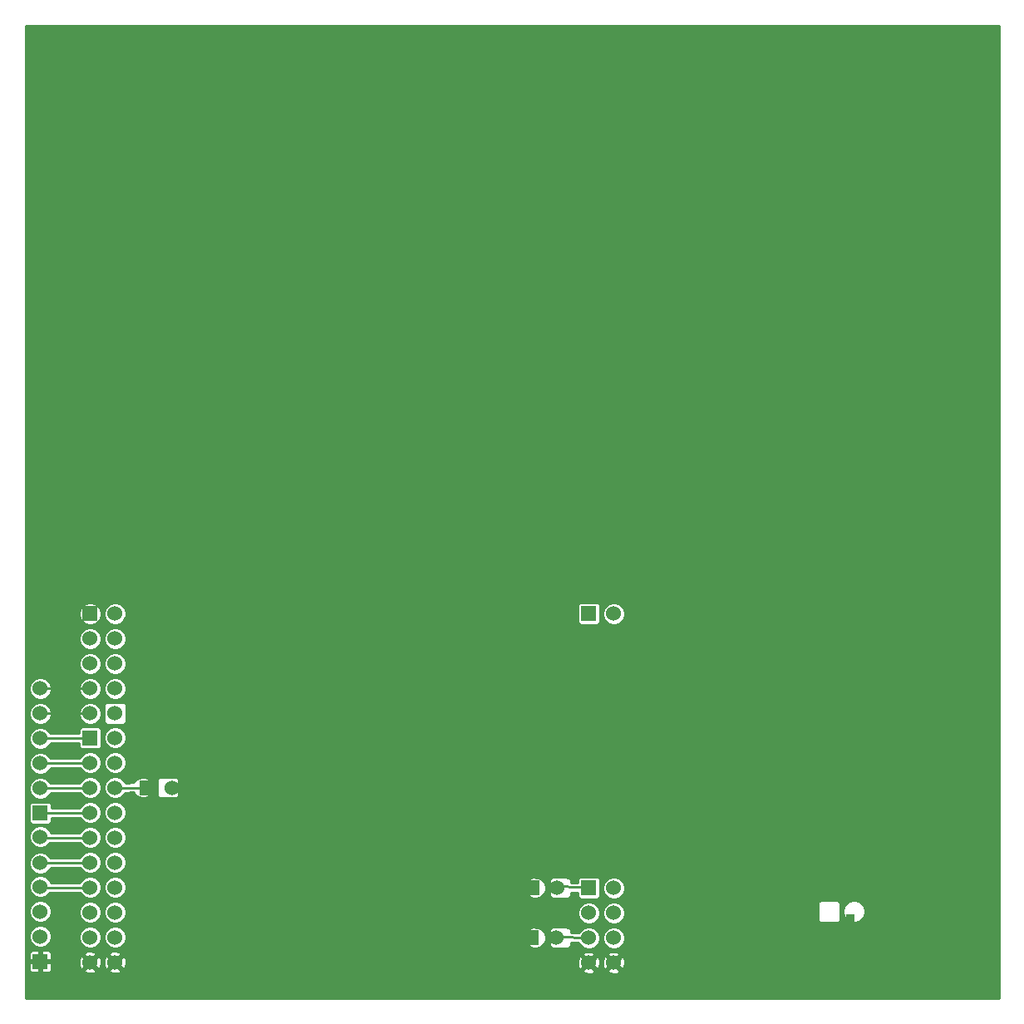
<source format=gtl>
G04 (created by PCBNEW (2013-07-07 BZR 4022)-stable) date 28/01/2014 16:49:45*
%MOIN*%
G04 Gerber Fmt 3.4, Leading zero omitted, Abs format*
%FSLAX34Y34*%
G01*
G70*
G90*
G04 APERTURE LIST*
%ADD10C,0.00590551*%
%ADD11R,0.06X0.06*%
%ADD12C,0.06*%
%ADD13C,0.11811*%
%ADD14R,0.0394X0.0236*%
%ADD15R,0.05X0.025*%
%ADD16R,0.055X0.055*%
%ADD17C,0.055*%
%ADD18R,0.035X0.055*%
%ADD19R,0.055X0.035*%
%ADD20R,0.0472X0.0472*%
%ADD21R,0.065X0.016*%
%ADD22R,0.02X0.1*%
%ADD23R,0.0787402X0.11*%
%ADD24C,0.04*%
%ADD25R,0.03X0.06*%
%ADD26R,0.04X0.06*%
%ADD27R,0.06X0.08*%
%ADD28C,0.035*%
%ADD29R,0.0177X0.059*%
%ADD30R,0.0551X0.0236*%
%ADD31C,0.0708661*%
%ADD32R,0.0708661X0.0708661*%
%ADD33R,0.02X0.045*%
%ADD34R,0.1X0.1*%
%ADD35C,0.1*%
%ADD36R,0.038X0.05*%
%ADD37C,0.045*%
%ADD38R,0.08X0.06*%
%ADD39R,0.0402X0.0161*%
%ADD40C,0.01*%
%ADD41C,0.0544*%
G04 APERTURE END LIST*
G54D10*
G54D11*
X70000Y-71000D03*
G54D12*
X71000Y-71000D03*
X70000Y-72000D03*
X71000Y-72000D03*
X70000Y-73000D03*
X71000Y-73000D03*
X70000Y-74000D03*
X71000Y-74000D03*
G54D11*
X50000Y-60000D03*
G54D12*
X51000Y-60000D03*
X50000Y-61000D03*
X51000Y-61000D03*
X50000Y-62000D03*
X51000Y-62000D03*
X50000Y-63000D03*
X51000Y-63000D03*
X50000Y-64000D03*
X51000Y-64000D03*
G54D11*
X70000Y-60000D03*
G54D12*
X71000Y-60000D03*
G54D11*
X50000Y-64984D03*
G54D12*
X51000Y-64984D03*
X50000Y-65984D03*
X51000Y-65984D03*
X50000Y-66984D03*
X51000Y-66984D03*
X50000Y-67984D03*
X51000Y-67984D03*
X50000Y-68984D03*
X51000Y-68984D03*
X50000Y-69984D03*
X51000Y-69984D03*
X50000Y-70984D03*
X51000Y-70984D03*
X50000Y-71984D03*
X51000Y-71984D03*
X50000Y-72984D03*
X51000Y-72984D03*
X50000Y-73984D03*
X51000Y-73984D03*
G54D11*
X48000Y-73950D03*
G54D12*
X48000Y-72950D03*
X48000Y-71950D03*
X48000Y-70950D03*
X48000Y-70000D03*
X48000Y-68950D03*
G54D11*
X48000Y-68000D03*
G54D12*
X48000Y-67000D03*
X48000Y-66000D03*
X48000Y-65000D03*
X48000Y-64000D03*
X48000Y-63000D03*
G54D11*
X57525Y-74850D03*
G54D12*
X56525Y-74850D03*
X55525Y-74850D03*
X54525Y-74850D03*
X53525Y-74850D03*
X52525Y-74850D03*
G54D11*
X67725Y-71000D03*
G54D12*
X68725Y-71000D03*
G54D11*
X67700Y-73000D03*
G54D12*
X68700Y-73000D03*
G54D11*
X52275Y-67000D03*
G54D12*
X53275Y-67000D03*
G54D11*
X71000Y-75025D03*
G54D12*
X70000Y-75025D03*
X69000Y-75000D03*
X68000Y-75025D03*
X67000Y-75025D03*
X66000Y-75025D03*
G54D11*
X86000Y-66000D03*
G54D13*
X67600Y-54000D03*
X50500Y-39750D03*
X60825Y-62650D03*
G54D11*
X59100Y-37900D03*
G54D12*
X60100Y-37900D03*
X61100Y-37900D03*
G54D14*
X52084Y-46325D03*
X52916Y-46700D03*
X52084Y-47075D03*
X62484Y-45125D03*
X63316Y-45500D03*
X62484Y-45875D03*
X62484Y-43525D03*
X63316Y-43900D03*
X62484Y-44275D03*
X52084Y-44825D03*
X52916Y-45200D03*
X52084Y-45575D03*
X52084Y-47925D03*
X52916Y-48300D03*
X52084Y-48675D03*
X52084Y-43325D03*
X52916Y-43700D03*
X52084Y-44075D03*
G54D11*
X57350Y-37950D03*
G54D12*
X56350Y-37950D03*
X55350Y-37950D03*
X54350Y-37950D03*
X53350Y-37950D03*
X52350Y-37950D03*
G54D14*
X57184Y-44825D03*
X58016Y-45200D03*
X57184Y-45575D03*
X57184Y-43225D03*
X58016Y-43600D03*
X57184Y-43975D03*
X57184Y-47925D03*
X58016Y-48300D03*
X57184Y-48675D03*
X57184Y-46425D03*
X58016Y-46800D03*
X57184Y-47175D03*
G54D15*
X54900Y-57650D03*
X54900Y-57150D03*
X54900Y-56650D03*
X54900Y-56150D03*
X54900Y-55650D03*
X54900Y-55150D03*
X54900Y-54650D03*
X52700Y-54650D03*
X52700Y-55150D03*
X52700Y-55650D03*
X52700Y-56150D03*
X52700Y-56650D03*
X52700Y-57150D03*
X52700Y-57650D03*
X60100Y-57500D03*
X60100Y-57000D03*
X60100Y-56500D03*
X60100Y-56000D03*
X60100Y-55500D03*
X60100Y-55000D03*
X60100Y-54500D03*
X57900Y-54500D03*
X57900Y-55000D03*
X57900Y-55500D03*
X57900Y-56000D03*
X57900Y-56500D03*
X57900Y-57000D03*
X57900Y-57500D03*
X65400Y-57500D03*
X65400Y-57000D03*
X65400Y-56500D03*
X65400Y-56000D03*
X65400Y-55500D03*
X65400Y-55000D03*
X65400Y-54500D03*
X63200Y-54500D03*
X63200Y-55000D03*
X63200Y-55500D03*
X63200Y-56000D03*
X63200Y-56500D03*
X63200Y-57000D03*
X63200Y-57500D03*
G54D14*
X62384Y-46725D03*
X63216Y-47100D03*
X62384Y-47475D03*
X62484Y-48125D03*
X63316Y-48500D03*
X62484Y-48875D03*
G54D11*
X48225Y-57000D03*
X48450Y-52500D03*
X48825Y-39150D03*
G54D12*
X48825Y-40150D03*
X48825Y-41150D03*
X48825Y-42150D03*
X48825Y-43150D03*
X48825Y-44150D03*
G54D16*
X48400Y-49000D03*
G54D17*
X48400Y-50000D03*
G54D16*
X62800Y-38000D03*
G54D17*
X63800Y-38000D03*
G54D16*
X65400Y-38000D03*
G54D17*
X66400Y-38000D03*
G54D18*
X54175Y-53600D03*
X53425Y-53600D03*
X63925Y-53700D03*
X64675Y-53700D03*
X59375Y-53700D03*
X58625Y-53700D03*
G54D19*
X53250Y-61325D03*
X53250Y-60575D03*
X52200Y-60575D03*
X52200Y-61325D03*
X52300Y-42225D03*
X52300Y-41475D03*
X55350Y-60625D03*
X55350Y-61375D03*
X54250Y-61325D03*
X54250Y-60575D03*
X53350Y-42275D03*
X53350Y-41525D03*
X53250Y-59175D03*
X53250Y-58425D03*
X52200Y-58425D03*
X52200Y-59175D03*
X52200Y-39675D03*
X52200Y-40425D03*
X53350Y-39675D03*
X53350Y-40425D03*
X54300Y-59175D03*
X54300Y-58425D03*
X55350Y-58475D03*
X55350Y-59225D03*
X54400Y-52425D03*
X54400Y-51675D03*
X55450Y-42275D03*
X55450Y-41525D03*
X53400Y-51675D03*
X53400Y-52425D03*
X55450Y-52425D03*
X55450Y-51675D03*
X52400Y-51675D03*
X52400Y-52425D03*
X54400Y-42275D03*
X54400Y-41525D03*
X54350Y-50525D03*
X54350Y-49775D03*
X55450Y-39725D03*
X55450Y-40475D03*
X52350Y-49775D03*
X52350Y-50525D03*
X54400Y-39725D03*
X54400Y-40475D03*
X58550Y-61325D03*
X58550Y-60575D03*
X59450Y-42175D03*
X59450Y-41425D03*
X57200Y-51775D03*
X57200Y-52525D03*
X60550Y-42225D03*
X60550Y-41475D03*
X59150Y-52525D03*
X59150Y-51775D03*
G54D18*
X55375Y-45200D03*
X54625Y-45200D03*
X55375Y-43700D03*
X54625Y-43700D03*
G54D19*
X57200Y-42175D03*
X57200Y-41425D03*
X57450Y-60625D03*
X57450Y-61375D03*
X63800Y-61375D03*
X63800Y-60625D03*
X62700Y-60625D03*
X62700Y-61375D03*
X62700Y-42075D03*
X62700Y-41325D03*
X63900Y-42075D03*
X63900Y-41325D03*
X64800Y-61475D03*
X64800Y-60725D03*
X65850Y-60725D03*
X65850Y-61475D03*
X64650Y-52625D03*
X64650Y-51875D03*
X65700Y-52575D03*
X65700Y-51825D03*
X66150Y-42075D03*
X66150Y-41325D03*
X62550Y-51875D03*
X62550Y-52625D03*
X63550Y-51875D03*
X63550Y-52625D03*
X65000Y-42075D03*
X65000Y-41325D03*
X55350Y-50525D03*
X55350Y-49775D03*
X53350Y-49775D03*
X53350Y-50525D03*
X60150Y-52525D03*
X60150Y-51775D03*
X58150Y-51775D03*
X58150Y-52525D03*
X58300Y-42175D03*
X58300Y-41425D03*
X58150Y-49725D03*
X58150Y-50475D03*
X60250Y-50475D03*
X60250Y-49725D03*
X57450Y-58725D03*
X57450Y-59475D03*
X58550Y-59525D03*
X58550Y-58775D03*
X59550Y-39475D03*
X59550Y-40225D03*
X57200Y-49725D03*
X57200Y-50475D03*
X60600Y-39525D03*
X60600Y-40275D03*
X59200Y-50475D03*
X59200Y-49725D03*
X60600Y-58725D03*
X60600Y-59475D03*
X59550Y-59475D03*
X59550Y-58725D03*
X58350Y-39475D03*
X58350Y-40225D03*
X57200Y-39425D03*
X57200Y-40175D03*
G54D18*
X55375Y-46700D03*
X54625Y-46700D03*
X55275Y-48400D03*
X54525Y-48400D03*
X59975Y-43600D03*
X59225Y-43600D03*
X59975Y-45200D03*
X59225Y-45200D03*
X65575Y-45500D03*
X64825Y-45500D03*
X65575Y-43900D03*
X64825Y-43900D03*
X59875Y-48300D03*
X59125Y-48300D03*
X59975Y-46800D03*
X59225Y-46800D03*
G54D19*
X59550Y-61375D03*
X59550Y-60625D03*
X60600Y-60625D03*
X60600Y-61375D03*
X63700Y-59375D03*
X63700Y-58625D03*
X62700Y-58625D03*
X62700Y-59375D03*
X62700Y-39625D03*
X62700Y-40375D03*
X63900Y-39625D03*
X63900Y-40375D03*
X64774Y-59349D03*
X64774Y-58599D03*
X65800Y-58625D03*
X65800Y-59375D03*
X64600Y-50775D03*
X64600Y-50025D03*
X65650Y-50725D03*
X65650Y-49975D03*
X66200Y-39625D03*
X66200Y-40375D03*
X62500Y-50025D03*
X62500Y-50775D03*
X63500Y-50025D03*
X63500Y-50775D03*
X65000Y-39625D03*
X65000Y-40375D03*
G54D18*
X65375Y-48500D03*
X64625Y-48500D03*
X65475Y-47100D03*
X64725Y-47100D03*
G54D11*
X50000Y-49984D03*
G54D12*
X51000Y-49984D03*
X50000Y-50984D03*
X51000Y-50984D03*
X50000Y-51984D03*
X51000Y-51984D03*
X50000Y-52984D03*
X51000Y-52984D03*
X50000Y-53984D03*
X51000Y-53984D03*
X50000Y-54984D03*
X51000Y-54984D03*
X50000Y-55984D03*
X51000Y-55984D03*
X50000Y-56984D03*
X51000Y-56984D03*
X50000Y-57984D03*
X51000Y-57984D03*
X50000Y-58984D03*
X51000Y-58984D03*
G54D18*
X81275Y-71518D03*
X82025Y-71518D03*
G54D19*
X82750Y-71393D03*
X82750Y-70643D03*
G54D18*
X83525Y-71318D03*
X84275Y-71318D03*
X80475Y-70418D03*
X79725Y-70418D03*
X79700Y-69593D03*
X80450Y-69593D03*
X81275Y-70718D03*
X82025Y-70718D03*
G54D20*
X85750Y-70705D03*
X85750Y-71531D03*
G54D18*
X81225Y-72318D03*
X80475Y-72318D03*
G54D19*
X85000Y-71393D03*
X85000Y-70643D03*
G54D21*
X81433Y-68090D03*
X81433Y-68346D03*
X81433Y-68602D03*
X81433Y-68858D03*
X84267Y-67322D03*
X81433Y-67322D03*
X81433Y-67578D03*
X81433Y-67834D03*
X84267Y-69114D03*
X84267Y-68858D03*
X84267Y-68602D03*
X84267Y-68346D03*
X84267Y-68090D03*
X84267Y-67834D03*
X81433Y-69114D03*
X84267Y-67578D03*
X84267Y-67066D03*
X84267Y-66811D03*
X84267Y-66555D03*
X81433Y-66555D03*
X81433Y-66811D03*
X81433Y-67066D03*
X81433Y-69370D03*
X81433Y-69625D03*
X81433Y-69881D03*
X84267Y-69881D03*
X84267Y-69625D03*
X84267Y-69370D03*
G54D11*
X70000Y-60984D03*
G54D12*
X71000Y-60984D03*
X70000Y-61984D03*
X71000Y-61984D03*
X70000Y-62984D03*
X71000Y-62984D03*
X70000Y-63984D03*
X71000Y-63984D03*
X70000Y-64984D03*
X71000Y-64984D03*
X70000Y-65984D03*
X71000Y-65984D03*
X70000Y-66984D03*
X71000Y-66984D03*
X70000Y-67984D03*
X71000Y-67984D03*
X70000Y-68984D03*
X71000Y-68984D03*
X70000Y-69984D03*
X71000Y-69984D03*
G54D11*
X75050Y-66918D03*
G54D12*
X75050Y-65918D03*
X76050Y-66918D03*
X76050Y-65918D03*
X77050Y-66918D03*
X77050Y-65918D03*
X78050Y-66918D03*
X78050Y-65918D03*
X79050Y-66918D03*
X79050Y-65918D03*
G54D11*
X72300Y-68218D03*
G54D18*
X79100Y-72093D03*
X78350Y-72093D03*
G54D19*
X78125Y-69543D03*
X78125Y-68793D03*
G54D22*
X83270Y-72468D03*
X83585Y-72468D03*
X83900Y-72468D03*
X84214Y-72468D03*
X84529Y-72468D03*
G54D23*
X82128Y-74749D03*
X85671Y-74749D03*
X82128Y-72583D03*
X85671Y-72583D03*
G54D24*
X83050Y-73568D03*
X84750Y-73568D03*
G54D25*
X75832Y-70018D03*
X75399Y-70018D03*
X74966Y-70018D03*
X74533Y-70018D03*
X74100Y-70018D03*
X73666Y-70018D03*
X73233Y-70018D03*
X72800Y-70018D03*
X72367Y-70018D03*
G54D26*
X71837Y-70254D03*
G54D27*
X71974Y-74101D03*
X78037Y-74101D03*
G54D11*
X77714Y-70172D03*
G54D28*
X73076Y-74309D03*
X76225Y-74309D03*
G54D13*
X80500Y-73493D03*
X84975Y-65568D03*
G54D18*
X63635Y-65994D03*
X64385Y-65994D03*
X61435Y-68394D03*
X62185Y-68394D03*
G54D19*
X60810Y-65769D03*
X60810Y-65019D03*
X65110Y-70169D03*
X65110Y-69419D03*
X64060Y-69619D03*
X64060Y-68869D03*
G54D18*
X62085Y-69169D03*
X62835Y-69169D03*
G54D19*
X60110Y-70069D03*
X60110Y-69319D03*
X65110Y-68819D03*
X65110Y-68069D03*
X64060Y-68219D03*
X64060Y-67469D03*
X63060Y-68494D03*
X63060Y-67744D03*
X60810Y-69269D03*
X60810Y-68519D03*
G54D18*
X64385Y-66744D03*
X63635Y-66744D03*
X61435Y-67694D03*
X62185Y-67694D03*
G54D19*
X58372Y-64557D03*
X58372Y-63807D03*
X60110Y-65169D03*
X60110Y-65919D03*
G54D29*
X63085Y-64585D03*
X62835Y-64585D03*
X62585Y-64585D03*
X62335Y-64585D03*
X62085Y-64585D03*
X61835Y-64585D03*
X61585Y-64585D03*
X61335Y-64585D03*
X61335Y-66703D03*
X61585Y-66703D03*
X61835Y-66703D03*
X62085Y-66703D03*
X62335Y-66703D03*
X62585Y-66703D03*
X62835Y-66703D03*
X63085Y-66703D03*
G54D11*
X61110Y-70494D03*
G54D12*
X62110Y-70494D03*
X63110Y-70494D03*
X64110Y-70494D03*
G54D18*
X60135Y-66544D03*
X59385Y-66544D03*
G54D19*
X54519Y-69737D03*
X54519Y-70487D03*
X53694Y-70462D03*
X53694Y-69712D03*
X56919Y-70537D03*
X56919Y-69787D03*
G54D11*
X58869Y-71062D03*
G54D12*
X58869Y-72062D03*
G54D30*
X55869Y-71362D03*
X53769Y-71362D03*
X55869Y-71862D03*
X55869Y-72362D03*
X55869Y-72862D03*
X53769Y-71862D03*
X53769Y-72362D03*
X53769Y-72862D03*
G54D16*
X57894Y-69887D03*
G54D17*
X58894Y-69887D03*
G54D19*
X57994Y-71137D03*
X57994Y-71887D03*
G54D13*
X52519Y-69987D03*
X57244Y-72937D03*
G54D31*
X85750Y-58584D03*
X85750Y-57206D03*
G54D32*
X85750Y-37915D03*
G54D31*
X85750Y-39293D03*
X85750Y-40671D03*
X85750Y-42049D03*
X85750Y-43427D03*
X85750Y-44805D03*
X85750Y-46183D03*
X85750Y-47561D03*
X85750Y-48938D03*
X85750Y-50316D03*
X85750Y-51694D03*
X85750Y-53072D03*
X85750Y-54450D03*
X85750Y-55828D03*
G54D11*
X70000Y-49984D03*
G54D12*
X71000Y-49984D03*
X70000Y-50984D03*
X71000Y-50984D03*
X70000Y-51984D03*
X71000Y-51984D03*
X70000Y-52984D03*
X71000Y-52984D03*
X70000Y-53984D03*
X71000Y-53984D03*
X70000Y-54984D03*
X71000Y-54984D03*
X70000Y-55984D03*
X71000Y-55984D03*
X70000Y-56984D03*
X71000Y-56984D03*
X70000Y-57984D03*
X71000Y-57984D03*
X70000Y-58984D03*
X71000Y-58984D03*
G54D19*
X74225Y-40475D03*
X74225Y-41225D03*
X74225Y-42075D03*
X74225Y-42825D03*
X74225Y-43475D03*
X74225Y-44225D03*
X74225Y-45075D03*
X74225Y-45825D03*
X74225Y-46475D03*
X74225Y-47225D03*
X74225Y-48075D03*
X74225Y-48825D03*
G54D16*
X81475Y-53100D03*
G54D17*
X81475Y-54100D03*
G54D16*
X81475Y-44100D03*
G54D17*
X81475Y-45100D03*
G54D16*
X82475Y-52850D03*
G54D17*
X82475Y-51850D03*
G54D16*
X82475Y-43850D03*
G54D17*
X82475Y-42850D03*
G54D16*
X81525Y-50050D03*
G54D17*
X81525Y-51050D03*
G54D16*
X82475Y-39850D03*
G54D17*
X82475Y-40850D03*
G54D19*
X75025Y-47225D03*
X75025Y-46475D03*
X75025Y-48825D03*
X75025Y-48075D03*
X75025Y-44225D03*
X75025Y-43475D03*
X75025Y-45825D03*
X75025Y-45075D03*
X75025Y-42825D03*
X75025Y-42075D03*
X75025Y-41225D03*
X75025Y-40475D03*
G54D33*
X77275Y-48750D03*
X77275Y-46650D03*
X76775Y-48750D03*
X76275Y-48750D03*
X75775Y-48750D03*
X76775Y-46650D03*
X76275Y-46650D03*
X75775Y-46650D03*
X79775Y-49750D03*
X79775Y-47650D03*
X79275Y-49750D03*
X78775Y-49750D03*
X78275Y-49750D03*
X79275Y-47650D03*
X78775Y-47650D03*
X78275Y-47650D03*
X77275Y-45750D03*
X77275Y-43650D03*
X76775Y-45750D03*
X76275Y-45750D03*
X75775Y-45750D03*
X76775Y-43650D03*
X76275Y-43650D03*
X75775Y-43650D03*
X79775Y-43750D03*
X79775Y-41650D03*
X79275Y-43750D03*
X78775Y-43750D03*
X78275Y-43750D03*
X79275Y-41650D03*
X78775Y-41650D03*
X78275Y-41650D03*
X77275Y-42750D03*
X77275Y-40650D03*
X76775Y-42750D03*
X76275Y-42750D03*
X75775Y-42750D03*
X76775Y-40650D03*
X76275Y-40650D03*
X75775Y-40650D03*
X79775Y-46750D03*
X79775Y-44650D03*
X79275Y-46750D03*
X78775Y-46750D03*
X78275Y-46750D03*
X79275Y-44650D03*
X78775Y-44650D03*
X78275Y-44650D03*
X77275Y-54750D03*
X77275Y-52650D03*
X76775Y-54750D03*
X76275Y-54750D03*
X75775Y-54750D03*
X76775Y-52650D03*
X76275Y-52650D03*
X75775Y-52650D03*
X79775Y-58750D03*
X79775Y-56650D03*
X79275Y-58750D03*
X78775Y-58750D03*
X78275Y-58750D03*
X79275Y-56650D03*
X78775Y-56650D03*
X78275Y-56650D03*
X77275Y-57750D03*
X77275Y-55650D03*
X76775Y-57750D03*
X76275Y-57750D03*
X75775Y-57750D03*
X76775Y-55650D03*
X76275Y-55650D03*
X75775Y-55650D03*
X79775Y-55750D03*
X79775Y-53650D03*
X79275Y-55750D03*
X78775Y-55750D03*
X78275Y-55750D03*
X79275Y-53650D03*
X78775Y-53650D03*
X78275Y-53650D03*
X77275Y-51750D03*
X77275Y-49650D03*
X76775Y-51750D03*
X76275Y-51750D03*
X75775Y-51750D03*
X76775Y-49650D03*
X76275Y-49650D03*
X75775Y-49650D03*
X79775Y-52750D03*
X79775Y-50650D03*
X79275Y-52750D03*
X78775Y-52750D03*
X78275Y-52750D03*
X79275Y-50650D03*
X78775Y-50650D03*
X78275Y-50650D03*
G54D19*
X75025Y-57825D03*
X75025Y-57075D03*
X75025Y-56225D03*
X75025Y-55475D03*
X75025Y-53225D03*
X75025Y-52475D03*
X75025Y-54825D03*
X75025Y-54075D03*
X75025Y-50225D03*
X75025Y-49475D03*
X75025Y-51825D03*
X75025Y-51075D03*
G54D34*
X79425Y-37775D03*
G54D35*
X77425Y-37775D03*
X75425Y-37775D03*
G54D36*
X79610Y-39740D03*
X80900Y-39740D03*
G54D18*
X78125Y-39750D03*
X78875Y-39750D03*
G54D20*
X78837Y-40500D03*
X79663Y-40500D03*
G54D16*
X82475Y-46850D03*
G54D17*
X82475Y-45850D03*
G54D16*
X82475Y-55850D03*
G54D17*
X82475Y-54850D03*
G54D16*
X81525Y-47050D03*
G54D17*
X81525Y-48050D03*
G54D16*
X81475Y-56100D03*
G54D17*
X81475Y-57100D03*
G54D16*
X82475Y-49850D03*
G54D17*
X82475Y-48850D03*
G54D16*
X82475Y-58850D03*
G54D17*
X82475Y-57850D03*
G54D16*
X81525Y-39750D03*
G54D17*
X81500Y-38750D03*
G54D16*
X82475Y-41850D03*
G54D17*
X81475Y-41850D03*
G54D19*
X74225Y-49475D03*
X74225Y-50225D03*
X74225Y-51075D03*
X74225Y-51825D03*
X74225Y-52475D03*
X74225Y-53225D03*
X74225Y-54075D03*
X74225Y-54825D03*
X74225Y-55475D03*
X74225Y-56225D03*
X74225Y-57075D03*
X74225Y-57825D03*
G54D37*
X69500Y-53500D03*
X71500Y-52500D03*
G54D38*
X77000Y-62850D03*
X77000Y-64150D03*
G54D27*
X82850Y-63000D03*
X84150Y-63000D03*
X82850Y-61500D03*
X84150Y-61500D03*
X82850Y-60000D03*
X84150Y-60000D03*
X82850Y-64500D03*
X84150Y-64500D03*
G54D38*
X77000Y-61650D03*
X77000Y-60350D03*
G54D18*
X74375Y-63500D03*
X73625Y-63500D03*
X75875Y-62750D03*
X75125Y-62750D03*
X80375Y-62750D03*
X79625Y-62750D03*
X80375Y-61750D03*
X79625Y-61750D03*
X81875Y-61500D03*
X81125Y-61500D03*
X78125Y-62750D03*
X78875Y-62750D03*
X81875Y-60500D03*
X81125Y-60500D03*
X80375Y-59750D03*
X79625Y-59750D03*
X75875Y-61750D03*
X75125Y-61750D03*
X74375Y-61000D03*
X73625Y-61000D03*
X78125Y-61750D03*
X78875Y-61750D03*
X81875Y-63250D03*
X81125Y-63250D03*
X72125Y-61000D03*
X72875Y-61000D03*
X81875Y-64250D03*
X81125Y-64250D03*
X80625Y-64750D03*
X79875Y-64750D03*
G54D16*
X76000Y-60250D03*
G54D17*
X75000Y-60250D03*
G54D39*
X78344Y-63366D03*
X78344Y-63622D03*
X78344Y-63878D03*
X78344Y-64134D03*
X80156Y-64134D03*
X80156Y-63878D03*
X80156Y-63622D03*
X80156Y-63366D03*
X72344Y-61866D03*
X72344Y-62122D03*
X72344Y-62378D03*
X72344Y-62634D03*
X74156Y-62634D03*
X74156Y-62378D03*
X74156Y-62122D03*
X74156Y-61866D03*
X78344Y-60366D03*
X78344Y-60622D03*
X78344Y-60878D03*
X78344Y-61134D03*
X80156Y-61134D03*
X80156Y-60878D03*
X80156Y-60622D03*
X80156Y-60366D03*
G54D32*
X86000Y-60000D03*
G54D31*
X86000Y-61000D03*
X86000Y-62000D03*
X86000Y-63000D03*
X86000Y-64000D03*
X86000Y-65000D03*
G54D28*
X59972Y-63532D03*
X55860Y-69994D03*
X58360Y-68994D03*
X60360Y-67244D03*
X62450Y-49400D03*
X61100Y-40800D03*
X51972Y-47476D03*
X64400Y-55950D03*
X54358Y-55964D03*
X59100Y-55950D03*
X51600Y-45200D03*
X56696Y-44031D03*
X55450Y-42950D03*
X73200Y-69368D03*
X80550Y-66418D03*
X85700Y-68718D03*
X86000Y-69868D03*
X76900Y-72068D03*
X65000Y-42700D03*
X65000Y-44650D03*
X65600Y-39250D03*
X65600Y-46400D03*
X64300Y-45850D03*
X64500Y-39100D03*
X50100Y-43150D03*
X53000Y-47850D03*
X59150Y-42700D03*
X57389Y-42633D03*
X58700Y-42850D03*
X60500Y-42850D03*
X60100Y-40900D03*
X60850Y-43850D03*
X58950Y-39475D03*
X51800Y-55200D03*
X61250Y-60950D03*
X49500Y-60700D03*
X51600Y-61350D03*
X56900Y-59100D03*
X59610Y-58255D03*
X62000Y-61400D03*
X51700Y-55750D03*
X74250Y-69068D03*
X77700Y-68018D03*
X74950Y-70618D03*
X74100Y-70618D03*
X79900Y-68568D03*
X74700Y-71768D03*
X84425Y-70368D03*
X84950Y-66818D03*
X82700Y-66218D03*
X76050Y-71418D03*
X77450Y-71468D03*
X73950Y-64600D03*
X73050Y-63700D03*
X76650Y-59750D03*
X51500Y-60300D03*
X52000Y-57700D03*
X51650Y-59850D03*
X51800Y-57050D03*
X61850Y-51700D03*
X63377Y-46173D03*
X61450Y-45500D03*
X63400Y-44450D03*
X59600Y-47350D03*
X59200Y-51100D03*
X66200Y-57550D03*
X64750Y-59950D03*
X66350Y-50000D03*
X66100Y-56250D03*
X57250Y-51300D03*
X58600Y-46000D03*
X65000Y-58050D03*
X63700Y-59950D03*
X53496Y-51015D03*
X54633Y-53413D03*
X53964Y-54220D03*
X54850Y-49300D03*
X60700Y-55300D03*
X59700Y-49250D03*
X58150Y-50950D03*
X59950Y-53750D03*
X59550Y-59950D03*
X60650Y-58150D03*
X85200Y-75268D03*
X85200Y-74718D03*
X81700Y-74168D03*
X82500Y-74168D03*
X82600Y-74718D03*
X82600Y-75268D03*
X82600Y-72568D03*
X85200Y-72568D03*
X85250Y-73218D03*
X85950Y-74168D03*
X85300Y-74168D03*
X85950Y-73218D03*
X82550Y-73168D03*
X81650Y-73168D03*
X64075Y-58625D03*
X62384Y-46725D03*
X63700Y-44800D03*
X51400Y-43100D03*
X53400Y-46000D03*
X53550Y-49100D03*
X52800Y-51100D03*
X58200Y-49200D03*
X53250Y-60000D03*
X63250Y-40800D03*
X64050Y-53000D03*
X63800Y-49050D03*
X65650Y-53250D03*
X60300Y-53050D03*
X57900Y-53750D03*
X53150Y-53600D03*
X55450Y-52950D03*
X53850Y-57900D03*
X72400Y-74618D03*
X77600Y-74618D03*
X77600Y-73618D03*
X71850Y-70668D03*
X77300Y-70168D03*
X77700Y-70568D03*
X71800Y-74618D03*
X72400Y-74118D03*
X77600Y-74118D03*
X78300Y-74618D03*
X83875Y-73668D03*
X77100Y-73318D03*
X78400Y-72718D03*
X73150Y-67818D03*
X72500Y-65668D03*
X72450Y-66418D03*
X76150Y-68093D03*
X80450Y-69018D03*
X82700Y-69018D03*
X60610Y-66494D03*
X60860Y-64494D03*
X63110Y-65494D03*
X62110Y-66244D03*
X54069Y-69712D03*
X56944Y-72037D03*
X57794Y-70512D03*
X54294Y-71887D03*
G54D24*
X79000Y-38750D03*
X79750Y-38750D03*
X80500Y-38750D03*
X78500Y-38250D03*
X78500Y-37500D03*
X78250Y-36750D03*
X79000Y-36750D03*
X79750Y-36750D03*
X81500Y-37000D03*
X80500Y-37000D03*
X80500Y-38000D03*
X81000Y-37500D03*
X81500Y-38000D03*
X82500Y-39000D03*
X83250Y-39000D03*
X86000Y-36750D03*
X84500Y-36750D03*
X85250Y-37000D03*
X84750Y-37500D03*
X84750Y-38250D03*
X84250Y-38750D03*
X85250Y-38750D03*
X84750Y-39250D03*
X83750Y-39250D03*
X84250Y-39750D03*
X83250Y-39750D03*
X83750Y-40250D03*
X83250Y-40750D03*
X83200Y-43600D03*
X83000Y-47400D03*
X83400Y-47000D03*
X83800Y-46600D03*
X84200Y-46200D03*
X84600Y-45800D03*
X85000Y-45400D03*
X83600Y-50200D03*
X83600Y-49600D03*
X84200Y-49600D03*
X83000Y-50400D03*
X84600Y-55800D03*
X84000Y-55800D03*
X83400Y-55800D03*
X83800Y-56400D03*
X83200Y-56400D03*
X83200Y-58600D03*
X83600Y-59000D03*
X84000Y-58600D03*
X84400Y-59000D03*
X84800Y-58600D03*
X85200Y-59000D03*
X86200Y-59000D03*
X86200Y-58000D03*
X84600Y-53400D03*
X84000Y-53400D03*
X83400Y-53200D03*
X83600Y-52600D03*
X84200Y-52800D03*
X84600Y-52400D03*
X85000Y-52800D03*
X85200Y-52200D03*
X86200Y-52200D03*
X75500Y-58500D03*
X76000Y-58500D03*
X76500Y-58500D03*
X77000Y-58500D03*
X77750Y-59000D03*
X77250Y-59000D03*
X76750Y-59000D03*
X76250Y-59000D03*
X75750Y-59000D03*
X75250Y-59000D03*
X74750Y-59000D03*
X69250Y-58500D03*
X75000Y-58250D03*
X73750Y-58500D03*
X73500Y-40250D03*
X74250Y-39500D03*
X74750Y-39500D03*
X72500Y-39250D03*
X76750Y-44250D03*
X77250Y-44250D03*
X77500Y-44750D03*
X77000Y-44750D03*
X77750Y-44250D03*
X77750Y-47250D03*
X77500Y-47750D03*
X77250Y-47250D03*
X77250Y-50250D03*
X77500Y-50750D03*
X77750Y-50250D03*
X77250Y-53250D03*
X77500Y-53750D03*
X77750Y-53250D03*
X77750Y-56250D03*
X77500Y-56750D03*
X77250Y-56250D03*
X78250Y-57250D03*
X78750Y-57500D03*
X78250Y-54250D03*
X78750Y-54500D03*
X78250Y-51250D03*
X78750Y-51500D03*
X78250Y-48250D03*
X78750Y-48500D03*
X78250Y-45250D03*
X78750Y-45500D03*
X78250Y-42250D03*
X78750Y-42500D03*
X80750Y-56500D03*
X80250Y-56750D03*
X80750Y-57000D03*
X80750Y-57500D03*
X80250Y-57250D03*
X79250Y-57250D03*
X79750Y-57500D03*
X75750Y-56250D03*
X76000Y-56750D03*
X76250Y-56250D03*
X76500Y-56750D03*
X76750Y-56250D03*
X77000Y-56750D03*
X80750Y-53500D03*
X79250Y-54250D03*
X79750Y-54500D03*
X80250Y-54250D03*
X80750Y-54000D03*
X80250Y-53750D03*
X77000Y-53750D03*
X76750Y-53250D03*
X76250Y-53250D03*
X76500Y-53750D03*
X75750Y-53250D03*
X76000Y-53750D03*
X80750Y-50500D03*
X79250Y-51250D03*
X79750Y-51500D03*
X80250Y-51250D03*
X80750Y-51000D03*
X80250Y-50750D03*
X77000Y-50750D03*
X76750Y-50250D03*
X76250Y-50250D03*
X76500Y-50750D03*
X75750Y-50250D03*
X76000Y-50750D03*
X80750Y-47500D03*
X80250Y-47750D03*
X80750Y-48000D03*
X80250Y-48250D03*
X79250Y-48250D03*
X79750Y-48500D03*
X77000Y-47750D03*
X76750Y-47250D03*
X76250Y-47250D03*
X76500Y-47750D03*
X75750Y-47250D03*
X76000Y-47750D03*
X80750Y-44500D03*
X80250Y-44750D03*
X80750Y-45000D03*
X80250Y-45250D03*
X79250Y-45250D03*
X79750Y-45500D03*
X76250Y-44250D03*
X76500Y-44750D03*
X75750Y-44250D03*
X76000Y-44750D03*
X80250Y-41000D03*
X80250Y-40500D03*
X80750Y-40750D03*
X80250Y-41500D03*
X80750Y-41750D03*
X80250Y-42000D03*
X79250Y-42250D03*
X79750Y-42500D03*
X75500Y-40000D03*
X75250Y-39500D03*
X75750Y-39500D03*
X76250Y-39500D03*
X76750Y-39500D03*
X77250Y-39500D03*
X77500Y-40000D03*
X77000Y-40000D03*
X76500Y-40000D03*
X76000Y-40000D03*
X78250Y-41000D03*
X78250Y-40500D03*
X77750Y-40750D03*
X77750Y-41250D03*
X76750Y-41250D03*
X77250Y-41250D03*
X77500Y-41750D03*
X76000Y-41750D03*
X76500Y-41750D03*
X77000Y-41750D03*
X76250Y-41250D03*
X75750Y-41250D03*
G54D28*
X72500Y-61500D03*
X77750Y-63000D03*
X77750Y-61500D03*
X84750Y-63250D03*
X84750Y-60250D03*
X84700Y-64500D03*
X84750Y-61500D03*
X78850Y-60900D03*
X78850Y-63850D03*
X72850Y-62400D03*
X76300Y-64300D03*
G54D40*
X58335Y-68969D02*
X58360Y-68994D01*
X60285Y-67169D02*
X60360Y-67244D01*
X78125Y-69543D02*
X76900Y-69543D01*
X76900Y-69543D02*
X76712Y-69730D01*
X78350Y-72093D02*
X78100Y-72093D01*
X78100Y-72093D02*
X78000Y-72193D01*
X75225Y-68918D02*
X75225Y-67093D01*
X75225Y-67093D02*
X75050Y-66918D01*
X75225Y-68918D02*
X75225Y-69468D01*
X75225Y-69468D02*
X75250Y-69468D01*
X75025Y-69468D02*
X74750Y-69468D01*
X75050Y-69468D02*
X75250Y-69468D01*
X75025Y-69468D02*
X75050Y-69468D01*
X74750Y-69468D02*
X74533Y-69685D01*
X74533Y-69685D02*
X74533Y-70018D01*
X76950Y-69968D02*
X76950Y-70418D01*
X76950Y-70418D02*
X77550Y-71018D01*
X77550Y-71018D02*
X78000Y-71468D01*
X78000Y-71468D02*
X78000Y-72193D01*
X75250Y-69468D02*
X76450Y-69468D01*
X76450Y-69468D02*
X76712Y-69730D01*
X76712Y-69730D02*
X76950Y-69968D01*
X53769Y-72362D02*
X53194Y-72237D01*
X53194Y-72237D02*
X53244Y-70912D01*
X53244Y-70912D02*
X53694Y-70462D01*
X53244Y-70912D02*
X53244Y-70912D01*
X54519Y-70487D02*
X53719Y-70487D01*
X53719Y-70487D02*
X53694Y-70462D01*
X54544Y-70512D02*
X54519Y-70487D01*
G54D41*
X70000Y-51984D02*
X69634Y-51984D01*
X71725Y-37775D02*
X75425Y-37775D01*
X68550Y-40950D02*
X71725Y-37775D01*
X68550Y-50900D02*
X68550Y-40950D01*
X69634Y-51984D02*
X68550Y-50900D01*
X70000Y-51984D02*
X71000Y-51984D01*
G54D40*
X62484Y-48875D02*
X62484Y-49366D01*
X62484Y-49366D02*
X62450Y-49400D01*
X64850Y-38750D02*
X65050Y-38750D01*
X61100Y-38250D02*
X61800Y-38950D01*
X61800Y-38950D02*
X63600Y-38950D01*
X63600Y-38950D02*
X63800Y-38750D01*
X63800Y-38750D02*
X64850Y-38750D01*
X61100Y-37900D02*
X61100Y-38250D01*
X65200Y-38900D02*
X66750Y-38900D01*
X65050Y-38750D02*
X65200Y-38900D01*
X66200Y-40375D02*
X66575Y-40375D01*
X66750Y-40200D02*
X66750Y-38900D01*
X66575Y-40375D02*
X66750Y-40200D01*
X66200Y-40850D02*
X65050Y-40850D01*
X65050Y-40850D02*
X65000Y-40900D01*
X66200Y-40375D02*
X66200Y-40850D01*
X66200Y-40850D02*
X66200Y-41275D01*
X66200Y-41275D02*
X66150Y-41325D01*
X65000Y-41325D02*
X65000Y-40900D01*
X65000Y-40900D02*
X65000Y-40375D01*
X62484Y-44275D02*
X61900Y-44275D01*
X61900Y-44275D02*
X61900Y-44250D01*
X62484Y-45875D02*
X61900Y-45875D01*
X61900Y-45875D02*
X61900Y-45850D01*
X62384Y-47475D02*
X61900Y-47475D01*
X61950Y-47450D02*
X61900Y-47450D01*
X61925Y-47450D02*
X61950Y-47450D01*
X61900Y-47475D02*
X61925Y-47450D01*
X62484Y-48875D02*
X61975Y-48875D01*
X61975Y-48875D02*
X61900Y-48800D01*
X61100Y-40800D02*
X61250Y-40800D01*
X61900Y-41450D02*
X61900Y-44250D01*
X61900Y-44250D02*
X61900Y-45850D01*
X61900Y-45850D02*
X61900Y-47450D01*
X61900Y-47450D02*
X61900Y-48750D01*
X61250Y-40800D02*
X61900Y-41450D01*
X61100Y-40800D02*
X60600Y-40800D01*
X60600Y-40275D02*
X60600Y-40800D01*
X60600Y-40800D02*
X60600Y-41425D01*
X60600Y-41425D02*
X60550Y-41475D01*
X59550Y-40225D02*
X59550Y-41325D01*
X59550Y-41325D02*
X59450Y-41425D01*
X60550Y-41475D02*
X59500Y-41475D01*
X59500Y-41475D02*
X59450Y-41425D01*
X57184Y-47175D02*
X56750Y-47175D01*
X56750Y-47175D02*
X56750Y-47150D01*
X56750Y-45575D02*
X56750Y-47150D01*
X56750Y-47150D02*
X56750Y-48500D01*
X56925Y-48675D02*
X57184Y-48675D01*
X56750Y-48500D02*
X56925Y-48675D01*
X57184Y-45575D02*
X56750Y-45575D01*
X56750Y-45575D02*
X56750Y-44084D01*
X56750Y-44084D02*
X56696Y-44031D01*
X57184Y-45575D02*
X57075Y-45575D01*
X55429Y-41177D02*
X55795Y-41179D01*
X52084Y-45575D02*
X52084Y-45284D01*
X52000Y-45200D02*
X51600Y-45200D01*
X52084Y-45284D02*
X52000Y-45200D01*
X51600Y-45200D02*
X51600Y-44075D01*
X52084Y-44075D02*
X51600Y-44075D01*
X64400Y-55950D02*
X64450Y-56000D01*
X64450Y-56000D02*
X64950Y-56000D01*
X59150Y-56000D02*
X59650Y-56000D01*
X59100Y-55950D02*
X59150Y-56000D01*
X64675Y-53700D02*
X64675Y-55725D01*
X64675Y-55725D02*
X64950Y-56000D01*
X64950Y-56000D02*
X65400Y-56000D01*
X59375Y-53700D02*
X59375Y-55725D01*
X59375Y-55725D02*
X59650Y-56000D01*
X59650Y-56000D02*
X60100Y-56000D01*
X54175Y-53600D02*
X54175Y-53975D01*
X54300Y-55906D02*
X54358Y-55964D01*
X54300Y-54100D02*
X54300Y-55906D01*
X54175Y-53975D02*
X54300Y-54100D01*
X54400Y-41525D02*
X55450Y-41525D01*
X54400Y-40475D02*
X54400Y-41525D01*
X55450Y-40475D02*
X54400Y-40475D01*
X51972Y-47476D02*
X51873Y-47476D01*
X51700Y-48291D02*
X52084Y-48675D01*
X51700Y-47650D02*
X51700Y-48291D01*
X51873Y-47476D02*
X51700Y-47650D01*
X55795Y-41179D02*
X55895Y-41279D01*
X55895Y-41279D02*
X55895Y-42520D01*
X55895Y-42520D02*
X55450Y-42950D01*
X55450Y-41525D02*
X55429Y-41400D01*
X55429Y-41400D02*
X55429Y-41350D01*
X55429Y-41350D02*
X55429Y-41177D01*
X52057Y-47263D02*
X51972Y-47476D01*
X52057Y-47192D02*
X52057Y-47263D01*
X52057Y-47142D02*
X52057Y-47192D01*
X52084Y-47075D02*
X52057Y-47142D01*
X56938Y-43975D02*
X56696Y-44031D01*
X56987Y-43975D02*
X56938Y-43975D01*
X57037Y-43975D02*
X56987Y-43975D01*
X57184Y-43975D02*
X57037Y-43975D01*
X54598Y-56150D02*
X54358Y-55964D01*
X54650Y-56150D02*
X54598Y-56150D01*
X54700Y-56150D02*
X54650Y-56150D01*
X54900Y-56150D02*
X54700Y-56150D01*
X80475Y-70418D02*
X80475Y-69618D01*
X80475Y-69618D02*
X80450Y-69593D01*
X76050Y-66918D02*
X76400Y-66918D01*
X79750Y-67868D02*
X79750Y-67568D01*
X79750Y-67568D02*
X79996Y-67322D01*
X79996Y-67322D02*
X81433Y-67322D01*
X78000Y-68418D02*
X77850Y-68418D01*
X78200Y-68418D02*
X78000Y-68418D01*
X79550Y-68068D02*
X79750Y-67868D01*
X78550Y-68068D02*
X78200Y-68418D01*
X79050Y-68068D02*
X78550Y-68068D01*
X79050Y-68068D02*
X79550Y-68068D01*
X77550Y-68418D02*
X77850Y-68418D01*
X77350Y-68218D02*
X77550Y-68418D01*
X77350Y-67668D02*
X77350Y-68218D01*
X77150Y-67468D02*
X77350Y-67668D01*
X76750Y-67468D02*
X77150Y-67468D01*
X76600Y-67318D02*
X76750Y-67468D01*
X76600Y-67118D02*
X76600Y-67318D01*
X76400Y-66918D02*
X76600Y-67118D01*
X82500Y-68368D02*
X83550Y-68368D01*
X84251Y-68618D02*
X84267Y-68602D01*
X83800Y-68618D02*
X84251Y-68618D01*
X83700Y-68518D02*
X83800Y-68618D01*
X83550Y-68368D02*
X83700Y-68518D01*
X82500Y-67818D02*
X82500Y-67668D01*
X82500Y-68368D02*
X82500Y-67818D01*
X82154Y-67322D02*
X81433Y-67322D01*
X82500Y-67668D02*
X82154Y-67322D01*
X82100Y-69668D02*
X82100Y-69918D01*
X82100Y-68968D02*
X82100Y-69668D01*
X80725Y-70168D02*
X80475Y-70418D01*
X81850Y-70168D02*
X80725Y-70168D01*
X82100Y-69918D02*
X81850Y-70168D01*
X82100Y-68918D02*
X82100Y-68768D01*
X82100Y-68768D02*
X82500Y-68368D01*
X82500Y-68368D02*
X82516Y-68352D01*
X82484Y-68352D02*
X82516Y-68352D01*
X57898Y-64706D02*
X58223Y-64706D01*
X58223Y-64706D02*
X58372Y-64557D01*
X59360Y-65919D02*
X59360Y-66519D01*
X59360Y-66519D02*
X59385Y-66544D01*
X60810Y-65769D02*
X60260Y-65769D01*
X60260Y-65769D02*
X60110Y-65919D01*
X60810Y-65769D02*
X60735Y-65769D01*
X60585Y-65919D02*
X60810Y-65769D01*
X60735Y-65769D02*
X60585Y-65919D01*
X60110Y-65919D02*
X62535Y-65919D01*
X62535Y-65919D02*
X62585Y-65969D01*
X62585Y-65969D02*
X62585Y-66703D01*
X58410Y-66444D02*
X57910Y-65744D01*
X59360Y-65919D02*
X60110Y-65919D01*
X59360Y-65919D02*
X58785Y-65919D01*
X58785Y-65919D02*
X58410Y-66444D01*
X57910Y-65744D02*
X57898Y-64706D01*
G54D41*
X71000Y-50984D02*
X71366Y-50984D01*
X76400Y-38800D02*
X77425Y-37775D01*
X73950Y-38800D02*
X76400Y-38800D01*
X72650Y-40100D02*
X73950Y-38800D01*
X72650Y-46200D02*
X72650Y-40100D01*
X72350Y-46500D02*
X72650Y-46200D01*
X72350Y-48050D02*
X72350Y-46500D01*
X71950Y-48450D02*
X72350Y-48050D01*
X71950Y-50400D02*
X71950Y-48450D01*
X71366Y-50984D02*
X71950Y-50400D01*
X70000Y-50984D02*
X71000Y-50984D01*
G54D40*
X81500Y-38750D02*
X81000Y-39250D01*
X81000Y-39250D02*
X78900Y-39250D01*
X78900Y-39250D02*
X77425Y-37775D01*
X78125Y-39750D02*
X78125Y-38475D01*
X78125Y-38475D02*
X77425Y-37775D01*
X62085Y-64585D02*
X62085Y-64219D01*
X60110Y-64394D02*
X60110Y-65169D01*
X60410Y-64094D02*
X60110Y-64394D01*
X61960Y-64094D02*
X60410Y-64094D01*
X62085Y-64219D02*
X61960Y-64094D01*
X60110Y-70069D02*
X60110Y-70244D01*
X60110Y-70244D02*
X60360Y-70494D01*
X60360Y-70494D02*
X61110Y-70494D01*
X62110Y-70494D02*
X62110Y-69194D01*
X62110Y-69194D02*
X62085Y-69169D01*
X56569Y-71812D02*
X56574Y-71812D01*
X55344Y-72062D02*
X55344Y-73087D01*
X55344Y-73087D02*
X55469Y-73212D01*
X55469Y-73212D02*
X56269Y-73212D01*
X56269Y-73212D02*
X56394Y-73087D01*
X56394Y-73087D02*
X56394Y-72412D01*
X56394Y-72412D02*
X56569Y-72237D01*
X56569Y-72237D02*
X56569Y-71812D01*
X55544Y-71862D02*
X55344Y-72062D01*
X55869Y-71862D02*
X55544Y-71862D01*
X57774Y-71667D02*
X57994Y-71887D01*
X56719Y-71667D02*
X57774Y-71667D01*
X56574Y-71812D02*
X56719Y-71667D01*
X57994Y-71887D02*
X58694Y-71887D01*
X58694Y-71887D02*
X58869Y-72062D01*
X58869Y-71062D02*
X58444Y-71487D01*
X56169Y-72362D02*
X56369Y-72162D01*
X56369Y-72162D02*
X56394Y-71612D01*
X56169Y-72362D02*
X55869Y-72362D01*
X56573Y-71487D02*
X56394Y-71612D01*
X58444Y-71487D02*
X56573Y-71487D01*
X58894Y-69887D02*
X58894Y-71037D01*
X58894Y-71037D02*
X58869Y-71062D01*
X58172Y-63732D02*
X58260Y-63894D01*
X58260Y-63894D02*
X58560Y-64194D01*
X58560Y-64194D02*
X59810Y-64194D01*
X62335Y-64119D02*
X62335Y-64585D01*
X62110Y-63894D02*
X62335Y-64119D01*
X60230Y-63894D02*
X62110Y-63894D01*
X59810Y-64194D02*
X60230Y-63894D01*
X64110Y-70494D02*
X64785Y-70494D01*
X64785Y-70494D02*
X65110Y-70169D01*
X63110Y-70494D02*
X63110Y-69969D01*
X63110Y-69969D02*
X63460Y-69619D01*
X63460Y-69619D02*
X64060Y-69619D01*
X63110Y-70494D02*
X63335Y-70494D01*
X76050Y-65918D02*
X76300Y-65918D01*
X76300Y-65968D02*
X76050Y-65968D01*
X79300Y-65368D02*
X79750Y-65368D01*
X77250Y-65918D02*
X77800Y-65368D01*
X77800Y-65368D02*
X79300Y-65368D01*
X77050Y-65918D02*
X77250Y-65918D01*
X80550Y-66168D02*
X80550Y-66418D01*
X79750Y-65368D02*
X80550Y-66168D01*
X80451Y-66418D02*
X80550Y-66418D01*
X85700Y-68718D02*
X86250Y-69268D01*
X86250Y-69268D02*
X86250Y-69418D01*
X86350Y-69518D02*
X86350Y-69468D01*
X86375Y-69493D02*
X86350Y-69518D01*
X86000Y-69868D02*
X86375Y-69493D01*
X86300Y-69418D02*
X86250Y-69368D01*
X86250Y-69368D02*
X86350Y-69468D01*
X75399Y-71117D02*
X75399Y-71667D01*
X75800Y-72068D02*
X76900Y-72068D01*
X75399Y-71667D02*
X75800Y-72068D01*
X75399Y-70018D02*
X75399Y-71117D01*
X81875Y-60500D02*
X82000Y-60500D01*
X85350Y-60650D02*
X86000Y-60000D01*
X82150Y-60650D02*
X85350Y-60650D01*
X82000Y-60500D02*
X82150Y-60650D01*
X81875Y-61500D02*
X81875Y-61425D01*
X85950Y-60950D02*
X86000Y-61000D01*
X82350Y-60950D02*
X85950Y-60950D01*
X81875Y-61425D02*
X82350Y-60950D01*
X75875Y-61750D02*
X76000Y-61750D01*
X85840Y-62160D02*
X86000Y-62000D01*
X76410Y-62160D02*
X85840Y-62160D01*
X76000Y-61750D02*
X76410Y-62160D01*
X75875Y-62750D02*
X75900Y-62750D01*
X85340Y-62340D02*
X86000Y-63000D01*
X76309Y-62340D02*
X85340Y-62340D01*
X75900Y-62750D02*
X76309Y-62340D01*
X81875Y-63250D02*
X82000Y-63250D01*
X85600Y-63600D02*
X86000Y-64000D01*
X82350Y-63600D02*
X85600Y-63600D01*
X82000Y-63250D02*
X82350Y-63600D01*
X81875Y-64250D02*
X82000Y-64250D01*
X84850Y-63850D02*
X86000Y-65000D01*
X82400Y-63850D02*
X84850Y-63850D01*
X82000Y-64250D02*
X82400Y-63850D01*
X78344Y-61134D02*
X77709Y-61134D01*
X77709Y-61134D02*
X77670Y-61094D01*
G54D41*
X81515Y-39740D02*
X81525Y-39750D01*
X81475Y-41850D02*
X81475Y-39800D01*
X81475Y-39800D02*
X81525Y-39750D01*
X77275Y-42750D02*
X77500Y-42750D01*
X81475Y-42325D02*
X81475Y-41850D01*
X81250Y-42550D02*
X81475Y-42325D01*
X80839Y-42550D02*
X81250Y-42550D01*
X80283Y-43105D02*
X80839Y-42550D01*
X77855Y-43105D02*
X80283Y-43105D01*
X77500Y-42750D02*
X77855Y-43105D01*
X75775Y-42750D02*
X76275Y-42750D01*
X76275Y-42750D02*
X76775Y-42750D01*
X76775Y-42750D02*
X77275Y-42750D01*
X80900Y-39740D02*
X81515Y-39740D01*
X82475Y-41850D02*
X83193Y-41850D01*
X83193Y-41850D02*
X85750Y-39293D01*
X82475Y-40850D02*
X82475Y-41850D01*
G54D40*
X74225Y-41325D02*
X74225Y-41225D01*
X73099Y-42450D02*
X74225Y-41325D01*
X73099Y-46667D02*
X73099Y-42450D01*
X72899Y-46867D02*
X73099Y-46667D01*
X72899Y-48435D02*
X72899Y-46867D01*
X72699Y-48635D02*
X72899Y-48435D01*
X72699Y-49751D02*
X72699Y-48635D01*
X72499Y-49951D02*
X72699Y-49751D01*
X72499Y-51270D02*
X72499Y-49951D01*
X72049Y-51720D02*
X72499Y-51270D01*
X72049Y-53100D02*
X72049Y-51720D01*
X71699Y-53450D02*
X72049Y-53100D01*
X70550Y-53450D02*
X71699Y-53450D01*
X70000Y-53984D02*
X70016Y-53984D01*
X70016Y-53984D02*
X70550Y-53450D01*
G54D41*
X82475Y-42850D02*
X83571Y-42850D01*
X83571Y-42850D02*
X85750Y-40671D01*
X79775Y-43750D02*
X80550Y-43750D01*
X82050Y-42850D02*
X82475Y-42850D01*
X81700Y-43200D02*
X82050Y-42850D01*
X81100Y-43200D02*
X81700Y-43200D01*
X80550Y-43750D02*
X81100Y-43200D01*
X78275Y-43750D02*
X78775Y-43750D01*
X78775Y-43750D02*
X79275Y-43750D01*
X79275Y-43750D02*
X79775Y-43750D01*
G54D40*
X71000Y-53984D02*
X71967Y-53984D01*
X73875Y-42825D02*
X74225Y-42825D01*
X73600Y-43100D02*
X73875Y-42825D01*
X73600Y-44567D02*
X73600Y-43100D01*
X73299Y-44867D02*
X73600Y-44567D01*
X73299Y-46750D02*
X73299Y-44867D01*
X73099Y-46950D02*
X73299Y-46750D01*
X73099Y-48518D02*
X73099Y-46950D01*
X72899Y-48718D02*
X73099Y-48518D01*
X72899Y-49834D02*
X72899Y-48718D01*
X72699Y-50034D02*
X72899Y-49834D01*
X72699Y-51352D02*
X72699Y-50034D01*
X72249Y-51802D02*
X72699Y-51352D01*
X72249Y-53701D02*
X72249Y-51802D01*
X71967Y-53984D02*
X72249Y-53701D01*
G54D41*
X81475Y-45100D02*
X82699Y-45100D01*
X82699Y-45100D02*
X85750Y-42049D01*
X77275Y-45750D02*
X77550Y-45750D01*
X81475Y-45575D02*
X81475Y-45100D01*
X81294Y-45755D02*
X81475Y-45575D01*
X80683Y-45755D02*
X81294Y-45755D01*
X80333Y-46105D02*
X80683Y-45755D01*
X77905Y-46105D02*
X80333Y-46105D01*
X77550Y-45750D02*
X77905Y-46105D01*
X75775Y-45750D02*
X76275Y-45750D01*
X76275Y-45750D02*
X76775Y-45750D01*
X76775Y-45750D02*
X77275Y-45750D01*
G54D40*
X73499Y-44950D02*
X74225Y-44225D01*
X73499Y-46867D02*
X73499Y-44950D01*
X73299Y-47067D02*
X73499Y-46867D01*
X73299Y-48601D02*
X73299Y-47067D01*
X73099Y-48801D02*
X73299Y-48601D01*
X73099Y-49917D02*
X73099Y-48801D01*
X72899Y-50117D02*
X73099Y-49917D01*
X72899Y-51435D02*
X72899Y-50117D01*
X72449Y-51885D02*
X72899Y-51435D01*
X72449Y-53784D02*
X72449Y-51885D01*
X71734Y-54500D02*
X72449Y-53784D01*
X70550Y-54500D02*
X71734Y-54500D01*
X70000Y-54984D02*
X70066Y-54984D01*
X70066Y-54984D02*
X70550Y-54500D01*
G54D41*
X82475Y-45850D02*
X83327Y-45850D01*
X83327Y-45850D02*
X85750Y-43427D01*
X79775Y-46750D02*
X80600Y-46750D01*
X82250Y-45850D02*
X82475Y-45850D01*
X81700Y-46400D02*
X82250Y-45850D01*
X80950Y-46400D02*
X81700Y-46400D01*
X80600Y-46750D02*
X80950Y-46400D01*
X78275Y-46750D02*
X78775Y-46750D01*
X78775Y-46750D02*
X79275Y-46750D01*
X79275Y-46750D02*
X79775Y-46750D01*
G54D40*
X73975Y-45825D02*
X74225Y-45825D01*
X73700Y-46100D02*
X73975Y-45825D01*
X73700Y-46950D02*
X73700Y-46100D01*
X73499Y-47150D02*
X73700Y-46950D01*
X73499Y-48684D02*
X73499Y-47150D01*
X73299Y-48884D02*
X73499Y-48684D01*
X73299Y-50000D02*
X73299Y-48884D01*
X73099Y-50200D02*
X73299Y-50000D01*
X73099Y-51518D02*
X73099Y-50200D01*
X72649Y-51968D02*
X73099Y-51518D01*
X72649Y-53867D02*
X72649Y-51968D01*
X72449Y-54067D02*
X72649Y-53867D01*
X72449Y-54600D02*
X72449Y-54067D01*
X72065Y-54984D02*
X72449Y-54600D01*
X71000Y-54984D02*
X72065Y-54984D01*
G54D41*
X81525Y-48050D02*
X83883Y-48050D01*
X83883Y-48050D02*
X85750Y-46183D01*
X77275Y-48750D02*
X77600Y-48750D01*
X81525Y-48525D02*
X81525Y-48050D01*
X81344Y-48705D02*
X81525Y-48525D01*
X80733Y-48705D02*
X81344Y-48705D01*
X80333Y-49105D02*
X80733Y-48705D01*
X77955Y-49105D02*
X80333Y-49105D01*
X77600Y-48750D02*
X77955Y-49105D01*
X75775Y-48750D02*
X76275Y-48750D01*
X76275Y-48750D02*
X76775Y-48750D01*
X76775Y-48750D02*
X77275Y-48750D01*
G54D40*
X73700Y-47750D02*
X74225Y-47225D01*
X73700Y-48767D02*
X73700Y-47750D01*
X73499Y-48967D02*
X73700Y-48767D01*
X73499Y-50084D02*
X73499Y-48967D01*
X73299Y-50284D02*
X73499Y-50084D01*
X73299Y-51601D02*
X73299Y-50284D01*
X72849Y-52051D02*
X73299Y-51601D01*
X72849Y-53950D02*
X72849Y-52051D01*
X72649Y-54150D02*
X72849Y-53950D01*
X72649Y-55100D02*
X72649Y-54150D01*
X72300Y-55450D02*
X72649Y-55100D01*
X70550Y-55450D02*
X72300Y-55450D01*
X70000Y-55984D02*
X70016Y-55984D01*
X70016Y-55984D02*
X70550Y-55450D01*
G54D41*
X82475Y-48850D02*
X84461Y-48850D01*
X84461Y-48850D02*
X85750Y-47561D01*
X79775Y-49750D02*
X80600Y-49750D01*
X82250Y-48850D02*
X82475Y-48850D01*
X81750Y-49350D02*
X82250Y-48850D01*
X81000Y-49350D02*
X81750Y-49350D01*
X80600Y-49750D02*
X81000Y-49350D01*
X78275Y-49750D02*
X78775Y-49750D01*
X78775Y-49750D02*
X79275Y-49750D01*
X79275Y-49750D02*
X79775Y-49750D01*
G54D40*
X71000Y-55984D02*
X72466Y-55984D01*
X72466Y-55984D02*
X72849Y-55600D01*
X72849Y-55600D02*
X72849Y-54300D01*
X72849Y-54300D02*
X73049Y-54100D01*
X73049Y-54100D02*
X73049Y-52134D01*
X73049Y-52134D02*
X73499Y-51684D01*
X73499Y-51684D02*
X73499Y-50367D01*
X73499Y-50367D02*
X73700Y-50167D01*
X73925Y-48825D02*
X74225Y-48825D01*
X73700Y-49050D02*
X73925Y-48825D01*
X73700Y-50167D02*
X73700Y-49050D01*
G54D41*
X81525Y-51050D02*
X83638Y-51050D01*
X83638Y-51050D02*
X85750Y-48938D01*
X77275Y-51750D02*
X77600Y-51750D01*
X81525Y-51625D02*
X81525Y-51050D01*
X81394Y-51755D02*
X81525Y-51625D01*
X80583Y-51755D02*
X81394Y-51755D01*
X80233Y-52105D02*
X80583Y-51755D01*
X77955Y-52105D02*
X80233Y-52105D01*
X77600Y-51750D02*
X77955Y-52105D01*
X75775Y-51750D02*
X76275Y-51750D01*
X76275Y-51750D02*
X76775Y-51750D01*
X76775Y-51750D02*
X77275Y-51750D01*
G54D40*
X73925Y-50225D02*
X74225Y-50225D01*
X73700Y-50450D02*
X73925Y-50225D01*
X73700Y-51767D02*
X73700Y-50450D01*
X73249Y-52217D02*
X73700Y-51767D01*
X73249Y-54300D02*
X73249Y-52217D01*
X73050Y-54500D02*
X73249Y-54300D01*
X73050Y-55750D02*
X73050Y-54500D01*
X72300Y-56500D02*
X73050Y-55750D01*
X70500Y-56500D02*
X72300Y-56500D01*
X70000Y-56984D02*
X70016Y-56984D01*
X70016Y-56984D02*
X70500Y-56500D01*
G54D41*
X82475Y-51850D02*
X84216Y-51850D01*
X84216Y-51850D02*
X85750Y-50316D01*
X79775Y-52750D02*
X80500Y-52750D01*
X82250Y-51850D02*
X82475Y-51850D01*
X81700Y-52400D02*
X82250Y-51850D01*
X80850Y-52400D02*
X81700Y-52400D01*
X80500Y-52750D02*
X80850Y-52400D01*
X78275Y-52750D02*
X78775Y-52750D01*
X78775Y-52750D02*
X79275Y-52750D01*
X79275Y-52750D02*
X79775Y-52750D01*
G54D40*
X71000Y-56984D02*
X72765Y-56984D01*
X72765Y-56984D02*
X73050Y-56699D01*
X73050Y-56699D02*
X73050Y-56250D01*
X73050Y-56250D02*
X73300Y-56000D01*
X73300Y-56000D02*
X73300Y-54700D01*
X73300Y-54700D02*
X73450Y-54550D01*
X73450Y-54550D02*
X73450Y-52300D01*
X73450Y-52300D02*
X73925Y-51825D01*
X73925Y-51825D02*
X74225Y-51825D01*
G54D41*
X81475Y-54100D02*
X84722Y-54100D01*
X84722Y-54100D02*
X85750Y-53072D01*
X77275Y-54750D02*
X77800Y-54750D01*
X81475Y-54714D02*
X81475Y-54100D01*
X81433Y-54755D02*
X81475Y-54714D01*
X80583Y-54755D02*
X81433Y-54755D01*
X80233Y-55105D02*
X80583Y-54755D01*
X78155Y-55105D02*
X80233Y-55105D01*
X77800Y-54750D02*
X78155Y-55105D01*
X75775Y-54750D02*
X76275Y-54750D01*
X76275Y-54750D02*
X76775Y-54750D01*
X76775Y-54750D02*
X77275Y-54750D01*
G54D40*
X70000Y-57984D02*
X70016Y-57984D01*
X70016Y-57984D02*
X70500Y-57500D01*
X70500Y-57500D02*
X72850Y-57500D01*
X72850Y-57500D02*
X73300Y-57050D01*
X73300Y-57050D02*
X73300Y-56400D01*
X73300Y-56400D02*
X73549Y-56150D01*
X73549Y-56150D02*
X73549Y-54900D01*
X73549Y-54900D02*
X73750Y-54700D01*
X73750Y-53700D02*
X74225Y-53225D01*
X73750Y-54700D02*
X73750Y-53700D01*
G54D41*
X82475Y-54850D02*
X85350Y-54850D01*
X85350Y-54850D02*
X85750Y-54450D01*
X79775Y-55750D02*
X80500Y-55750D01*
X82250Y-54850D02*
X82475Y-54850D01*
X81700Y-55400D02*
X82250Y-54850D01*
X80850Y-55400D02*
X81700Y-55400D01*
X80500Y-55750D02*
X80850Y-55400D01*
X78275Y-55750D02*
X78775Y-55750D01*
X78775Y-55750D02*
X79275Y-55750D01*
X79275Y-55750D02*
X79775Y-55750D01*
G54D40*
X71000Y-57984D02*
X72966Y-57984D01*
X72966Y-57984D02*
X73549Y-57400D01*
X73549Y-57400D02*
X73549Y-56617D01*
X73549Y-56617D02*
X73750Y-56417D01*
X73750Y-56417D02*
X73750Y-55150D01*
X74075Y-54825D02*
X74225Y-54825D01*
X73750Y-55150D02*
X74075Y-54825D01*
G54D41*
X81475Y-57100D02*
X84478Y-57100D01*
X84478Y-57100D02*
X85750Y-55828D01*
X81475Y-57100D02*
X81475Y-57714D01*
X77630Y-58105D02*
X77275Y-57750D01*
X81083Y-58105D02*
X77630Y-58105D01*
X81475Y-57714D02*
X81083Y-58105D01*
X75775Y-57750D02*
X76275Y-57750D01*
X76275Y-57750D02*
X76775Y-57750D01*
X76775Y-57750D02*
X77275Y-57750D01*
G54D40*
X70000Y-58984D02*
X70016Y-58984D01*
X70016Y-58984D02*
X70550Y-58450D01*
X70550Y-58450D02*
X73150Y-58450D01*
X73150Y-58450D02*
X73750Y-57850D01*
X73750Y-57850D02*
X73750Y-56700D01*
X73750Y-56700D02*
X74225Y-56225D01*
G54D41*
X82475Y-57850D02*
X85106Y-57850D01*
X85106Y-57850D02*
X85750Y-57206D01*
X79775Y-58750D02*
X81350Y-58750D01*
X82250Y-57850D02*
X82475Y-57850D01*
X81350Y-58750D02*
X82250Y-57850D01*
X78275Y-58750D02*
X78775Y-58750D01*
X78775Y-58750D02*
X79275Y-58750D01*
X79275Y-58750D02*
X79775Y-58750D01*
G54D40*
X71000Y-58984D02*
X74016Y-58984D01*
X74016Y-58984D02*
X74225Y-58775D01*
X74225Y-58775D02*
X74225Y-57825D01*
X55375Y-43700D02*
X55375Y-43370D01*
X55050Y-42675D02*
X55450Y-42275D01*
X55050Y-43045D02*
X55050Y-42675D01*
X55375Y-43370D02*
X55050Y-43045D01*
X52300Y-42225D02*
X50250Y-42200D01*
X50250Y-42200D02*
X48825Y-44150D01*
X52300Y-42225D02*
X52575Y-42225D01*
X55450Y-42000D02*
X55450Y-42275D01*
X55350Y-41900D02*
X55450Y-42000D01*
X52900Y-41900D02*
X55350Y-41900D01*
X52575Y-42225D02*
X52900Y-41900D01*
X67200Y-38450D02*
X67200Y-38650D01*
X65575Y-45500D02*
X65575Y-45225D01*
X65000Y-42700D02*
X65000Y-42075D01*
X65575Y-45225D02*
X65000Y-44650D01*
X66450Y-41700D02*
X66500Y-41700D01*
X65225Y-42075D02*
X65600Y-41700D01*
X65600Y-41700D02*
X66450Y-41700D01*
X65000Y-42075D02*
X65225Y-42075D01*
X55350Y-37750D02*
X55350Y-37350D01*
X55350Y-37350D02*
X67200Y-37350D01*
X67200Y-37350D02*
X67200Y-37550D01*
X67200Y-37550D02*
X67200Y-38450D01*
X67200Y-38650D02*
X67180Y-38650D01*
X67180Y-38650D02*
X66950Y-38880D01*
X66950Y-38880D02*
X66950Y-40550D01*
X66950Y-40550D02*
X66750Y-40750D01*
X55350Y-37750D02*
X55350Y-37950D01*
X66650Y-40850D02*
X66750Y-40750D01*
X66650Y-41550D02*
X66650Y-40850D01*
X66500Y-41700D02*
X66650Y-41550D01*
X63900Y-42075D02*
X65000Y-42075D01*
X65600Y-39750D02*
X65600Y-39250D01*
X65475Y-46525D02*
X65475Y-47100D01*
X65600Y-46400D02*
X65475Y-46525D01*
X62700Y-39625D02*
X63025Y-39625D01*
X65725Y-39625D02*
X66200Y-39625D01*
X65400Y-39950D02*
X65600Y-39750D01*
X65600Y-39750D02*
X65725Y-39625D01*
X63350Y-39950D02*
X65400Y-39950D01*
X63025Y-39625D02*
X63350Y-39950D01*
X56350Y-37950D02*
X56350Y-38150D01*
X61775Y-39625D02*
X62700Y-39625D01*
X61050Y-38900D02*
X61775Y-39625D01*
X58704Y-38900D02*
X61050Y-38900D01*
X58404Y-38600D02*
X58704Y-38900D01*
X56800Y-38600D02*
X58404Y-38600D01*
X56350Y-38150D02*
X56800Y-38600D01*
X63900Y-39625D02*
X63900Y-39100D01*
X64500Y-39100D02*
X63900Y-39100D01*
X63900Y-39100D02*
X63800Y-39100D01*
X57350Y-38169D02*
X57550Y-38369D01*
X57550Y-38369D02*
X58469Y-38369D01*
X58469Y-38369D02*
X58800Y-38700D01*
X58800Y-38700D02*
X61200Y-38700D01*
X61200Y-38700D02*
X61700Y-39200D01*
X61700Y-39200D02*
X63700Y-39200D01*
X57350Y-38169D02*
X57350Y-37950D01*
X63800Y-39100D02*
X63700Y-39200D01*
X65000Y-39300D02*
X65000Y-39625D01*
X64850Y-39150D02*
X65000Y-39300D01*
X64550Y-39150D02*
X64850Y-39150D01*
X64500Y-39100D02*
X64550Y-39150D01*
X64300Y-45850D02*
X64300Y-46100D01*
X64850Y-46650D02*
X65000Y-46650D01*
X65000Y-46650D02*
X65100Y-46750D01*
X65100Y-46750D02*
X65100Y-47750D01*
X65100Y-47750D02*
X65375Y-48025D01*
X65375Y-48500D02*
X65375Y-48025D01*
X64300Y-45850D02*
X64300Y-45980D01*
X64300Y-46100D02*
X64850Y-46650D01*
X53350Y-42275D02*
X53075Y-42275D01*
X50800Y-42450D02*
X50100Y-43150D01*
X51650Y-42450D02*
X50800Y-42450D01*
X51850Y-42650D02*
X51650Y-42450D01*
X52700Y-42650D02*
X51850Y-42650D01*
X53075Y-42275D02*
X52700Y-42650D01*
X54400Y-42275D02*
X54400Y-42650D01*
X55375Y-44725D02*
X55375Y-45200D01*
X55000Y-44350D02*
X55375Y-44725D01*
X55000Y-43250D02*
X55000Y-44350D01*
X54400Y-42650D02*
X55000Y-43250D01*
X54400Y-42275D02*
X53350Y-42275D01*
X55450Y-39725D02*
X55725Y-39725D01*
X55800Y-46275D02*
X55375Y-46700D01*
X55800Y-43100D02*
X55800Y-46275D01*
X56100Y-42800D02*
X55800Y-43100D01*
X56100Y-41150D02*
X56100Y-42800D01*
X55950Y-41000D02*
X56100Y-41150D01*
X55950Y-39950D02*
X55950Y-41000D01*
X55725Y-39725D02*
X55950Y-39950D01*
X52200Y-39675D02*
X51725Y-39675D01*
X49500Y-42175D02*
X48825Y-42150D01*
X49575Y-41100D02*
X49500Y-42175D01*
X51500Y-40825D02*
X49575Y-41100D01*
X51500Y-39900D02*
X51500Y-40800D01*
X51725Y-39675D02*
X51500Y-39900D01*
X55450Y-39725D02*
X55125Y-39725D01*
X52575Y-40050D02*
X52200Y-39675D01*
X54800Y-40050D02*
X52575Y-40050D01*
X55125Y-39725D02*
X54800Y-40050D01*
X53000Y-47850D02*
X55100Y-47850D01*
X55275Y-48025D02*
X55275Y-48400D01*
X55100Y-47850D02*
X55275Y-48025D01*
X53350Y-39675D02*
X53075Y-39675D01*
X49200Y-40550D02*
X48825Y-41150D01*
X50850Y-40550D02*
X49200Y-40550D01*
X51300Y-40100D02*
X50850Y-40550D01*
X51300Y-39650D02*
X51300Y-40100D01*
X51650Y-39300D02*
X51300Y-39650D01*
X52700Y-39300D02*
X51650Y-39300D01*
X53075Y-39675D02*
X52700Y-39300D01*
X54400Y-39725D02*
X53400Y-39725D01*
X53400Y-39725D02*
X53350Y-39675D01*
X59250Y-42800D02*
X59150Y-42700D01*
X59975Y-42800D02*
X59250Y-42800D01*
X59975Y-43600D02*
X59975Y-42800D01*
X59975Y-42800D02*
X60550Y-42225D01*
X57304Y-42420D02*
X57389Y-42633D01*
X57304Y-42350D02*
X57304Y-42420D01*
X57304Y-42300D02*
X57304Y-42350D01*
X57200Y-42175D02*
X57304Y-42300D01*
X59975Y-45200D02*
X59975Y-44475D01*
X58700Y-42850D02*
X58550Y-42850D01*
X58300Y-42600D02*
X58300Y-42175D01*
X58550Y-42850D02*
X58300Y-42600D01*
X58900Y-43050D02*
X58700Y-42850D01*
X59450Y-43050D02*
X58900Y-43050D01*
X59650Y-43250D02*
X59450Y-43050D01*
X59650Y-44150D02*
X59650Y-43250D01*
X59975Y-44475D02*
X59650Y-44150D01*
X59450Y-42175D02*
X58300Y-42175D01*
X60100Y-39600D02*
X60100Y-40900D01*
X60300Y-46800D02*
X60500Y-46600D01*
X60500Y-46600D02*
X60500Y-42850D01*
X60300Y-46800D02*
X59975Y-46800D01*
X57200Y-39425D02*
X57575Y-39425D01*
X60175Y-39525D02*
X60600Y-39525D01*
X59850Y-39850D02*
X60100Y-39600D01*
X60100Y-39600D02*
X60175Y-39525D01*
X58000Y-39850D02*
X59850Y-39850D01*
X57575Y-39425D02*
X58000Y-39850D01*
X52350Y-37950D02*
X52350Y-38100D01*
X57075Y-39300D02*
X57200Y-39425D01*
X53550Y-39300D02*
X57075Y-39300D01*
X52350Y-38100D02*
X53550Y-39300D01*
X60850Y-43850D02*
X60850Y-44180D01*
X59875Y-47675D02*
X59875Y-48300D01*
X60700Y-46850D02*
X59875Y-47675D01*
X60700Y-44330D02*
X60700Y-46850D01*
X60850Y-44180D02*
X60700Y-44330D01*
X53350Y-37950D02*
X53350Y-38800D01*
X58350Y-39200D02*
X58350Y-39475D01*
X58200Y-39050D02*
X58350Y-39200D01*
X53600Y-39050D02*
X58200Y-39050D01*
X53350Y-38800D02*
X53600Y-39050D01*
X59550Y-39475D02*
X58950Y-39475D01*
X58950Y-39475D02*
X58350Y-39475D01*
X62700Y-42075D02*
X62700Y-42400D01*
X63450Y-43150D02*
X65575Y-43150D01*
X62700Y-42400D02*
X63450Y-43150D01*
X65575Y-43900D02*
X65575Y-43150D01*
X65575Y-43150D02*
X65575Y-42275D01*
X65775Y-42075D02*
X66150Y-42075D01*
X65575Y-42275D02*
X65775Y-42075D01*
X54350Y-37950D02*
X54350Y-38650D01*
X62225Y-42075D02*
X62700Y-42075D01*
X62150Y-42000D02*
X62225Y-42075D01*
X62150Y-41300D02*
X62150Y-42000D01*
X61200Y-40350D02*
X62150Y-41300D01*
X61200Y-39350D02*
X61200Y-40350D01*
X60950Y-39100D02*
X61200Y-39350D01*
X58650Y-39100D02*
X60950Y-39100D01*
X58350Y-38800D02*
X58650Y-39100D01*
X54500Y-38800D02*
X58350Y-38800D01*
X54350Y-38650D02*
X54500Y-38800D01*
X52200Y-61325D02*
X52075Y-61325D01*
X50500Y-59500D02*
X50000Y-59000D01*
X50500Y-60500D02*
X50500Y-59500D01*
X52075Y-61325D02*
X51300Y-60550D01*
X51300Y-60550D02*
X50500Y-60500D01*
X53250Y-61325D02*
X52200Y-61325D01*
X65300Y-60725D02*
X65300Y-61850D01*
X50500Y-54500D02*
X50000Y-54000D01*
X51150Y-54500D02*
X50500Y-54500D01*
X51450Y-54800D02*
X51150Y-54500D01*
X51450Y-54850D02*
X51450Y-54800D01*
X51800Y-55200D02*
X51450Y-54850D01*
X61250Y-61200D02*
X61250Y-60950D01*
X61850Y-61800D02*
X61250Y-61200D01*
X63900Y-61800D02*
X61850Y-61800D01*
X64000Y-61900D02*
X63900Y-61800D01*
X65250Y-61900D02*
X64000Y-61900D01*
X65300Y-61850D02*
X65250Y-61900D01*
X65850Y-60725D02*
X65300Y-60725D01*
X65300Y-60725D02*
X64800Y-60725D01*
X51000Y-59000D02*
X51300Y-59000D01*
X54250Y-60150D02*
X54250Y-60575D01*
X53700Y-59600D02*
X54250Y-60150D01*
X51900Y-59600D02*
X53700Y-59600D01*
X51300Y-59000D02*
X51900Y-59600D01*
X55350Y-60625D02*
X54300Y-60625D01*
X54300Y-60625D02*
X54250Y-60575D01*
X52200Y-59175D02*
X51875Y-59175D01*
X50100Y-58000D02*
X50000Y-58000D01*
X50600Y-58500D02*
X50100Y-58000D01*
X51200Y-58500D02*
X50600Y-58500D01*
X51875Y-59175D02*
X51200Y-58500D01*
X53250Y-59175D02*
X52200Y-59175D01*
X54300Y-58425D02*
X54225Y-58425D01*
X51800Y-58800D02*
X51000Y-58000D01*
X53850Y-58800D02*
X51800Y-58800D01*
X54225Y-58425D02*
X53850Y-58800D01*
X55350Y-58475D02*
X54350Y-58475D01*
X54350Y-58475D02*
X54300Y-58425D01*
X51647Y-61397D02*
X51600Y-61350D01*
X51854Y-61800D02*
X51647Y-61397D01*
X57450Y-61375D02*
X57025Y-61800D01*
X57025Y-61800D02*
X51854Y-61800D01*
X50750Y-57000D02*
X50250Y-57500D01*
X50250Y-57500D02*
X49800Y-57500D01*
X49800Y-57500D02*
X49450Y-57850D01*
X49450Y-57850D02*
X49500Y-60700D01*
X49500Y-60700D02*
X49500Y-60745D01*
X50750Y-57000D02*
X51000Y-57000D01*
X58550Y-61325D02*
X57500Y-61325D01*
X57500Y-61325D02*
X57450Y-61375D01*
X50000Y-56000D02*
X50000Y-56300D01*
X60100Y-61600D02*
X60100Y-60625D01*
X59700Y-62000D02*
X60100Y-61600D01*
X51800Y-62000D02*
X59700Y-62000D01*
X49150Y-61450D02*
X51200Y-61500D01*
X51200Y-61500D02*
X51800Y-62000D01*
X49150Y-57750D02*
X49150Y-61450D01*
X49500Y-57500D02*
X49150Y-57750D01*
X49500Y-56800D02*
X49500Y-57500D01*
X50000Y-56300D02*
X49500Y-56800D01*
X59550Y-60625D02*
X60100Y-60625D01*
X60100Y-60625D02*
X60600Y-60625D01*
X56900Y-59350D02*
X57025Y-59475D01*
X57025Y-59475D02*
X57450Y-59475D01*
X56900Y-59100D02*
X56900Y-59350D01*
X58550Y-59525D02*
X57500Y-59525D01*
X57500Y-59525D02*
X57450Y-59475D01*
X60600Y-58725D02*
X59550Y-58725D01*
X59610Y-58550D02*
X59610Y-58255D01*
X59610Y-58600D02*
X59610Y-58550D01*
X59550Y-58725D02*
X59610Y-58600D01*
X51000Y-55000D02*
X51000Y-55050D01*
X62025Y-61375D02*
X62700Y-61375D01*
X62000Y-61400D02*
X62025Y-61375D01*
X51000Y-55050D02*
X51700Y-55750D01*
X63800Y-61375D02*
X62700Y-61375D01*
X68875Y-70925D02*
X70000Y-71000D01*
X50000Y-66984D02*
X48016Y-66984D01*
X48016Y-66984D02*
X48000Y-67000D01*
X52050Y-67000D02*
X51000Y-67000D01*
X50000Y-67984D02*
X48016Y-67984D01*
X48016Y-67984D02*
X48000Y-68000D01*
X50000Y-68984D02*
X48034Y-68984D01*
X48034Y-68984D02*
X48000Y-68950D01*
X48450Y-52500D02*
X50500Y-52500D01*
X50500Y-52500D02*
X51000Y-53000D01*
X68800Y-72950D02*
X70000Y-73000D01*
X71000Y-73000D02*
X71075Y-73000D01*
X50000Y-70984D02*
X48034Y-70984D01*
X48034Y-70984D02*
X48000Y-70950D01*
X50000Y-69984D02*
X48016Y-69984D01*
X48016Y-69984D02*
X48000Y-70000D01*
X50000Y-64000D02*
X48000Y-64000D01*
X50000Y-64984D02*
X48016Y-64984D01*
X48016Y-64984D02*
X48000Y-65000D01*
X50000Y-65984D02*
X48016Y-65984D01*
X48016Y-65984D02*
X48000Y-66000D01*
X50000Y-63000D02*
X48000Y-63000D01*
X70000Y-52984D02*
X70000Y-53000D01*
X70000Y-53000D02*
X69500Y-53500D01*
X71000Y-52984D02*
X71016Y-52984D01*
X71016Y-52984D02*
X71500Y-52500D01*
X73800Y-69068D02*
X73700Y-69068D01*
X74250Y-69068D02*
X73800Y-69068D01*
X73233Y-70018D02*
X73233Y-69784D01*
X73700Y-69318D02*
X73700Y-69068D01*
X73233Y-69784D02*
X73700Y-69318D01*
X77700Y-68018D02*
X77700Y-67818D01*
X77550Y-66418D02*
X78050Y-65918D01*
X77550Y-67668D02*
X77550Y-66418D01*
X77700Y-67818D02*
X77550Y-67668D01*
X74966Y-70380D02*
X74950Y-70618D01*
X74966Y-70318D02*
X74966Y-70380D01*
X74966Y-70268D02*
X74966Y-70318D01*
X74966Y-70018D02*
X74966Y-70268D01*
X74100Y-70018D02*
X74100Y-70268D01*
X74100Y-70268D02*
X74100Y-70318D01*
X74100Y-70318D02*
X74100Y-70380D01*
X74100Y-70380D02*
X74100Y-70618D01*
X81433Y-67578D02*
X80090Y-67578D01*
X79900Y-68418D02*
X79950Y-68218D01*
X79900Y-68418D02*
X79900Y-68568D01*
X79950Y-68218D02*
X79950Y-67968D01*
X79950Y-67718D02*
X79950Y-67968D01*
X80090Y-67578D02*
X79950Y-67718D01*
X74700Y-71786D02*
X74700Y-71768D01*
X85100Y-68218D02*
X85100Y-70093D01*
X84650Y-70143D02*
X84425Y-70368D01*
X85050Y-70143D02*
X84650Y-70143D01*
X85100Y-70093D02*
X85050Y-70143D01*
X82700Y-66218D02*
X81770Y-66218D01*
X81770Y-66218D02*
X81433Y-66555D01*
X82700Y-66218D02*
X82613Y-66305D01*
X84950Y-68068D02*
X85100Y-68218D01*
X84950Y-68068D02*
X84950Y-66818D01*
X77450Y-71468D02*
X76100Y-71468D01*
X76100Y-71468D02*
X76050Y-71418D01*
X77450Y-71468D02*
X77400Y-71518D01*
X74156Y-62378D02*
X73778Y-62378D01*
X73778Y-62378D02*
X73050Y-63106D01*
X79100Y-64650D02*
X79872Y-63878D01*
X74000Y-64650D02*
X79100Y-64650D01*
X73950Y-64600D02*
X74000Y-64650D01*
X73050Y-63106D02*
X73050Y-63700D01*
X79872Y-63878D02*
X80156Y-63878D01*
X80156Y-60878D02*
X79322Y-60878D01*
X79322Y-60878D02*
X78950Y-60506D01*
X78500Y-59750D02*
X76650Y-59750D01*
X78950Y-60200D02*
X78500Y-59750D01*
X78950Y-60506D02*
X78950Y-60200D01*
X78875Y-61750D02*
X78875Y-61325D01*
X78875Y-61325D02*
X79322Y-60878D01*
X80156Y-63878D02*
X79872Y-63878D01*
X79872Y-63878D02*
X78875Y-62881D01*
X78875Y-62881D02*
X78875Y-62750D01*
X72875Y-61000D02*
X72875Y-61275D01*
X73400Y-62000D02*
X73778Y-62378D01*
X73400Y-61800D02*
X73400Y-62000D01*
X72875Y-61275D02*
X73400Y-61800D01*
X75000Y-60250D02*
X73625Y-60250D01*
X73625Y-60250D02*
X72875Y-61000D01*
X65110Y-69419D02*
X65110Y-68819D01*
X62835Y-69169D02*
X62835Y-68719D01*
X62835Y-68719D02*
X63060Y-68494D01*
X60110Y-69319D02*
X60760Y-69319D01*
X60760Y-69319D02*
X60810Y-69269D01*
X64060Y-68869D02*
X64060Y-68219D01*
X64060Y-67469D02*
X64210Y-67469D01*
X64210Y-67469D02*
X64385Y-67294D01*
X64385Y-67294D02*
X64385Y-66744D01*
X62835Y-66703D02*
X62835Y-67069D01*
X63835Y-67244D02*
X64060Y-67469D01*
X63010Y-67244D02*
X63835Y-67244D01*
X62835Y-67069D02*
X63010Y-67244D01*
X62835Y-66703D02*
X62835Y-66119D01*
X62960Y-65994D02*
X63635Y-65994D01*
X62835Y-66119D02*
X62960Y-65994D01*
X64385Y-65994D02*
X64835Y-65994D01*
X64835Y-65994D02*
X65110Y-66269D01*
X65110Y-66269D02*
X65110Y-68069D01*
X63635Y-66744D02*
X64385Y-65994D01*
X63635Y-66744D02*
X63126Y-66744D01*
X63126Y-66744D02*
X63085Y-66703D01*
X61435Y-68394D02*
X61435Y-67694D01*
X60810Y-68519D02*
X61310Y-68519D01*
X61310Y-68519D02*
X61435Y-68394D01*
X61335Y-67169D02*
X61335Y-66703D01*
X61435Y-67269D02*
X61335Y-67169D01*
X61435Y-67694D02*
X61435Y-67269D01*
X62060Y-67244D02*
X62185Y-67369D01*
X61710Y-67244D02*
X62060Y-67244D01*
X61585Y-67119D02*
X61710Y-67244D01*
X62235Y-67744D02*
X62185Y-67694D01*
X62185Y-67369D02*
X62185Y-67694D01*
X62185Y-68394D02*
X62185Y-67694D01*
X63060Y-67744D02*
X62235Y-67744D01*
X61585Y-66703D02*
X61585Y-67119D01*
X57894Y-69887D02*
X57919Y-69887D01*
X58269Y-70862D02*
X57994Y-71137D01*
X58269Y-70237D02*
X58269Y-70862D01*
X57919Y-69887D02*
X58269Y-70237D01*
X55869Y-71362D02*
X56294Y-71362D01*
X57119Y-70537D02*
X57119Y-70537D01*
X56294Y-71362D02*
X57119Y-70537D01*
X56919Y-70562D02*
X56894Y-70562D01*
X75025Y-51075D02*
X75547Y-51075D01*
X77625Y-51300D02*
X78275Y-50650D01*
X75772Y-51300D02*
X77625Y-51300D01*
X75547Y-51075D02*
X75772Y-51300D01*
X75025Y-51075D02*
X74225Y-51075D01*
X75025Y-48075D02*
X75475Y-48075D01*
X77597Y-48327D02*
X78275Y-47650D01*
X75727Y-48327D02*
X77597Y-48327D01*
X75475Y-48075D02*
X75727Y-48327D01*
X75025Y-48075D02*
X74225Y-48075D01*
X75025Y-42075D02*
X75522Y-42075D01*
X77597Y-42327D02*
X78275Y-41650D01*
X75775Y-42327D02*
X77597Y-42327D01*
X75522Y-42075D02*
X75775Y-42327D01*
X75025Y-42075D02*
X74225Y-42075D01*
X75025Y-45075D02*
X75522Y-45075D01*
X77597Y-45327D02*
X78275Y-44650D01*
X75775Y-45327D02*
X77597Y-45327D01*
X75522Y-45075D02*
X75775Y-45327D01*
X75025Y-45075D02*
X74225Y-45075D01*
X78875Y-39750D02*
X78875Y-40462D01*
X78875Y-40462D02*
X78837Y-40500D01*
X79610Y-39740D02*
X79610Y-40447D01*
X79610Y-40447D02*
X79663Y-40500D01*
X75025Y-54075D02*
X75597Y-54075D01*
X77597Y-54327D02*
X78275Y-53650D01*
X75850Y-54327D02*
X77597Y-54327D01*
X75597Y-54075D02*
X75850Y-54327D01*
X75025Y-54075D02*
X74225Y-54075D01*
X75025Y-57075D02*
X75597Y-57075D01*
X77597Y-57327D02*
X78275Y-56650D01*
X75850Y-57327D02*
X77597Y-57327D01*
X75597Y-57075D02*
X75850Y-57327D01*
X75025Y-57075D02*
X74225Y-57075D01*
X75025Y-46475D02*
X75600Y-46475D01*
X75600Y-46475D02*
X75775Y-46650D01*
X75025Y-46475D02*
X74225Y-46475D01*
X75025Y-43475D02*
X75600Y-43475D01*
X75600Y-43475D02*
X75775Y-43650D01*
X75025Y-43475D02*
X74225Y-43475D01*
X75025Y-40475D02*
X75600Y-40475D01*
X75600Y-40475D02*
X75775Y-40650D01*
X75025Y-40475D02*
X74225Y-40475D01*
X75025Y-52475D02*
X75600Y-52475D01*
X75600Y-52475D02*
X75775Y-52650D01*
X75025Y-52475D02*
X74225Y-52475D01*
X75025Y-49475D02*
X75600Y-49475D01*
X75600Y-49475D02*
X75775Y-49650D01*
X75025Y-49475D02*
X74225Y-49475D01*
X75025Y-55475D02*
X75600Y-55475D01*
X75600Y-55475D02*
X75775Y-55650D01*
X75025Y-55475D02*
X74225Y-55475D01*
X80156Y-61134D02*
X80759Y-61134D01*
X80759Y-61134D02*
X81125Y-61500D01*
X80156Y-61134D02*
X79866Y-61134D01*
X79625Y-61375D02*
X79625Y-61750D01*
X79866Y-61134D02*
X79625Y-61375D01*
X74156Y-62634D02*
X73841Y-62634D01*
X73625Y-62850D02*
X73625Y-63500D01*
X73841Y-62634D02*
X73625Y-62850D01*
X74156Y-62634D02*
X75009Y-62634D01*
X75009Y-62634D02*
X75125Y-62750D01*
X74375Y-61000D02*
X74775Y-61000D01*
X76500Y-61650D02*
X77000Y-61650D01*
X76125Y-61275D02*
X76500Y-61650D01*
X75050Y-61275D02*
X76125Y-61275D01*
X74775Y-61000D02*
X75050Y-61275D01*
X73625Y-61000D02*
X73625Y-61950D01*
X73797Y-62122D02*
X74156Y-62122D01*
X73625Y-61950D02*
X73797Y-62122D01*
X74156Y-62122D02*
X74753Y-62122D01*
X74753Y-62122D02*
X75125Y-61750D01*
X80375Y-59750D02*
X82600Y-59750D01*
X82600Y-59750D02*
X82850Y-60000D01*
X80156Y-60622D02*
X79822Y-60622D01*
X79625Y-60425D02*
X79625Y-59750D01*
X79822Y-60622D02*
X79625Y-60425D01*
X80156Y-60622D02*
X81003Y-60622D01*
X81003Y-60622D02*
X81125Y-60500D01*
X74375Y-63500D02*
X75950Y-63500D01*
X76600Y-62850D02*
X77000Y-62850D01*
X75950Y-63500D02*
X76600Y-62850D01*
X80625Y-64750D02*
X82600Y-64750D01*
X82600Y-64750D02*
X82850Y-64500D01*
X80156Y-63622D02*
X80753Y-63622D01*
X80753Y-63622D02*
X81125Y-63250D01*
X80156Y-63622D02*
X79897Y-63622D01*
X79625Y-63350D02*
X79625Y-62750D01*
X79897Y-63622D02*
X79625Y-63350D01*
X80156Y-64134D02*
X81009Y-64134D01*
X81009Y-64134D02*
X81125Y-64250D01*
X79875Y-64750D02*
X79875Y-64415D01*
X79875Y-64415D02*
X80156Y-64134D01*
X80375Y-62750D02*
X82600Y-62750D01*
X82600Y-62750D02*
X82850Y-63000D01*
X80375Y-61750D02*
X80520Y-61750D01*
X82370Y-61979D02*
X82850Y-61500D01*
X80750Y-61979D02*
X82370Y-61979D01*
X80520Y-61750D02*
X80750Y-61979D01*
X58016Y-48300D02*
X58016Y-48909D01*
X58016Y-48909D02*
X57200Y-49725D01*
X58016Y-48300D02*
X59125Y-48300D01*
X52700Y-57150D02*
X53000Y-57150D01*
X53000Y-57650D02*
X52700Y-57650D01*
X53100Y-57550D02*
X53000Y-57650D01*
X53100Y-57250D02*
X53100Y-57550D01*
X53000Y-57150D02*
X53100Y-57250D01*
X52700Y-57650D02*
X52050Y-57650D01*
X51775Y-60575D02*
X52200Y-60575D01*
X51500Y-60300D02*
X51775Y-60575D01*
X52050Y-57650D02*
X52000Y-57700D01*
X51800Y-57050D02*
X51800Y-56100D01*
X52250Y-55650D02*
X52700Y-55650D01*
X51800Y-56100D02*
X52250Y-55650D01*
X52700Y-54650D02*
X52950Y-54650D01*
X52950Y-54650D02*
X53150Y-54850D01*
X53150Y-54850D02*
X53150Y-55550D01*
X53150Y-55550D02*
X53050Y-55650D01*
X53050Y-55650D02*
X52700Y-55650D01*
X54125Y-61325D02*
X53750Y-60950D01*
X53750Y-60950D02*
X52900Y-60950D01*
X52900Y-60950D02*
X52750Y-60800D01*
X52750Y-60800D02*
X52750Y-60300D01*
X52750Y-60300D02*
X52600Y-60150D01*
X52600Y-60150D02*
X51950Y-60150D01*
X51950Y-60150D02*
X51650Y-59850D01*
X54250Y-61325D02*
X54125Y-61325D01*
X59225Y-46800D02*
X59225Y-47475D01*
X58825Y-50475D02*
X59200Y-50475D01*
X58750Y-50400D02*
X58825Y-50475D01*
X58750Y-49400D02*
X58750Y-50400D01*
X59450Y-48700D02*
X58750Y-49400D01*
X59450Y-47700D02*
X59450Y-48700D01*
X59225Y-47475D02*
X59450Y-47700D01*
X59225Y-46800D02*
X58016Y-46800D01*
X54900Y-55150D02*
X55350Y-55150D01*
X54900Y-54650D02*
X55250Y-54650D01*
X55350Y-54750D02*
X55350Y-55150D01*
X55350Y-55150D02*
X55350Y-57600D01*
X55250Y-54650D02*
X55350Y-54750D01*
X54300Y-59175D02*
X54525Y-59175D01*
X55800Y-58050D02*
X55350Y-57600D01*
X55800Y-58800D02*
X55800Y-58050D01*
X55750Y-58850D02*
X55800Y-58800D01*
X54850Y-58850D02*
X55750Y-58850D01*
X54525Y-59175D02*
X54850Y-58850D01*
X62550Y-51875D02*
X62025Y-51875D01*
X63377Y-46173D02*
X63377Y-45561D01*
X63377Y-45561D02*
X63316Y-45500D01*
X62025Y-51875D02*
X61850Y-51700D01*
X63316Y-45500D02*
X64825Y-45500D01*
X61550Y-45600D02*
X61250Y-46900D01*
X61250Y-46900D02*
X61650Y-48900D01*
X64375Y-52625D02*
X64650Y-52625D01*
X61950Y-49200D02*
X61650Y-48900D01*
X61950Y-50950D02*
X61950Y-49200D01*
X62150Y-51150D02*
X61950Y-50950D01*
X63500Y-51150D02*
X62150Y-51150D01*
X63750Y-51400D02*
X63500Y-51150D01*
X63900Y-51400D02*
X63750Y-51400D01*
X64150Y-51650D02*
X63900Y-51400D01*
X64150Y-52400D02*
X64150Y-51650D01*
X64375Y-52625D02*
X64150Y-52400D01*
X61550Y-45600D02*
X61450Y-45500D01*
X63316Y-43900D02*
X63316Y-44366D01*
X61450Y-45500D02*
X61550Y-45600D01*
X63316Y-44366D02*
X63400Y-44450D01*
X64825Y-43900D02*
X63700Y-43900D01*
X63700Y-43900D02*
X63316Y-43900D01*
X63200Y-54500D02*
X63450Y-54500D01*
X63500Y-55500D02*
X63200Y-55500D01*
X63600Y-55400D02*
X63500Y-55500D01*
X63600Y-54650D02*
X63600Y-55400D01*
X63450Y-54500D02*
X63600Y-54650D01*
X62250Y-61000D02*
X62250Y-60950D01*
X64725Y-61475D02*
X64250Y-61000D01*
X64250Y-61000D02*
X62250Y-61000D01*
X64800Y-61475D02*
X64725Y-61475D01*
X62850Y-55500D02*
X63200Y-55500D01*
X62700Y-55650D02*
X62850Y-55500D01*
X62700Y-57400D02*
X62700Y-55650D01*
X61650Y-58450D02*
X62700Y-57400D01*
X61650Y-60350D02*
X61650Y-58450D01*
X62250Y-60950D02*
X61650Y-60350D01*
X63200Y-57500D02*
X62900Y-57500D01*
X62225Y-60625D02*
X62700Y-60625D01*
X61900Y-60300D02*
X62225Y-60625D01*
X61900Y-58500D02*
X61900Y-60300D01*
X62900Y-57500D02*
X61900Y-58500D01*
X63200Y-57000D02*
X63500Y-57000D01*
X63400Y-57500D02*
X63200Y-57500D01*
X63550Y-57350D02*
X63400Y-57500D01*
X63550Y-57050D02*
X63550Y-57350D01*
X63500Y-57000D02*
X63550Y-57050D01*
X65150Y-51825D02*
X65150Y-52900D01*
X63800Y-56500D02*
X63200Y-56500D01*
X64050Y-56250D02*
X63800Y-56500D01*
X64050Y-55800D02*
X64050Y-56250D01*
X64300Y-55550D02*
X64050Y-55800D01*
X64300Y-53300D02*
X64300Y-55550D01*
X64450Y-53150D02*
X64300Y-53300D01*
X64900Y-53150D02*
X64450Y-53150D01*
X65150Y-52900D02*
X64900Y-53150D01*
X65700Y-51825D02*
X65150Y-51825D01*
X65150Y-51825D02*
X64700Y-51825D01*
X64700Y-51825D02*
X64650Y-51875D01*
X60350Y-53500D02*
X60150Y-53500D01*
X59150Y-52900D02*
X59450Y-53200D01*
X60350Y-53500D02*
X60650Y-53200D01*
X60650Y-53200D02*
X60650Y-51450D01*
X60650Y-51450D02*
X60300Y-51100D01*
X60300Y-51100D02*
X59200Y-51100D01*
X59225Y-44075D02*
X59600Y-44450D01*
X59600Y-44450D02*
X59600Y-47350D01*
X59225Y-43600D02*
X59225Y-44075D01*
X59150Y-52900D02*
X59150Y-52525D01*
X59850Y-53200D02*
X59450Y-53200D01*
X60150Y-53500D02*
X59850Y-53200D01*
X59225Y-43600D02*
X58016Y-43600D01*
X62550Y-52625D02*
X62550Y-54750D01*
X62800Y-55000D02*
X63200Y-55000D01*
X62550Y-54750D02*
X62800Y-55000D01*
X63550Y-52625D02*
X62550Y-52625D01*
X65900Y-55050D02*
X65450Y-55050D01*
X65450Y-55050D02*
X65400Y-55000D01*
X64774Y-59349D02*
X64774Y-59925D01*
X65750Y-54500D02*
X65400Y-54500D01*
X65900Y-54650D02*
X65750Y-54500D01*
X65900Y-55450D02*
X65900Y-55050D01*
X65900Y-55050D02*
X65900Y-54650D01*
X66500Y-56050D02*
X65900Y-55450D01*
X66500Y-56500D02*
X66500Y-56050D01*
X66250Y-56750D02*
X66500Y-56500D01*
X66250Y-57500D02*
X66250Y-56750D01*
X66200Y-57550D02*
X66250Y-57500D01*
X64774Y-59925D02*
X64750Y-59950D01*
X62700Y-58625D02*
X62725Y-58625D01*
X64750Y-57500D02*
X65400Y-57500D01*
X64000Y-58250D02*
X64750Y-57500D01*
X63100Y-58250D02*
X64000Y-58250D01*
X62725Y-58625D02*
X63100Y-58250D01*
X65400Y-57000D02*
X65700Y-57000D01*
X65700Y-57500D02*
X65400Y-57500D01*
X65800Y-57400D02*
X65700Y-57500D01*
X65800Y-57100D02*
X65800Y-57400D01*
X65700Y-57000D02*
X65800Y-57100D01*
X65400Y-56500D02*
X65850Y-56500D01*
X66325Y-49975D02*
X65650Y-49975D01*
X66350Y-50000D02*
X66325Y-49975D01*
X65850Y-56500D02*
X66100Y-56250D01*
X65650Y-49975D02*
X64650Y-49975D01*
X64650Y-49975D02*
X64600Y-50025D01*
X58650Y-45200D02*
X58650Y-45950D01*
X57200Y-51350D02*
X57200Y-51775D01*
X57250Y-51300D02*
X57200Y-51350D01*
X58650Y-45950D02*
X58600Y-46000D01*
X59225Y-45200D02*
X58650Y-45200D01*
X58650Y-45200D02*
X58016Y-45200D01*
X65400Y-55500D02*
X65150Y-55500D01*
X63925Y-51200D02*
X63500Y-50775D01*
X64150Y-51200D02*
X63925Y-51200D01*
X64400Y-51450D02*
X64150Y-51200D01*
X66050Y-51450D02*
X64400Y-51450D01*
X66200Y-51600D02*
X66050Y-51450D01*
X66200Y-53450D02*
X66200Y-51600D01*
X65650Y-54000D02*
X66200Y-53450D01*
X65150Y-54000D02*
X65650Y-54000D01*
X64950Y-54200D02*
X65150Y-54000D01*
X64950Y-55300D02*
X64950Y-54200D01*
X65150Y-55500D02*
X64950Y-55300D01*
X63500Y-50775D02*
X62500Y-50775D01*
X62500Y-50025D02*
X62500Y-50000D01*
X63316Y-49184D02*
X63316Y-48500D01*
X62500Y-50000D02*
X63316Y-49184D01*
X63316Y-48500D02*
X64625Y-48500D01*
X64650Y-49000D02*
X64815Y-49000D01*
X64725Y-47675D02*
X64970Y-47920D01*
X64970Y-47920D02*
X64970Y-48154D01*
X64970Y-48845D02*
X64970Y-48154D01*
X64725Y-47100D02*
X64725Y-47675D01*
X64275Y-50775D02*
X64100Y-50600D01*
X64100Y-50600D02*
X64100Y-49250D01*
X64100Y-49250D02*
X64350Y-49000D01*
X64350Y-49000D02*
X64650Y-49000D01*
X64275Y-50775D02*
X64600Y-50775D01*
X64815Y-49000D02*
X64970Y-48845D01*
X64725Y-47100D02*
X63216Y-47100D01*
X64774Y-58275D02*
X64774Y-58599D01*
X65000Y-58050D02*
X64774Y-58275D01*
X65800Y-58625D02*
X64800Y-58625D01*
X64800Y-58625D02*
X64774Y-58599D01*
X63700Y-59950D02*
X63700Y-59375D01*
X63700Y-59375D02*
X62700Y-59375D01*
X62475Y-59370D02*
X62425Y-59370D01*
X62700Y-59375D02*
X62475Y-59370D01*
X54400Y-52425D02*
X54475Y-52425D01*
X54625Y-44275D02*
X54625Y-43700D01*
X55000Y-44650D02*
X54625Y-44275D01*
X55000Y-47150D02*
X55000Y-44650D01*
X55200Y-47350D02*
X55000Y-47150D01*
X55400Y-47350D02*
X55200Y-47350D01*
X55900Y-47850D02*
X55400Y-47350D01*
X55900Y-53000D02*
X55900Y-47850D01*
X55600Y-53300D02*
X55900Y-53000D01*
X55350Y-53300D02*
X55600Y-53300D01*
X54475Y-52425D02*
X55350Y-53300D01*
X54625Y-43700D02*
X52916Y-43700D01*
X57450Y-58725D02*
X57525Y-58725D01*
X58800Y-58400D02*
X59700Y-57500D01*
X57850Y-58400D02*
X58800Y-58400D01*
X57525Y-58725D02*
X57850Y-58400D01*
X60100Y-57000D02*
X59750Y-57000D01*
X59700Y-57500D02*
X60100Y-57500D01*
X59700Y-57050D02*
X59700Y-57500D01*
X59750Y-57000D02*
X59700Y-57050D01*
X59000Y-53350D02*
X59000Y-53200D01*
X59000Y-53350D02*
X59000Y-55600D01*
X59000Y-55600D02*
X58750Y-55850D01*
X58750Y-55850D02*
X58750Y-56300D01*
X58750Y-56300D02*
X58550Y-56500D01*
X57900Y-56500D02*
X58550Y-56500D01*
X58875Y-51775D02*
X59150Y-51775D01*
X58650Y-52000D02*
X58875Y-51775D01*
X58650Y-52850D02*
X58650Y-52000D01*
X59000Y-53200D02*
X58650Y-52850D01*
X60150Y-51775D02*
X59650Y-51775D01*
X59650Y-51775D02*
X59150Y-51775D01*
X57900Y-57500D02*
X57250Y-57500D01*
X56975Y-60625D02*
X57450Y-60625D01*
X56550Y-60200D02*
X56975Y-60625D01*
X56550Y-58200D02*
X56550Y-60200D01*
X57250Y-57500D02*
X56550Y-58200D01*
X57900Y-57000D02*
X58250Y-57000D01*
X58300Y-57500D02*
X57900Y-57500D01*
X58350Y-57450D02*
X58300Y-57500D01*
X58350Y-57100D02*
X58350Y-57450D01*
X58250Y-57000D02*
X58350Y-57100D01*
X58950Y-61000D02*
X57050Y-61000D01*
X59225Y-61375D02*
X59050Y-61200D01*
X59050Y-61200D02*
X59050Y-61100D01*
X59050Y-61100D02*
X58950Y-61000D01*
X59550Y-61375D02*
X59225Y-61375D01*
X57550Y-55500D02*
X57900Y-55500D01*
X57400Y-55650D02*
X57550Y-55500D01*
X57400Y-57050D02*
X57400Y-55650D01*
X56350Y-58100D02*
X57400Y-57050D01*
X56350Y-60300D02*
X56350Y-58100D01*
X57050Y-61000D02*
X56350Y-60300D01*
X57900Y-54500D02*
X58200Y-54500D01*
X58200Y-55500D02*
X57900Y-55500D01*
X58300Y-55400D02*
X58200Y-55500D01*
X58300Y-54600D02*
X58300Y-55400D01*
X58200Y-54500D02*
X58300Y-54600D01*
X53350Y-50525D02*
X53350Y-50869D01*
X54750Y-55650D02*
X54500Y-55400D01*
X54500Y-55400D02*
X54500Y-54150D01*
X54500Y-54150D02*
X54633Y-54016D01*
X54633Y-54016D02*
X54633Y-53413D01*
X54750Y-55650D02*
X54900Y-55650D01*
X53350Y-50869D02*
X53496Y-51015D01*
X52350Y-50525D02*
X53350Y-50525D01*
X54013Y-56107D02*
X53964Y-54220D01*
X54215Y-56309D02*
X54013Y-56107D01*
X54598Y-56650D02*
X54215Y-56309D01*
X54650Y-56650D02*
X54598Y-56650D01*
X54700Y-56650D02*
X54650Y-56650D01*
X54900Y-56650D02*
X54700Y-56650D01*
X54850Y-49300D02*
X54500Y-49300D01*
X54350Y-49450D02*
X54350Y-49775D01*
X54500Y-49300D02*
X54350Y-49450D01*
X54850Y-49300D02*
X55200Y-49300D01*
X55350Y-49450D02*
X55350Y-49775D01*
X55200Y-49300D02*
X55350Y-49450D01*
X59700Y-49250D02*
X59350Y-49250D01*
X59200Y-49400D02*
X59200Y-49725D01*
X59350Y-49250D02*
X59200Y-49400D01*
X59700Y-49250D02*
X60050Y-49250D01*
X60300Y-56500D02*
X60700Y-56100D01*
X60700Y-56100D02*
X60700Y-55300D01*
X60100Y-56500D02*
X60300Y-56500D01*
X60250Y-49450D02*
X60250Y-49725D01*
X60050Y-49250D02*
X60250Y-49450D01*
X60100Y-55500D02*
X59950Y-55500D01*
X58150Y-50950D02*
X58150Y-50475D01*
X59950Y-54000D02*
X59950Y-53750D01*
X59650Y-54300D02*
X59950Y-54000D01*
X59650Y-55200D02*
X59650Y-54300D01*
X59950Y-55500D02*
X59650Y-55200D01*
X57200Y-50475D02*
X58150Y-50475D01*
X52700Y-55150D02*
X52450Y-55150D01*
X52200Y-52625D02*
X52400Y-52425D01*
X52200Y-54900D02*
X52200Y-52625D01*
X52450Y-55150D02*
X52200Y-54900D01*
X53400Y-52425D02*
X52400Y-52425D01*
X52916Y-45200D02*
X52916Y-45534D01*
X51850Y-51125D02*
X52400Y-51675D01*
X51850Y-49300D02*
X51850Y-51125D01*
X51500Y-48950D02*
X51850Y-49300D01*
X51500Y-46200D02*
X51500Y-48950D01*
X51750Y-45950D02*
X51500Y-46200D01*
X52500Y-45950D02*
X51750Y-45950D01*
X52916Y-45534D02*
X52500Y-45950D01*
X54625Y-45200D02*
X52916Y-45200D01*
X52750Y-54150D02*
X52750Y-54150D01*
X52750Y-52850D02*
X52750Y-54150D01*
X52750Y-54150D02*
X52750Y-54150D01*
X52750Y-54150D02*
X53050Y-54150D01*
X53050Y-54150D02*
X53350Y-54700D01*
X53350Y-54700D02*
X53350Y-56400D01*
X53350Y-56400D02*
X53100Y-56650D01*
X53100Y-56650D02*
X52700Y-56650D01*
X54400Y-51675D02*
X54325Y-51675D01*
X53900Y-52700D02*
X53750Y-52850D01*
X53900Y-52100D02*
X53900Y-52700D01*
X54325Y-51675D02*
X53900Y-52100D01*
X53750Y-52850D02*
X53250Y-52850D01*
X53250Y-52850D02*
X52750Y-52850D01*
X55450Y-51675D02*
X54400Y-51675D01*
X57900Y-55000D02*
X57450Y-55000D01*
X57200Y-54750D02*
X57200Y-52525D01*
X57450Y-55000D02*
X57200Y-54750D01*
X57200Y-52525D02*
X58150Y-52525D01*
X60550Y-54700D02*
X60700Y-54700D01*
X59550Y-59950D02*
X59550Y-59475D01*
X60650Y-56500D02*
X60650Y-58150D01*
X61050Y-56100D02*
X60650Y-56500D01*
X61050Y-55050D02*
X61050Y-56100D01*
X60700Y-54700D02*
X61050Y-55050D01*
X60100Y-54500D02*
X60350Y-54500D01*
X60450Y-55000D02*
X60100Y-55000D01*
X60550Y-54900D02*
X60450Y-55000D01*
X60550Y-54700D02*
X60550Y-54900D01*
X60350Y-54500D02*
X60550Y-54700D01*
X52350Y-49775D02*
X52350Y-49500D01*
X52916Y-48934D02*
X52916Y-48300D01*
X52350Y-49500D02*
X52916Y-48934D01*
X52916Y-48300D02*
X54425Y-48300D01*
X54425Y-48300D02*
X54525Y-48400D01*
X55300Y-47650D02*
X55050Y-47650D01*
X55300Y-47650D02*
X55650Y-48000D01*
X55650Y-48000D02*
X55650Y-48750D01*
X55650Y-48750D02*
X55450Y-48950D01*
X55450Y-48950D02*
X54300Y-48950D01*
X54300Y-48950D02*
X53850Y-49400D01*
X53850Y-49400D02*
X53850Y-50450D01*
X53850Y-50450D02*
X53925Y-50525D01*
X54350Y-50525D02*
X53925Y-50525D01*
X54625Y-47225D02*
X54625Y-46700D01*
X55050Y-47650D02*
X54625Y-47225D01*
X52916Y-46700D02*
X54625Y-46700D01*
X54900Y-57650D02*
X54600Y-57650D01*
X54550Y-57600D02*
X54550Y-57150D01*
X54600Y-57650D02*
X54550Y-57600D01*
X52200Y-58425D02*
X52200Y-58100D01*
X53950Y-57150D02*
X54550Y-57150D01*
X54550Y-57150D02*
X54900Y-57150D01*
X53100Y-58000D02*
X53950Y-57150D01*
X52300Y-58000D02*
X53100Y-58000D01*
X52200Y-58100D02*
X52300Y-58000D01*
X84529Y-72468D02*
X84529Y-72288D01*
X85000Y-71818D02*
X85000Y-71393D01*
X84529Y-72288D02*
X85000Y-71818D01*
X84100Y-71343D02*
X84100Y-69914D01*
X84225Y-71318D02*
X84225Y-72458D01*
X84225Y-72458D02*
X84214Y-72468D01*
X85688Y-70643D02*
X85750Y-70705D01*
X85000Y-70643D02*
X85688Y-70643D01*
X85671Y-72583D02*
X85671Y-74749D01*
X85671Y-74749D02*
X85400Y-75020D01*
X82747Y-75368D02*
X82128Y-74749D01*
X85100Y-75368D02*
X82747Y-75368D01*
X85400Y-75068D02*
X85100Y-75368D01*
X85400Y-75020D02*
X85400Y-75068D01*
X82128Y-74749D02*
X82128Y-72583D01*
X85671Y-74749D02*
X85671Y-74796D01*
X85671Y-74796D02*
X85200Y-75268D01*
X85671Y-74749D02*
X85231Y-74749D01*
X85231Y-74749D02*
X85200Y-74718D01*
X82128Y-74749D02*
X82128Y-74596D01*
X82128Y-74596D02*
X81700Y-74168D01*
X82128Y-74749D02*
X82128Y-74539D01*
X82128Y-74539D02*
X82500Y-74168D01*
X82128Y-74749D02*
X82568Y-74749D01*
X82568Y-74749D02*
X82600Y-74718D01*
X82128Y-74749D02*
X82128Y-74796D01*
X82128Y-74796D02*
X82600Y-75268D01*
X82128Y-72583D02*
X82584Y-72583D01*
X82584Y-72583D02*
X82600Y-72568D01*
X85671Y-72583D02*
X85215Y-72583D01*
X85215Y-72583D02*
X85200Y-72568D01*
X85671Y-72583D02*
X85671Y-72796D01*
X85671Y-72796D02*
X85250Y-73218D01*
X85671Y-74749D02*
X85671Y-74446D01*
X85671Y-74446D02*
X85950Y-74168D01*
X85671Y-74749D02*
X85671Y-74539D01*
X85671Y-74539D02*
X85300Y-74168D01*
X85671Y-72583D02*
X85671Y-72939D01*
X85671Y-72939D02*
X85950Y-73218D01*
X82128Y-72583D02*
X82128Y-72746D01*
X82128Y-72746D02*
X82550Y-73168D01*
X82128Y-72583D02*
X82128Y-72689D01*
X82128Y-72689D02*
X81650Y-73168D01*
X81225Y-72318D02*
X81862Y-72318D01*
X81862Y-72318D02*
X82128Y-72583D01*
X82025Y-71468D02*
X82025Y-72480D01*
X82025Y-72480D02*
X82128Y-72583D01*
X82450Y-70218D02*
X82400Y-70218D01*
X83298Y-69370D02*
X82450Y-70218D01*
X84267Y-69370D02*
X83298Y-69370D01*
X82025Y-70593D02*
X82025Y-70718D01*
X82400Y-70218D02*
X82025Y-70593D01*
X82750Y-70643D02*
X82750Y-70268D01*
X83393Y-69625D02*
X84267Y-69625D01*
X82750Y-70268D02*
X83393Y-69625D01*
X82525Y-70493D02*
X83800Y-70493D01*
X83900Y-72468D02*
X83900Y-70593D01*
X83900Y-70593D02*
X83800Y-70493D01*
X63700Y-58625D02*
X64075Y-58625D01*
X62450Y-44800D02*
X63450Y-44800D01*
X62484Y-45084D02*
X62450Y-44800D01*
X62484Y-45125D02*
X62484Y-45084D01*
X63450Y-44800D02*
X63700Y-44800D01*
X52084Y-43325D02*
X51625Y-43325D01*
X51625Y-43325D02*
X51400Y-43100D01*
X52084Y-46325D02*
X53075Y-46325D01*
X53075Y-46325D02*
X53400Y-46000D01*
X53350Y-49775D02*
X53350Y-49300D01*
X53350Y-49300D02*
X53550Y-49100D01*
X53400Y-51675D02*
X53375Y-51675D01*
X53375Y-51675D02*
X52800Y-51100D01*
X58150Y-49725D02*
X58150Y-49250D01*
X58150Y-49250D02*
X58200Y-49200D01*
X53250Y-60575D02*
X53250Y-60000D01*
X62700Y-41325D02*
X62725Y-41325D01*
X62725Y-41325D02*
X63250Y-40800D01*
X63925Y-53700D02*
X63925Y-53125D01*
X63925Y-53125D02*
X64050Y-53000D01*
X63500Y-50025D02*
X63500Y-49350D01*
X63500Y-49350D02*
X63800Y-49050D01*
X65700Y-52575D02*
X65700Y-53200D01*
X65700Y-53200D02*
X65650Y-53250D01*
X60150Y-52525D02*
X60150Y-52900D01*
X60150Y-52900D02*
X60300Y-53050D01*
X58625Y-53700D02*
X57950Y-53700D01*
X57950Y-53700D02*
X57900Y-53750D01*
X53425Y-53600D02*
X53150Y-53600D01*
X55450Y-52425D02*
X55450Y-52950D01*
X53250Y-58425D02*
X53325Y-58425D01*
X53325Y-58425D02*
X53850Y-57900D01*
X53350Y-40425D02*
X52200Y-40425D01*
X53350Y-40425D02*
X53350Y-41525D01*
X53350Y-41525D02*
X53300Y-41475D01*
X53300Y-41475D02*
X52300Y-41475D01*
X52084Y-47925D02*
X52084Y-47916D01*
X53250Y-58425D02*
X53250Y-58400D01*
X71974Y-74101D02*
X71974Y-74192D01*
X71974Y-74192D02*
X72400Y-74618D01*
X78037Y-74101D02*
X78037Y-74181D01*
X78037Y-74181D02*
X77600Y-74618D01*
X78037Y-74101D02*
X78037Y-74055D01*
X78037Y-74055D02*
X77600Y-73618D01*
X71837Y-70254D02*
X71837Y-70655D01*
X71837Y-70655D02*
X71850Y-70668D01*
X77714Y-70172D02*
X77304Y-70172D01*
X77304Y-70172D02*
X77300Y-70168D01*
X77714Y-70172D02*
X77714Y-70553D01*
X77714Y-70553D02*
X77700Y-70568D01*
X71974Y-74101D02*
X71974Y-74444D01*
X71974Y-74444D02*
X71800Y-74618D01*
X71974Y-74101D02*
X72383Y-74101D01*
X72383Y-74101D02*
X72400Y-74118D01*
X78037Y-74101D02*
X77616Y-74101D01*
X77616Y-74101D02*
X77600Y-74118D01*
X78037Y-74101D02*
X78037Y-74355D01*
X78037Y-74355D02*
X78300Y-74618D01*
X83270Y-72468D02*
X83270Y-73063D01*
X83270Y-73063D02*
X83875Y-73668D01*
X78125Y-68793D02*
X77538Y-68793D01*
X77538Y-68793D02*
X77413Y-68918D01*
X78400Y-72718D02*
X79050Y-72718D01*
X77100Y-73268D02*
X77100Y-73318D01*
X79100Y-72668D02*
X79100Y-72093D01*
X79050Y-72718D02*
X79100Y-72668D01*
X72650Y-66618D02*
X72450Y-66418D01*
X73150Y-67818D02*
X72650Y-67318D01*
X75050Y-65918D02*
X74050Y-65618D01*
X72550Y-65618D02*
X74050Y-65618D01*
X72500Y-65668D02*
X72550Y-65618D01*
X72650Y-67318D02*
X72650Y-66618D01*
X76813Y-68318D02*
X77413Y-68918D01*
X76375Y-68318D02*
X76813Y-68318D01*
X76150Y-68093D02*
X76375Y-68318D01*
X82700Y-69018D02*
X83500Y-69018D01*
X80978Y-68090D02*
X80450Y-68618D01*
X80450Y-68618D02*
X80450Y-69018D01*
X81433Y-68090D02*
X80978Y-68090D01*
X83596Y-69114D02*
X84267Y-69114D01*
X83500Y-69018D02*
X83596Y-69114D01*
X60135Y-66544D02*
X60560Y-66544D01*
X60560Y-66544D02*
X60610Y-66494D01*
X60810Y-65019D02*
X60810Y-64544D01*
X60810Y-64544D02*
X60860Y-64494D01*
X62085Y-66703D02*
X62085Y-66269D01*
X62085Y-66269D02*
X62110Y-66244D01*
X61335Y-64585D02*
X61335Y-65119D01*
X61335Y-65119D02*
X61310Y-65144D01*
X63085Y-64585D02*
X63097Y-65507D01*
X62585Y-64585D02*
X62585Y-65169D01*
X62585Y-65169D02*
X62560Y-65194D01*
X61835Y-64585D02*
X61835Y-65119D01*
X61835Y-65119D02*
X61810Y-65144D01*
X61835Y-66703D02*
X61835Y-66144D01*
X61835Y-66144D02*
X62110Y-66144D01*
X62085Y-66703D02*
X62085Y-66144D01*
X62110Y-66169D02*
X62110Y-66144D01*
X62085Y-66144D02*
X62110Y-66169D01*
X62335Y-66703D02*
X62335Y-66219D01*
X62260Y-66144D02*
X62110Y-66144D01*
X62335Y-66219D02*
X62260Y-66144D01*
X53694Y-69712D02*
X54069Y-69712D01*
X56919Y-69787D02*
X57294Y-69787D01*
X57594Y-70512D02*
X57794Y-70512D01*
X57419Y-70337D02*
X57594Y-70512D01*
X57419Y-69912D02*
X57419Y-70337D01*
X57294Y-69787D02*
X57419Y-69912D01*
X53769Y-71862D02*
X54294Y-71887D01*
X53769Y-71862D02*
X53569Y-71862D01*
X53719Y-69712D02*
X53694Y-69712D01*
X53694Y-69712D02*
X54469Y-69712D01*
X54469Y-69712D02*
X54519Y-69762D01*
X54519Y-69762D02*
X54519Y-69737D01*
X54519Y-69737D02*
X54519Y-69762D01*
X79425Y-37775D02*
X79525Y-37775D01*
X79750Y-38750D02*
X79000Y-38750D01*
X79525Y-37775D02*
X80500Y-38750D01*
X83750Y-39250D02*
X83500Y-39250D01*
X78500Y-37000D02*
X78500Y-37500D01*
X78250Y-36750D02*
X78500Y-37000D01*
X79750Y-36750D02*
X79000Y-36750D01*
X80500Y-37000D02*
X81500Y-37000D01*
X81000Y-37500D02*
X80500Y-38000D01*
X82500Y-39000D02*
X81500Y-38000D01*
X83500Y-39250D02*
X83250Y-39000D01*
X85000Y-36750D02*
X84500Y-36750D01*
X85250Y-37000D02*
X85000Y-36750D01*
X84750Y-38250D02*
X84750Y-37500D01*
X85250Y-38750D02*
X84250Y-38750D01*
X83750Y-39250D02*
X84750Y-39250D01*
X83250Y-39750D02*
X84250Y-39750D01*
X83250Y-40750D02*
X83750Y-40250D01*
X82475Y-43850D02*
X82950Y-43850D01*
X82950Y-43850D02*
X83200Y-43600D01*
X83000Y-47400D02*
X83400Y-47000D01*
X83800Y-46600D02*
X84200Y-46200D01*
X84600Y-45800D02*
X85000Y-45400D01*
X83600Y-49600D02*
X83600Y-50200D01*
X83800Y-49600D02*
X84200Y-49600D01*
X83000Y-50400D02*
X83800Y-49600D01*
X83400Y-55800D02*
X84000Y-55800D01*
X83200Y-56400D02*
X83800Y-56400D01*
X82475Y-58850D02*
X82950Y-58850D01*
X82950Y-58850D02*
X83200Y-58600D01*
X85750Y-58584D02*
X85784Y-58584D01*
X83450Y-58850D02*
X82475Y-58850D01*
X83600Y-59000D02*
X83450Y-58850D01*
X84400Y-59000D02*
X84000Y-58600D01*
X85200Y-59000D02*
X84800Y-58600D01*
X85784Y-58584D02*
X86200Y-59000D01*
X85750Y-51694D02*
X85750Y-51750D01*
X84000Y-53400D02*
X84600Y-53400D01*
X83400Y-52800D02*
X83400Y-53200D01*
X83600Y-52600D02*
X83400Y-52800D01*
X84600Y-52400D02*
X84200Y-52800D01*
X85000Y-52400D02*
X85000Y-52800D01*
X85200Y-52200D02*
X85000Y-52400D01*
X85750Y-51750D02*
X86200Y-52200D01*
X76500Y-58500D02*
X76000Y-58500D01*
X77500Y-59000D02*
X77000Y-58500D01*
X77750Y-59000D02*
X77500Y-59000D01*
X76750Y-59000D02*
X77250Y-59000D01*
X75750Y-59000D02*
X76250Y-59000D01*
X74750Y-59000D02*
X75250Y-59000D01*
X75025Y-58225D02*
X75000Y-58250D01*
X75025Y-57825D02*
X75025Y-58225D01*
X75250Y-39500D02*
X74750Y-39500D01*
X74250Y-39500D02*
X73500Y-40250D01*
G54D41*
X77250Y-53250D02*
X77250Y-53125D01*
X77250Y-53125D02*
X76775Y-52650D01*
X77250Y-50250D02*
X77250Y-50125D01*
X77250Y-50125D02*
X76775Y-49650D01*
X77250Y-47250D02*
X77250Y-47125D01*
X77250Y-47125D02*
X76775Y-46650D01*
X77250Y-44250D02*
X77250Y-44125D01*
X77250Y-44125D02*
X76775Y-43650D01*
X77275Y-43650D02*
X77275Y-43775D01*
G54D40*
X77750Y-44500D02*
X77750Y-44250D01*
X77500Y-44750D02*
X77750Y-44500D01*
X77000Y-44500D02*
X77000Y-44750D01*
X77000Y-44500D02*
X77250Y-44250D01*
G54D41*
X77275Y-43775D02*
X77750Y-44250D01*
X77275Y-46650D02*
X77275Y-46775D01*
X77275Y-46775D02*
X77750Y-47250D01*
G54D40*
X77750Y-47500D02*
X77750Y-47250D01*
X77500Y-47750D02*
X77750Y-47500D01*
G54D41*
X77275Y-40650D02*
X77275Y-40775D01*
X77275Y-40775D02*
X77750Y-41250D01*
X77275Y-49650D02*
X77275Y-49775D01*
G54D40*
X77500Y-50750D02*
X77750Y-50500D01*
X77750Y-50500D02*
X77750Y-50250D01*
G54D41*
X77275Y-49775D02*
X77750Y-50250D01*
X77275Y-52650D02*
X77275Y-52775D01*
G54D40*
X77500Y-53750D02*
X77750Y-53500D01*
X77750Y-53500D02*
X77750Y-53250D01*
G54D41*
X77275Y-52775D02*
X77750Y-53250D01*
X77275Y-55650D02*
X77275Y-55775D01*
G54D40*
X77750Y-56500D02*
X77750Y-56250D01*
X77500Y-56750D02*
X77750Y-56500D01*
G54D41*
X77275Y-55775D02*
X77750Y-56250D01*
X79775Y-56650D02*
X79775Y-56775D01*
X79775Y-56775D02*
X80250Y-57250D01*
X79775Y-53650D02*
X79775Y-53775D01*
X79775Y-53775D02*
X80000Y-54000D01*
X79775Y-50650D02*
X79900Y-50650D01*
X79775Y-47650D02*
X79775Y-47775D01*
X79775Y-47775D02*
X80250Y-48250D01*
X79775Y-44650D02*
X79775Y-44775D01*
X79775Y-44775D02*
X80250Y-45250D01*
X79775Y-41650D02*
X79900Y-41650D01*
X79900Y-41650D02*
X80250Y-42000D01*
X76275Y-49650D02*
X76275Y-50225D01*
X76275Y-50225D02*
X76250Y-50250D01*
X76775Y-49650D02*
X76775Y-50225D01*
X76775Y-50225D02*
X76750Y-50250D01*
G54D40*
X75025Y-50225D02*
X75725Y-50225D01*
X75725Y-50225D02*
X75750Y-50250D01*
X79250Y-57250D02*
X79000Y-57250D01*
X79000Y-57250D02*
X78750Y-57500D01*
X79250Y-54250D02*
X79000Y-54250D01*
X79000Y-54250D02*
X78750Y-54500D01*
X79250Y-51250D02*
X79000Y-51250D01*
X79000Y-51250D02*
X78750Y-51500D01*
X79250Y-48250D02*
X79000Y-48250D01*
X79000Y-48250D02*
X78750Y-48500D01*
X79250Y-45250D02*
X79000Y-45250D01*
X79000Y-45250D02*
X78750Y-45500D01*
X79250Y-42250D02*
X79000Y-42250D01*
X79000Y-42250D02*
X78750Y-42500D01*
G54D41*
X78775Y-41650D02*
X78775Y-41775D01*
X78775Y-41775D02*
X79250Y-42250D01*
X78775Y-41650D02*
X79775Y-41650D01*
X79775Y-41650D02*
X79250Y-42175D01*
X79250Y-42175D02*
X79250Y-42250D01*
X78775Y-44650D02*
X78775Y-44775D01*
X78775Y-44775D02*
X79250Y-45250D01*
X78775Y-44650D02*
X79775Y-44650D01*
X79775Y-44650D02*
X79250Y-45175D01*
X79250Y-45175D02*
X79250Y-45250D01*
X76775Y-43650D02*
X76775Y-44225D01*
X76775Y-44225D02*
X76750Y-44250D01*
X76275Y-43650D02*
X76275Y-44225D01*
X76275Y-44225D02*
X76250Y-44250D01*
X77275Y-40650D02*
X77275Y-41225D01*
X77275Y-41225D02*
X77250Y-41250D01*
X76775Y-40650D02*
X76775Y-41225D01*
X76775Y-41225D02*
X76750Y-41250D01*
X76275Y-40650D02*
X76275Y-41225D01*
X76275Y-41225D02*
X76250Y-41250D01*
X76275Y-46650D02*
X76275Y-47225D01*
X76275Y-47225D02*
X76250Y-47250D01*
X76775Y-46650D02*
X76775Y-47225D01*
X76775Y-47225D02*
X76750Y-47250D01*
X78775Y-47650D02*
X78775Y-47775D01*
X78775Y-47775D02*
X79250Y-48250D01*
X78775Y-47650D02*
X79775Y-47650D01*
X79775Y-47650D02*
X79775Y-47725D01*
X79775Y-47725D02*
X79250Y-48250D01*
X76275Y-52650D02*
X76275Y-53225D01*
X76275Y-53225D02*
X76250Y-53250D01*
X76775Y-52650D02*
X76775Y-53225D01*
X76775Y-53225D02*
X76750Y-53250D01*
X76275Y-55650D02*
X76275Y-56225D01*
X76275Y-56225D02*
X76250Y-56250D01*
X77275Y-55650D02*
X77275Y-55725D01*
X77275Y-55725D02*
X76750Y-56250D01*
X76275Y-55650D02*
X76275Y-55775D01*
X76275Y-55775D02*
X76750Y-56250D01*
X76275Y-55650D02*
X77275Y-55650D01*
X78775Y-50650D02*
X78775Y-50775D01*
X78775Y-50775D02*
X79250Y-51250D01*
X78775Y-50650D02*
X79775Y-50650D01*
X79775Y-50650D02*
X79250Y-51175D01*
X79250Y-51175D02*
X79250Y-51250D01*
X78775Y-53650D02*
X78775Y-53775D01*
X78775Y-53775D02*
X79250Y-54250D01*
X78775Y-53650D02*
X79775Y-53650D01*
X79775Y-53650D02*
X79250Y-54175D01*
X79250Y-54175D02*
X79250Y-54250D01*
X78775Y-56650D02*
X78775Y-56775D01*
X78775Y-56775D02*
X79250Y-57250D01*
X78775Y-56650D02*
X79775Y-56650D01*
X79775Y-56650D02*
X79250Y-57175D01*
X79250Y-57175D02*
X79250Y-57250D01*
G54D40*
X76275Y-55650D02*
X76275Y-55475D01*
X75175Y-54825D02*
X75025Y-54825D01*
X75550Y-55200D02*
X75175Y-54825D01*
X76000Y-55200D02*
X75550Y-55200D01*
X76275Y-55475D02*
X76000Y-55200D01*
X75025Y-53225D02*
X75725Y-53225D01*
X75725Y-53225D02*
X75750Y-53250D01*
X76275Y-52650D02*
X76275Y-52447D01*
X75125Y-51825D02*
X75025Y-51825D01*
X75500Y-52200D02*
X75125Y-51825D01*
X76027Y-52200D02*
X75500Y-52200D01*
X76275Y-52447D02*
X76027Y-52200D01*
X76275Y-49650D02*
X76275Y-49525D01*
X75225Y-48825D02*
X75025Y-48825D01*
X75600Y-49200D02*
X75225Y-48825D01*
X75950Y-49200D02*
X75600Y-49200D01*
X76275Y-49525D02*
X75950Y-49200D01*
X75025Y-47225D02*
X75725Y-47225D01*
X75725Y-47225D02*
X75750Y-47250D01*
X76275Y-46650D02*
X76275Y-46475D01*
X75175Y-45825D02*
X75025Y-45825D01*
X75550Y-46200D02*
X75175Y-45825D01*
X76000Y-46200D02*
X75550Y-46200D01*
X76275Y-46475D02*
X76000Y-46200D01*
X75025Y-44225D02*
X75725Y-44225D01*
X75725Y-44225D02*
X75750Y-44250D01*
X76275Y-43650D02*
X76275Y-43375D01*
X75175Y-42825D02*
X75025Y-42825D01*
X75550Y-43200D02*
X75175Y-42825D01*
X76100Y-43200D02*
X75550Y-43200D01*
X76275Y-43375D02*
X76100Y-43200D01*
X75025Y-41225D02*
X75725Y-41225D01*
X75725Y-41225D02*
X75750Y-41250D01*
X80500Y-56500D02*
X80750Y-56500D01*
X80250Y-56750D02*
X80500Y-56500D01*
X80750Y-57500D02*
X80750Y-57000D01*
X80000Y-57250D02*
X80250Y-57250D01*
X79750Y-57500D02*
X80000Y-57250D01*
X76275Y-56225D02*
X76250Y-56250D01*
X76250Y-56250D02*
X75750Y-56250D01*
X76000Y-56750D02*
X76250Y-56500D01*
X76250Y-56500D02*
X76250Y-56250D01*
X76500Y-56750D02*
X76750Y-56500D01*
X76750Y-56500D02*
X76750Y-56250D01*
X77000Y-56750D02*
X77250Y-56500D01*
X77250Y-56500D02*
X77250Y-56250D01*
X79750Y-54500D02*
X80000Y-54250D01*
X80000Y-54250D02*
X80250Y-54250D01*
X80750Y-54000D02*
X80500Y-53750D01*
X80500Y-53750D02*
X80250Y-53750D01*
X76275Y-52650D02*
X76275Y-52975D01*
X77250Y-53500D02*
X77250Y-53250D01*
X77000Y-53750D02*
X77250Y-53500D01*
X76750Y-53500D02*
X76750Y-53250D01*
X76500Y-53750D02*
X76750Y-53500D01*
X76250Y-53500D02*
X76250Y-53250D01*
X76000Y-53750D02*
X76250Y-53500D01*
X76000Y-53250D02*
X75750Y-53250D01*
X76275Y-52975D02*
X76000Y-53250D01*
X79750Y-51500D02*
X80000Y-51250D01*
X80000Y-51250D02*
X80250Y-51250D01*
X80750Y-51000D02*
X80500Y-50750D01*
X80500Y-50750D02*
X80250Y-50750D01*
X76275Y-49650D02*
X76275Y-49975D01*
X77250Y-50500D02*
X77250Y-50250D01*
X77000Y-50750D02*
X77250Y-50500D01*
X76750Y-50500D02*
X76750Y-50250D01*
X76500Y-50750D02*
X76750Y-50500D01*
X76250Y-50500D02*
X76250Y-50250D01*
X76000Y-50750D02*
X76250Y-50500D01*
X76000Y-50250D02*
X75750Y-50250D01*
X76275Y-49975D02*
X76000Y-50250D01*
X80500Y-47750D02*
X80250Y-47750D01*
X80750Y-48000D02*
X80500Y-47750D01*
X80000Y-48250D02*
X80250Y-48250D01*
X79750Y-48500D02*
X80000Y-48250D01*
X76275Y-46650D02*
X76275Y-46975D01*
X77250Y-47500D02*
X77250Y-47250D01*
X77000Y-47750D02*
X77250Y-47500D01*
X76750Y-47500D02*
X76750Y-47250D01*
X76500Y-47750D02*
X76750Y-47500D01*
X76250Y-47500D02*
X76250Y-47250D01*
X76000Y-47750D02*
X76250Y-47500D01*
X76000Y-47250D02*
X75750Y-47250D01*
X76275Y-46975D02*
X76000Y-47250D01*
X80500Y-44750D02*
X80250Y-44750D01*
X80750Y-45000D02*
X80500Y-44750D01*
X80000Y-45250D02*
X80250Y-45250D01*
X79750Y-45500D02*
X80000Y-45250D01*
X76500Y-44750D02*
X76750Y-44500D01*
X76750Y-44500D02*
X76750Y-44250D01*
X76250Y-44500D02*
X76250Y-44250D01*
X76000Y-44750D02*
X76250Y-44500D01*
X76000Y-44250D02*
X75750Y-44250D01*
X76275Y-43975D02*
X76000Y-44250D01*
X76275Y-43650D02*
X76275Y-43975D01*
X80750Y-40750D02*
X80500Y-40750D01*
X80500Y-40750D02*
X80250Y-41000D01*
X80750Y-41750D02*
X80250Y-41500D01*
X79750Y-42500D02*
X80250Y-42000D01*
X76275Y-40650D02*
X76275Y-40275D01*
X75750Y-39500D02*
X75250Y-39500D01*
X76750Y-39500D02*
X76250Y-39500D01*
X77250Y-39750D02*
X77250Y-39500D01*
X77500Y-40000D02*
X77250Y-39750D01*
X76500Y-40000D02*
X77000Y-40000D01*
X76275Y-40275D02*
X76000Y-40000D01*
X76275Y-40650D02*
X76275Y-40725D01*
X78000Y-40500D02*
X78250Y-40500D01*
X77750Y-40750D02*
X78000Y-40500D01*
X76250Y-41250D02*
X76750Y-41250D01*
X77250Y-41250D02*
X77000Y-41500D01*
X77750Y-41500D02*
X77750Y-41250D01*
X77500Y-41750D02*
X77750Y-41500D01*
X76500Y-41750D02*
X76000Y-41750D01*
X77000Y-41500D02*
X77000Y-41750D01*
X76275Y-40725D02*
X75750Y-41250D01*
X72125Y-61000D02*
X72125Y-61125D01*
X72125Y-61125D02*
X72500Y-61500D01*
X78125Y-62750D02*
X78000Y-62750D01*
X78000Y-62750D02*
X77750Y-63000D01*
X78125Y-61750D02*
X78000Y-61750D01*
X78000Y-61750D02*
X77750Y-61500D01*
X84150Y-63000D02*
X84500Y-63000D01*
X84500Y-63000D02*
X84750Y-63250D01*
X84150Y-60000D02*
X84500Y-60000D01*
X84500Y-60000D02*
X84750Y-60250D01*
X76000Y-60250D02*
X76900Y-60250D01*
X76900Y-60250D02*
X77000Y-60350D01*
X84150Y-64500D02*
X84700Y-64500D01*
X84150Y-61500D02*
X84750Y-61500D01*
X78344Y-60878D02*
X78828Y-60878D01*
X78828Y-60878D02*
X78850Y-60900D01*
X78344Y-63878D02*
X78822Y-63878D01*
X78822Y-63878D02*
X78850Y-63850D01*
X72344Y-62378D02*
X72828Y-62378D01*
X72828Y-62378D02*
X72850Y-62400D01*
X77000Y-64150D02*
X76450Y-64150D01*
X76450Y-64150D02*
X76300Y-64300D01*
G54D10*
G36*
X86444Y-75430D02*
X81075Y-75430D01*
X81075Y-71860D01*
X81006Y-71695D01*
X80880Y-71568D01*
X80714Y-71500D01*
X80535Y-71499D01*
X80370Y-71568D01*
X80243Y-71694D01*
X80175Y-71860D01*
X80174Y-72039D01*
X80243Y-72204D01*
X80369Y-72331D01*
X80535Y-72399D01*
X80714Y-72400D01*
X80879Y-72331D01*
X81006Y-72205D01*
X81074Y-72039D01*
X81075Y-71860D01*
X81075Y-75430D01*
X80075Y-75430D01*
X80075Y-72220D01*
X80075Y-71620D01*
X80052Y-71565D01*
X80010Y-71522D01*
X79954Y-71500D01*
X79895Y-71499D01*
X79295Y-71499D01*
X79240Y-71522D01*
X79197Y-71564D01*
X79175Y-71620D01*
X79174Y-71679D01*
X79174Y-72279D01*
X79197Y-72334D01*
X79239Y-72377D01*
X79295Y-72399D01*
X79354Y-72400D01*
X79954Y-72400D01*
X80009Y-72377D01*
X80052Y-72335D01*
X80074Y-72279D01*
X80075Y-72220D01*
X80075Y-75430D01*
X71455Y-75430D01*
X71455Y-74057D01*
X71450Y-73985D01*
X71450Y-72910D01*
X71450Y-71910D01*
X71450Y-70910D01*
X71450Y-59910D01*
X71381Y-59745D01*
X71255Y-59618D01*
X71089Y-59550D01*
X70910Y-59549D01*
X70745Y-59618D01*
X70618Y-59744D01*
X70550Y-59910D01*
X70549Y-60089D01*
X70618Y-60254D01*
X70744Y-60381D01*
X70910Y-60449D01*
X71089Y-60450D01*
X71254Y-60381D01*
X71381Y-60255D01*
X71449Y-60089D01*
X71450Y-59910D01*
X71450Y-70910D01*
X71381Y-70745D01*
X71255Y-70618D01*
X71089Y-70550D01*
X70910Y-70549D01*
X70745Y-70618D01*
X70618Y-70744D01*
X70550Y-70910D01*
X70549Y-71089D01*
X70618Y-71254D01*
X70744Y-71381D01*
X70910Y-71449D01*
X71089Y-71450D01*
X71254Y-71381D01*
X71381Y-71255D01*
X71449Y-71089D01*
X71450Y-70910D01*
X71450Y-71910D01*
X71381Y-71745D01*
X71255Y-71618D01*
X71089Y-71550D01*
X70910Y-71549D01*
X70745Y-71618D01*
X70618Y-71744D01*
X70550Y-71910D01*
X70549Y-72089D01*
X70618Y-72254D01*
X70744Y-72381D01*
X70910Y-72449D01*
X71089Y-72450D01*
X71254Y-72381D01*
X71381Y-72255D01*
X71449Y-72089D01*
X71450Y-71910D01*
X71450Y-72910D01*
X71381Y-72745D01*
X71255Y-72618D01*
X71089Y-72550D01*
X70910Y-72549D01*
X70745Y-72618D01*
X70618Y-72744D01*
X70550Y-72910D01*
X70549Y-73089D01*
X70618Y-73254D01*
X70744Y-73381D01*
X70910Y-73449D01*
X71089Y-73450D01*
X71254Y-73381D01*
X71381Y-73255D01*
X71449Y-73089D01*
X71450Y-72910D01*
X71450Y-73985D01*
X71442Y-73879D01*
X71398Y-73772D01*
X71331Y-73739D01*
X71260Y-73810D01*
X71260Y-73668D01*
X71227Y-73601D01*
X71057Y-73544D01*
X70879Y-73557D01*
X70772Y-73601D01*
X70739Y-73668D01*
X71000Y-73929D01*
X71260Y-73668D01*
X71260Y-73810D01*
X71070Y-74000D01*
X71331Y-74260D01*
X71398Y-74227D01*
X71455Y-74057D01*
X71455Y-75430D01*
X71260Y-75430D01*
X71260Y-74331D01*
X71000Y-74070D01*
X70929Y-74141D01*
X70929Y-74000D01*
X70668Y-73739D01*
X70601Y-73772D01*
X70544Y-73942D01*
X70557Y-74120D01*
X70601Y-74227D01*
X70668Y-74260D01*
X70929Y-74000D01*
X70929Y-74141D01*
X70739Y-74331D01*
X70772Y-74398D01*
X70942Y-74455D01*
X71120Y-74442D01*
X71227Y-74398D01*
X71260Y-74331D01*
X71260Y-75430D01*
X70455Y-75430D01*
X70455Y-74057D01*
X70450Y-73985D01*
X70450Y-72910D01*
X70450Y-71910D01*
X70450Y-71910D01*
X70450Y-71270D01*
X70450Y-70670D01*
X70450Y-60270D01*
X70450Y-59670D01*
X70427Y-59615D01*
X70385Y-59572D01*
X70329Y-59550D01*
X70270Y-59549D01*
X69670Y-59549D01*
X69615Y-59572D01*
X69572Y-59614D01*
X69550Y-59670D01*
X69549Y-59729D01*
X69549Y-60329D01*
X69572Y-60384D01*
X69614Y-60427D01*
X69670Y-60449D01*
X69729Y-60450D01*
X70329Y-60450D01*
X70384Y-60427D01*
X70427Y-60385D01*
X70449Y-60329D01*
X70450Y-60270D01*
X70450Y-70670D01*
X70427Y-70615D01*
X70385Y-70572D01*
X70329Y-70550D01*
X70270Y-70549D01*
X69670Y-70549D01*
X69615Y-70572D01*
X69572Y-70614D01*
X69550Y-70670D01*
X69549Y-70729D01*
X69549Y-70800D01*
X69275Y-70800D01*
X69275Y-70695D01*
X69252Y-70640D01*
X69210Y-70597D01*
X69154Y-70575D01*
X69095Y-70574D01*
X68545Y-70574D01*
X68490Y-70597D01*
X68447Y-70639D01*
X68425Y-70695D01*
X68424Y-70754D01*
X68424Y-71304D01*
X68447Y-71359D01*
X68489Y-71402D01*
X68545Y-71424D01*
X68604Y-71425D01*
X69154Y-71425D01*
X69209Y-71402D01*
X69252Y-71360D01*
X69274Y-71304D01*
X69275Y-71245D01*
X69275Y-71200D01*
X69549Y-71200D01*
X69549Y-71329D01*
X69572Y-71384D01*
X69614Y-71427D01*
X69670Y-71449D01*
X69729Y-71450D01*
X70329Y-71450D01*
X70384Y-71427D01*
X70427Y-71385D01*
X70449Y-71329D01*
X70450Y-71270D01*
X70450Y-71910D01*
X70381Y-71745D01*
X70255Y-71618D01*
X70089Y-71550D01*
X69910Y-71549D01*
X69745Y-71618D01*
X69618Y-71744D01*
X69550Y-71910D01*
X69549Y-72089D01*
X69618Y-72254D01*
X69744Y-72381D01*
X69910Y-72449D01*
X70089Y-72450D01*
X70254Y-72381D01*
X70381Y-72255D01*
X70449Y-72089D01*
X70450Y-71910D01*
X70450Y-72910D01*
X70381Y-72745D01*
X70255Y-72618D01*
X70089Y-72550D01*
X69910Y-72549D01*
X69745Y-72618D01*
X69618Y-72744D01*
X69595Y-72800D01*
X69275Y-72800D01*
X69275Y-72695D01*
X69252Y-72640D01*
X69210Y-72597D01*
X69154Y-72575D01*
X69095Y-72574D01*
X68545Y-72574D01*
X68490Y-72597D01*
X68447Y-72639D01*
X68425Y-72695D01*
X68424Y-72754D01*
X68424Y-73304D01*
X68447Y-73359D01*
X68489Y-73402D01*
X68545Y-73424D01*
X68604Y-73425D01*
X69154Y-73425D01*
X69209Y-73402D01*
X69252Y-73360D01*
X69274Y-73304D01*
X69275Y-73245D01*
X69275Y-73200D01*
X69595Y-73200D01*
X69618Y-73254D01*
X69744Y-73381D01*
X69910Y-73449D01*
X70089Y-73450D01*
X70254Y-73381D01*
X70381Y-73255D01*
X70449Y-73089D01*
X70450Y-72910D01*
X70450Y-73985D01*
X70442Y-73879D01*
X70398Y-73772D01*
X70331Y-73739D01*
X70260Y-73810D01*
X70260Y-73668D01*
X70227Y-73601D01*
X70057Y-73544D01*
X69879Y-73557D01*
X69772Y-73601D01*
X69739Y-73668D01*
X70000Y-73929D01*
X70260Y-73668D01*
X70260Y-73810D01*
X70070Y-74000D01*
X70331Y-74260D01*
X70398Y-74227D01*
X70455Y-74057D01*
X70455Y-75430D01*
X70260Y-75430D01*
X70260Y-74331D01*
X70000Y-74070D01*
X69929Y-74141D01*
X69929Y-74000D01*
X69668Y-73739D01*
X69601Y-73772D01*
X69544Y-73942D01*
X69557Y-74120D01*
X69601Y-74227D01*
X69668Y-74260D01*
X69929Y-74000D01*
X69929Y-74141D01*
X69739Y-74331D01*
X69772Y-74398D01*
X69942Y-74455D01*
X70120Y-74442D01*
X70227Y-74398D01*
X70260Y-74331D01*
X70260Y-75430D01*
X68275Y-75430D01*
X68275Y-72915D01*
X68275Y-70915D01*
X68210Y-70759D01*
X68091Y-70639D01*
X67934Y-70575D01*
X67765Y-70574D01*
X67609Y-70639D01*
X67489Y-70758D01*
X67425Y-70915D01*
X67424Y-71084D01*
X67489Y-71240D01*
X67608Y-71360D01*
X67765Y-71424D01*
X67934Y-71425D01*
X68090Y-71360D01*
X68210Y-71241D01*
X68274Y-71084D01*
X68275Y-70915D01*
X68275Y-72915D01*
X68210Y-72759D01*
X68091Y-72639D01*
X67934Y-72575D01*
X67765Y-72574D01*
X67609Y-72639D01*
X67489Y-72758D01*
X67425Y-72915D01*
X67424Y-73084D01*
X67489Y-73240D01*
X67608Y-73360D01*
X67765Y-73424D01*
X67934Y-73425D01*
X68090Y-73360D01*
X68210Y-73241D01*
X68274Y-73084D01*
X68275Y-72915D01*
X68275Y-75430D01*
X53550Y-75430D01*
X53550Y-67220D01*
X53550Y-66670D01*
X53527Y-66615D01*
X53485Y-66572D01*
X53429Y-66550D01*
X53370Y-66549D01*
X52820Y-66549D01*
X52765Y-66572D01*
X52722Y-66614D01*
X52700Y-66670D01*
X52699Y-66729D01*
X52699Y-67279D01*
X52722Y-67334D01*
X52764Y-67377D01*
X52820Y-67399D01*
X52879Y-67400D01*
X53429Y-67400D01*
X53484Y-67377D01*
X53527Y-67335D01*
X53549Y-67279D01*
X53550Y-67220D01*
X53550Y-75430D01*
X52550Y-75430D01*
X52550Y-66890D01*
X52485Y-66734D01*
X52366Y-66614D01*
X52209Y-66550D01*
X52040Y-66549D01*
X51884Y-66614D01*
X51764Y-66733D01*
X51751Y-66765D01*
X51450Y-66779D01*
X51450Y-65894D01*
X51450Y-64894D01*
X51450Y-62910D01*
X51450Y-61910D01*
X51450Y-60910D01*
X51450Y-59910D01*
X51381Y-59745D01*
X51255Y-59618D01*
X51089Y-59550D01*
X50910Y-59549D01*
X50745Y-59618D01*
X50618Y-59744D01*
X50550Y-59910D01*
X50549Y-60089D01*
X50618Y-60254D01*
X50744Y-60381D01*
X50910Y-60449D01*
X51089Y-60450D01*
X51254Y-60381D01*
X51381Y-60255D01*
X51449Y-60089D01*
X51450Y-59910D01*
X51450Y-60910D01*
X51381Y-60745D01*
X51255Y-60618D01*
X51089Y-60550D01*
X50910Y-60549D01*
X50745Y-60618D01*
X50618Y-60744D01*
X50550Y-60910D01*
X50549Y-61089D01*
X50618Y-61254D01*
X50744Y-61381D01*
X50910Y-61449D01*
X51089Y-61450D01*
X51254Y-61381D01*
X51381Y-61255D01*
X51449Y-61089D01*
X51450Y-60910D01*
X51450Y-61910D01*
X51381Y-61745D01*
X51255Y-61618D01*
X51089Y-61550D01*
X50910Y-61549D01*
X50745Y-61618D01*
X50618Y-61744D01*
X50550Y-61910D01*
X50549Y-62089D01*
X50618Y-62254D01*
X50744Y-62381D01*
X50910Y-62449D01*
X51089Y-62450D01*
X51254Y-62381D01*
X51381Y-62255D01*
X51449Y-62089D01*
X51450Y-61910D01*
X51450Y-62910D01*
X51381Y-62745D01*
X51255Y-62618D01*
X51089Y-62550D01*
X50910Y-62549D01*
X50745Y-62618D01*
X50618Y-62744D01*
X50550Y-62910D01*
X50549Y-63089D01*
X50618Y-63254D01*
X50744Y-63381D01*
X50910Y-63449D01*
X51089Y-63450D01*
X51254Y-63381D01*
X51381Y-63255D01*
X51449Y-63089D01*
X51450Y-62910D01*
X51450Y-64894D01*
X51450Y-64894D01*
X51450Y-64270D01*
X51450Y-63670D01*
X51427Y-63615D01*
X51385Y-63572D01*
X51329Y-63550D01*
X51270Y-63549D01*
X50670Y-63549D01*
X50615Y-63572D01*
X50572Y-63614D01*
X50550Y-63670D01*
X50549Y-63729D01*
X50549Y-64329D01*
X50572Y-64384D01*
X50614Y-64427D01*
X50670Y-64449D01*
X50729Y-64450D01*
X51329Y-64450D01*
X51384Y-64427D01*
X51427Y-64385D01*
X51449Y-64329D01*
X51450Y-64270D01*
X51450Y-64894D01*
X51381Y-64729D01*
X51255Y-64602D01*
X51089Y-64534D01*
X50910Y-64533D01*
X50745Y-64602D01*
X50618Y-64728D01*
X50550Y-64894D01*
X50549Y-65073D01*
X50618Y-65238D01*
X50744Y-65365D01*
X50910Y-65433D01*
X51089Y-65434D01*
X51254Y-65365D01*
X51381Y-65239D01*
X51449Y-65073D01*
X51450Y-64894D01*
X51450Y-65894D01*
X51381Y-65729D01*
X51255Y-65602D01*
X51089Y-65534D01*
X50910Y-65533D01*
X50745Y-65602D01*
X50618Y-65728D01*
X50550Y-65894D01*
X50549Y-66073D01*
X50618Y-66238D01*
X50744Y-66365D01*
X50910Y-66433D01*
X51089Y-66434D01*
X51254Y-66365D01*
X51381Y-66239D01*
X51449Y-66073D01*
X51450Y-65894D01*
X51450Y-66779D01*
X51403Y-66781D01*
X51381Y-66729D01*
X51255Y-66602D01*
X51089Y-66534D01*
X50910Y-66533D01*
X50745Y-66602D01*
X50618Y-66728D01*
X50550Y-66894D01*
X50549Y-67073D01*
X50618Y-67238D01*
X50744Y-67365D01*
X50910Y-67433D01*
X51089Y-67434D01*
X51254Y-67365D01*
X51381Y-67239D01*
X51405Y-67181D01*
X51744Y-67166D01*
X51764Y-67215D01*
X51883Y-67335D01*
X52040Y-67399D01*
X52209Y-67400D01*
X52365Y-67335D01*
X52485Y-67216D01*
X52549Y-67059D01*
X52550Y-66890D01*
X52550Y-75430D01*
X51455Y-75430D01*
X51455Y-74041D01*
X51450Y-73969D01*
X51450Y-72894D01*
X51450Y-71894D01*
X51450Y-70894D01*
X51450Y-69894D01*
X51450Y-68894D01*
X51450Y-67894D01*
X51381Y-67729D01*
X51255Y-67602D01*
X51089Y-67534D01*
X50910Y-67533D01*
X50745Y-67602D01*
X50618Y-67728D01*
X50550Y-67894D01*
X50549Y-68073D01*
X50618Y-68238D01*
X50744Y-68365D01*
X50910Y-68433D01*
X51089Y-68434D01*
X51254Y-68365D01*
X51381Y-68239D01*
X51449Y-68073D01*
X51450Y-67894D01*
X51450Y-68894D01*
X51381Y-68729D01*
X51255Y-68602D01*
X51089Y-68534D01*
X50910Y-68533D01*
X50745Y-68602D01*
X50618Y-68728D01*
X50550Y-68894D01*
X50549Y-69073D01*
X50618Y-69238D01*
X50744Y-69365D01*
X50910Y-69433D01*
X51089Y-69434D01*
X51254Y-69365D01*
X51381Y-69239D01*
X51449Y-69073D01*
X51450Y-68894D01*
X51450Y-69894D01*
X51381Y-69729D01*
X51255Y-69602D01*
X51089Y-69534D01*
X50910Y-69533D01*
X50745Y-69602D01*
X50618Y-69728D01*
X50550Y-69894D01*
X50549Y-70073D01*
X50618Y-70238D01*
X50744Y-70365D01*
X50910Y-70433D01*
X51089Y-70434D01*
X51254Y-70365D01*
X51381Y-70239D01*
X51449Y-70073D01*
X51450Y-69894D01*
X51450Y-70894D01*
X51381Y-70729D01*
X51255Y-70602D01*
X51089Y-70534D01*
X50910Y-70533D01*
X50745Y-70602D01*
X50618Y-70728D01*
X50550Y-70894D01*
X50549Y-71073D01*
X50618Y-71238D01*
X50744Y-71365D01*
X50910Y-71433D01*
X51089Y-71434D01*
X51254Y-71365D01*
X51381Y-71239D01*
X51449Y-71073D01*
X51450Y-70894D01*
X51450Y-71894D01*
X51381Y-71729D01*
X51255Y-71602D01*
X51089Y-71534D01*
X50910Y-71533D01*
X50745Y-71602D01*
X50618Y-71728D01*
X50550Y-71894D01*
X50549Y-72073D01*
X50618Y-72238D01*
X50744Y-72365D01*
X50910Y-72433D01*
X51089Y-72434D01*
X51254Y-72365D01*
X51381Y-72239D01*
X51449Y-72073D01*
X51450Y-71894D01*
X51450Y-72894D01*
X51381Y-72729D01*
X51255Y-72602D01*
X51089Y-72534D01*
X50910Y-72533D01*
X50745Y-72602D01*
X50618Y-72728D01*
X50550Y-72894D01*
X50549Y-73073D01*
X50618Y-73238D01*
X50744Y-73365D01*
X50910Y-73433D01*
X51089Y-73434D01*
X51254Y-73365D01*
X51381Y-73239D01*
X51449Y-73073D01*
X51450Y-72894D01*
X51450Y-73969D01*
X51442Y-73863D01*
X51398Y-73756D01*
X51331Y-73723D01*
X51260Y-73794D01*
X51260Y-73652D01*
X51227Y-73585D01*
X51057Y-73528D01*
X50879Y-73541D01*
X50772Y-73585D01*
X50739Y-73652D01*
X51000Y-73913D01*
X51260Y-73652D01*
X51260Y-73794D01*
X51070Y-73984D01*
X51331Y-74244D01*
X51398Y-74211D01*
X51455Y-74041D01*
X51455Y-75430D01*
X51260Y-75430D01*
X51260Y-74315D01*
X51000Y-74054D01*
X50929Y-74125D01*
X50929Y-73984D01*
X50668Y-73723D01*
X50601Y-73756D01*
X50544Y-73926D01*
X50557Y-74104D01*
X50601Y-74211D01*
X50668Y-74244D01*
X50929Y-73984D01*
X50929Y-74125D01*
X50739Y-74315D01*
X50772Y-74382D01*
X50942Y-74439D01*
X51120Y-74426D01*
X51227Y-74382D01*
X51260Y-74315D01*
X51260Y-75430D01*
X50455Y-75430D01*
X50455Y-74041D01*
X50450Y-73969D01*
X50450Y-72894D01*
X50450Y-71894D01*
X50450Y-70894D01*
X50450Y-69894D01*
X50450Y-68894D01*
X50450Y-67894D01*
X50450Y-66894D01*
X50450Y-65894D01*
X50450Y-63910D01*
X50450Y-62910D01*
X50450Y-61910D01*
X50450Y-60910D01*
X50450Y-59910D01*
X50381Y-59745D01*
X50255Y-59618D01*
X50089Y-59550D01*
X49910Y-59549D01*
X49745Y-59618D01*
X49618Y-59744D01*
X49550Y-59910D01*
X49549Y-60089D01*
X49618Y-60254D01*
X49744Y-60381D01*
X49910Y-60449D01*
X50089Y-60450D01*
X50254Y-60381D01*
X50381Y-60255D01*
X50449Y-60089D01*
X50450Y-59910D01*
X50450Y-60910D01*
X50381Y-60745D01*
X50255Y-60618D01*
X50089Y-60550D01*
X49910Y-60549D01*
X49745Y-60618D01*
X49618Y-60744D01*
X49550Y-60910D01*
X49549Y-61089D01*
X49618Y-61254D01*
X49744Y-61381D01*
X49910Y-61449D01*
X50089Y-61450D01*
X50254Y-61381D01*
X50381Y-61255D01*
X50449Y-61089D01*
X50450Y-60910D01*
X50450Y-61910D01*
X50381Y-61745D01*
X50255Y-61618D01*
X50089Y-61550D01*
X49910Y-61549D01*
X49745Y-61618D01*
X49618Y-61744D01*
X49550Y-61910D01*
X49549Y-62089D01*
X49618Y-62254D01*
X49744Y-62381D01*
X49910Y-62449D01*
X50089Y-62450D01*
X50254Y-62381D01*
X50381Y-62255D01*
X50449Y-62089D01*
X50450Y-61910D01*
X50450Y-62910D01*
X50381Y-62745D01*
X50255Y-62618D01*
X50089Y-62550D01*
X49910Y-62549D01*
X49745Y-62618D01*
X49618Y-62744D01*
X49550Y-62910D01*
X49549Y-63089D01*
X49618Y-63254D01*
X49744Y-63381D01*
X49910Y-63449D01*
X50089Y-63450D01*
X50254Y-63381D01*
X50381Y-63255D01*
X50449Y-63089D01*
X50450Y-62910D01*
X50450Y-63910D01*
X50381Y-63745D01*
X50255Y-63618D01*
X50089Y-63550D01*
X49910Y-63549D01*
X49745Y-63618D01*
X49618Y-63744D01*
X49550Y-63910D01*
X49549Y-64089D01*
X49618Y-64254D01*
X49744Y-64381D01*
X49910Y-64449D01*
X50089Y-64450D01*
X50254Y-64381D01*
X50381Y-64255D01*
X50449Y-64089D01*
X50450Y-63910D01*
X50450Y-65894D01*
X50450Y-65894D01*
X50450Y-65254D01*
X50450Y-64654D01*
X50427Y-64599D01*
X50385Y-64556D01*
X50329Y-64534D01*
X50270Y-64533D01*
X49670Y-64533D01*
X49615Y-64556D01*
X49572Y-64598D01*
X49550Y-64654D01*
X49549Y-64713D01*
X49549Y-64784D01*
X48450Y-64784D01*
X48450Y-63910D01*
X48450Y-62910D01*
X48381Y-62745D01*
X48255Y-62618D01*
X48089Y-62550D01*
X47910Y-62549D01*
X47745Y-62618D01*
X47618Y-62744D01*
X47550Y-62910D01*
X47549Y-63089D01*
X47618Y-63254D01*
X47744Y-63381D01*
X47910Y-63449D01*
X48089Y-63450D01*
X48254Y-63381D01*
X48381Y-63255D01*
X48449Y-63089D01*
X48450Y-62910D01*
X48450Y-63910D01*
X48381Y-63745D01*
X48255Y-63618D01*
X48089Y-63550D01*
X47910Y-63549D01*
X47745Y-63618D01*
X47618Y-63744D01*
X47550Y-63910D01*
X47549Y-64089D01*
X47618Y-64254D01*
X47744Y-64381D01*
X47910Y-64449D01*
X48089Y-64450D01*
X48254Y-64381D01*
X48381Y-64255D01*
X48449Y-64089D01*
X48450Y-63910D01*
X48450Y-64784D01*
X48397Y-64784D01*
X48381Y-64745D01*
X48255Y-64618D01*
X48089Y-64550D01*
X47910Y-64549D01*
X47745Y-64618D01*
X47618Y-64744D01*
X47550Y-64910D01*
X47549Y-65089D01*
X47618Y-65254D01*
X47744Y-65381D01*
X47910Y-65449D01*
X48089Y-65450D01*
X48254Y-65381D01*
X48381Y-65255D01*
X48410Y-65184D01*
X49549Y-65184D01*
X49549Y-65313D01*
X49572Y-65368D01*
X49614Y-65411D01*
X49670Y-65433D01*
X49729Y-65434D01*
X50329Y-65434D01*
X50384Y-65411D01*
X50427Y-65369D01*
X50449Y-65313D01*
X50450Y-65254D01*
X50450Y-65894D01*
X50381Y-65729D01*
X50255Y-65602D01*
X50089Y-65534D01*
X49910Y-65533D01*
X49745Y-65602D01*
X49618Y-65728D01*
X49595Y-65784D01*
X48397Y-65784D01*
X48381Y-65745D01*
X48255Y-65618D01*
X48089Y-65550D01*
X47910Y-65549D01*
X47745Y-65618D01*
X47618Y-65744D01*
X47550Y-65910D01*
X47549Y-66089D01*
X47618Y-66254D01*
X47744Y-66381D01*
X47910Y-66449D01*
X48089Y-66450D01*
X48254Y-66381D01*
X48381Y-66255D01*
X48410Y-66184D01*
X49595Y-66184D01*
X49618Y-66238D01*
X49744Y-66365D01*
X49910Y-66433D01*
X50089Y-66434D01*
X50254Y-66365D01*
X50381Y-66239D01*
X50449Y-66073D01*
X50450Y-65894D01*
X50450Y-66894D01*
X50381Y-66729D01*
X50255Y-66602D01*
X50089Y-66534D01*
X49910Y-66533D01*
X49745Y-66602D01*
X49618Y-66728D01*
X49595Y-66784D01*
X48397Y-66784D01*
X48381Y-66745D01*
X48255Y-66618D01*
X48089Y-66550D01*
X47910Y-66549D01*
X47745Y-66618D01*
X47618Y-66744D01*
X47550Y-66910D01*
X47549Y-67089D01*
X47618Y-67254D01*
X47744Y-67381D01*
X47910Y-67449D01*
X48089Y-67450D01*
X48254Y-67381D01*
X48381Y-67255D01*
X48410Y-67184D01*
X49595Y-67184D01*
X49618Y-67238D01*
X49744Y-67365D01*
X49910Y-67433D01*
X50089Y-67434D01*
X50254Y-67365D01*
X50381Y-67239D01*
X50449Y-67073D01*
X50450Y-66894D01*
X50450Y-67894D01*
X50381Y-67729D01*
X50255Y-67602D01*
X50089Y-67534D01*
X49910Y-67533D01*
X49745Y-67602D01*
X49618Y-67728D01*
X49595Y-67784D01*
X48450Y-67784D01*
X48450Y-67670D01*
X48427Y-67615D01*
X48385Y-67572D01*
X48329Y-67550D01*
X48270Y-67549D01*
X47670Y-67549D01*
X47615Y-67572D01*
X47572Y-67614D01*
X47550Y-67670D01*
X47549Y-67729D01*
X47549Y-68329D01*
X47572Y-68384D01*
X47614Y-68427D01*
X47670Y-68449D01*
X47729Y-68450D01*
X48329Y-68450D01*
X48384Y-68427D01*
X48427Y-68385D01*
X48449Y-68329D01*
X48450Y-68270D01*
X48450Y-68184D01*
X49595Y-68184D01*
X49618Y-68238D01*
X49744Y-68365D01*
X49910Y-68433D01*
X50089Y-68434D01*
X50254Y-68365D01*
X50381Y-68239D01*
X50449Y-68073D01*
X50450Y-67894D01*
X50450Y-68894D01*
X50381Y-68729D01*
X50255Y-68602D01*
X50089Y-68534D01*
X49910Y-68533D01*
X49745Y-68602D01*
X49618Y-68728D01*
X49595Y-68784D01*
X48418Y-68784D01*
X48381Y-68695D01*
X48255Y-68568D01*
X48089Y-68500D01*
X47910Y-68499D01*
X47745Y-68568D01*
X47618Y-68694D01*
X47550Y-68860D01*
X47549Y-69039D01*
X47618Y-69204D01*
X47744Y-69331D01*
X47910Y-69399D01*
X48089Y-69400D01*
X48254Y-69331D01*
X48381Y-69205D01*
X48390Y-69184D01*
X49595Y-69184D01*
X49618Y-69238D01*
X49744Y-69365D01*
X49910Y-69433D01*
X50089Y-69434D01*
X50254Y-69365D01*
X50381Y-69239D01*
X50449Y-69073D01*
X50450Y-68894D01*
X50450Y-69894D01*
X50381Y-69729D01*
X50255Y-69602D01*
X50089Y-69534D01*
X49910Y-69533D01*
X49745Y-69602D01*
X49618Y-69728D01*
X49595Y-69784D01*
X48397Y-69784D01*
X48381Y-69745D01*
X48255Y-69618D01*
X48089Y-69550D01*
X47910Y-69549D01*
X47745Y-69618D01*
X47618Y-69744D01*
X47550Y-69910D01*
X47549Y-70089D01*
X47618Y-70254D01*
X47744Y-70381D01*
X47910Y-70449D01*
X48089Y-70450D01*
X48254Y-70381D01*
X48381Y-70255D01*
X48410Y-70184D01*
X49595Y-70184D01*
X49618Y-70238D01*
X49744Y-70365D01*
X49910Y-70433D01*
X50089Y-70434D01*
X50254Y-70365D01*
X50381Y-70239D01*
X50449Y-70073D01*
X50450Y-69894D01*
X50450Y-70894D01*
X50381Y-70729D01*
X50255Y-70602D01*
X50089Y-70534D01*
X49910Y-70533D01*
X49745Y-70602D01*
X49618Y-70728D01*
X49595Y-70784D01*
X48418Y-70784D01*
X48381Y-70695D01*
X48255Y-70568D01*
X48089Y-70500D01*
X47910Y-70499D01*
X47745Y-70568D01*
X47618Y-70694D01*
X47550Y-70860D01*
X47549Y-71039D01*
X47618Y-71204D01*
X47744Y-71331D01*
X47910Y-71399D01*
X48089Y-71400D01*
X48254Y-71331D01*
X48381Y-71205D01*
X48390Y-71184D01*
X49595Y-71184D01*
X49618Y-71238D01*
X49744Y-71365D01*
X49910Y-71433D01*
X50089Y-71434D01*
X50254Y-71365D01*
X50381Y-71239D01*
X50449Y-71073D01*
X50450Y-70894D01*
X50450Y-71894D01*
X50381Y-71729D01*
X50255Y-71602D01*
X50089Y-71534D01*
X49910Y-71533D01*
X49745Y-71602D01*
X49618Y-71728D01*
X49550Y-71894D01*
X49549Y-72073D01*
X49618Y-72238D01*
X49744Y-72365D01*
X49910Y-72433D01*
X50089Y-72434D01*
X50254Y-72365D01*
X50381Y-72239D01*
X50449Y-72073D01*
X50450Y-71894D01*
X50450Y-72894D01*
X50381Y-72729D01*
X50255Y-72602D01*
X50089Y-72534D01*
X49910Y-72533D01*
X49745Y-72602D01*
X49618Y-72728D01*
X49550Y-72894D01*
X49549Y-73073D01*
X49618Y-73238D01*
X49744Y-73365D01*
X49910Y-73433D01*
X50089Y-73434D01*
X50254Y-73365D01*
X50381Y-73239D01*
X50449Y-73073D01*
X50450Y-72894D01*
X50450Y-73969D01*
X50442Y-73863D01*
X50398Y-73756D01*
X50331Y-73723D01*
X50260Y-73794D01*
X50260Y-73652D01*
X50227Y-73585D01*
X50057Y-73528D01*
X49879Y-73541D01*
X49772Y-73585D01*
X49739Y-73652D01*
X50000Y-73913D01*
X50260Y-73652D01*
X50260Y-73794D01*
X50070Y-73984D01*
X50331Y-74244D01*
X50398Y-74211D01*
X50455Y-74041D01*
X50455Y-75430D01*
X50260Y-75430D01*
X50260Y-74315D01*
X50000Y-74054D01*
X49929Y-74125D01*
X49929Y-73984D01*
X49668Y-73723D01*
X49601Y-73756D01*
X49544Y-73926D01*
X49557Y-74104D01*
X49601Y-74211D01*
X49668Y-74244D01*
X49929Y-73984D01*
X49929Y-74125D01*
X49739Y-74315D01*
X49772Y-74382D01*
X49942Y-74439D01*
X50120Y-74426D01*
X50227Y-74382D01*
X50260Y-74315D01*
X50260Y-75430D01*
X48450Y-75430D01*
X48450Y-72860D01*
X48450Y-71860D01*
X48381Y-71695D01*
X48255Y-71568D01*
X48089Y-71500D01*
X47910Y-71499D01*
X47745Y-71568D01*
X47618Y-71694D01*
X47550Y-71860D01*
X47549Y-72039D01*
X47618Y-72204D01*
X47744Y-72331D01*
X47910Y-72399D01*
X48089Y-72400D01*
X48254Y-72331D01*
X48381Y-72205D01*
X48449Y-72039D01*
X48450Y-71860D01*
X48450Y-72860D01*
X48381Y-72695D01*
X48255Y-72568D01*
X48089Y-72500D01*
X47910Y-72499D01*
X47745Y-72568D01*
X47618Y-72694D01*
X47550Y-72860D01*
X47549Y-73039D01*
X47618Y-73204D01*
X47744Y-73331D01*
X47910Y-73399D01*
X48089Y-73400D01*
X48254Y-73331D01*
X48381Y-73205D01*
X48449Y-73039D01*
X48450Y-72860D01*
X48450Y-75430D01*
X48450Y-75430D01*
X48450Y-74279D01*
X48450Y-73620D01*
X48427Y-73565D01*
X48385Y-73522D01*
X48329Y-73500D01*
X48270Y-73499D01*
X48087Y-73500D01*
X48050Y-73537D01*
X48050Y-73900D01*
X48412Y-73900D01*
X48450Y-73862D01*
X48450Y-73620D01*
X48450Y-74279D01*
X48450Y-74037D01*
X48412Y-74000D01*
X48050Y-74000D01*
X48050Y-74362D01*
X48087Y-74400D01*
X48270Y-74400D01*
X48329Y-74399D01*
X48385Y-74377D01*
X48427Y-74334D01*
X48450Y-74279D01*
X48450Y-75430D01*
X47950Y-75430D01*
X47950Y-74362D01*
X47950Y-74000D01*
X47950Y-73900D01*
X47950Y-73537D01*
X47912Y-73500D01*
X47729Y-73499D01*
X47670Y-73500D01*
X47614Y-73522D01*
X47572Y-73565D01*
X47549Y-73620D01*
X47550Y-73862D01*
X47587Y-73900D01*
X47950Y-73900D01*
X47950Y-74000D01*
X47587Y-74000D01*
X47550Y-74037D01*
X47549Y-74279D01*
X47572Y-74334D01*
X47614Y-74377D01*
X47670Y-74399D01*
X47729Y-74400D01*
X47912Y-74400D01*
X47950Y-74362D01*
X47950Y-75430D01*
X47413Y-75430D01*
X47413Y-36419D01*
X86444Y-36419D01*
X86444Y-75430D01*
X86444Y-75430D01*
G37*
G54D40*
X86444Y-75430D02*
X81075Y-75430D01*
X81075Y-71860D01*
X81006Y-71695D01*
X80880Y-71568D01*
X80714Y-71500D01*
X80535Y-71499D01*
X80370Y-71568D01*
X80243Y-71694D01*
X80175Y-71860D01*
X80174Y-72039D01*
X80243Y-72204D01*
X80369Y-72331D01*
X80535Y-72399D01*
X80714Y-72400D01*
X80879Y-72331D01*
X81006Y-72205D01*
X81074Y-72039D01*
X81075Y-71860D01*
X81075Y-75430D01*
X80075Y-75430D01*
X80075Y-72220D01*
X80075Y-71620D01*
X80052Y-71565D01*
X80010Y-71522D01*
X79954Y-71500D01*
X79895Y-71499D01*
X79295Y-71499D01*
X79240Y-71522D01*
X79197Y-71564D01*
X79175Y-71620D01*
X79174Y-71679D01*
X79174Y-72279D01*
X79197Y-72334D01*
X79239Y-72377D01*
X79295Y-72399D01*
X79354Y-72400D01*
X79954Y-72400D01*
X80009Y-72377D01*
X80052Y-72335D01*
X80074Y-72279D01*
X80075Y-72220D01*
X80075Y-75430D01*
X71455Y-75430D01*
X71455Y-74057D01*
X71450Y-73985D01*
X71450Y-72910D01*
X71450Y-71910D01*
X71450Y-70910D01*
X71450Y-59910D01*
X71381Y-59745D01*
X71255Y-59618D01*
X71089Y-59550D01*
X70910Y-59549D01*
X70745Y-59618D01*
X70618Y-59744D01*
X70550Y-59910D01*
X70549Y-60089D01*
X70618Y-60254D01*
X70744Y-60381D01*
X70910Y-60449D01*
X71089Y-60450D01*
X71254Y-60381D01*
X71381Y-60255D01*
X71449Y-60089D01*
X71450Y-59910D01*
X71450Y-70910D01*
X71381Y-70745D01*
X71255Y-70618D01*
X71089Y-70550D01*
X70910Y-70549D01*
X70745Y-70618D01*
X70618Y-70744D01*
X70550Y-70910D01*
X70549Y-71089D01*
X70618Y-71254D01*
X70744Y-71381D01*
X70910Y-71449D01*
X71089Y-71450D01*
X71254Y-71381D01*
X71381Y-71255D01*
X71449Y-71089D01*
X71450Y-70910D01*
X71450Y-71910D01*
X71381Y-71745D01*
X71255Y-71618D01*
X71089Y-71550D01*
X70910Y-71549D01*
X70745Y-71618D01*
X70618Y-71744D01*
X70550Y-71910D01*
X70549Y-72089D01*
X70618Y-72254D01*
X70744Y-72381D01*
X70910Y-72449D01*
X71089Y-72450D01*
X71254Y-72381D01*
X71381Y-72255D01*
X71449Y-72089D01*
X71450Y-71910D01*
X71450Y-72910D01*
X71381Y-72745D01*
X71255Y-72618D01*
X71089Y-72550D01*
X70910Y-72549D01*
X70745Y-72618D01*
X70618Y-72744D01*
X70550Y-72910D01*
X70549Y-73089D01*
X70618Y-73254D01*
X70744Y-73381D01*
X70910Y-73449D01*
X71089Y-73450D01*
X71254Y-73381D01*
X71381Y-73255D01*
X71449Y-73089D01*
X71450Y-72910D01*
X71450Y-73985D01*
X71442Y-73879D01*
X71398Y-73772D01*
X71331Y-73739D01*
X71260Y-73810D01*
X71260Y-73668D01*
X71227Y-73601D01*
X71057Y-73544D01*
X70879Y-73557D01*
X70772Y-73601D01*
X70739Y-73668D01*
X71000Y-73929D01*
X71260Y-73668D01*
X71260Y-73810D01*
X71070Y-74000D01*
X71331Y-74260D01*
X71398Y-74227D01*
X71455Y-74057D01*
X71455Y-75430D01*
X71260Y-75430D01*
X71260Y-74331D01*
X71000Y-74070D01*
X70929Y-74141D01*
X70929Y-74000D01*
X70668Y-73739D01*
X70601Y-73772D01*
X70544Y-73942D01*
X70557Y-74120D01*
X70601Y-74227D01*
X70668Y-74260D01*
X70929Y-74000D01*
X70929Y-74141D01*
X70739Y-74331D01*
X70772Y-74398D01*
X70942Y-74455D01*
X71120Y-74442D01*
X71227Y-74398D01*
X71260Y-74331D01*
X71260Y-75430D01*
X70455Y-75430D01*
X70455Y-74057D01*
X70450Y-73985D01*
X70450Y-72910D01*
X70450Y-71910D01*
X70450Y-71910D01*
X70450Y-71270D01*
X70450Y-70670D01*
X70450Y-60270D01*
X70450Y-59670D01*
X70427Y-59615D01*
X70385Y-59572D01*
X70329Y-59550D01*
X70270Y-59549D01*
X69670Y-59549D01*
X69615Y-59572D01*
X69572Y-59614D01*
X69550Y-59670D01*
X69549Y-59729D01*
X69549Y-60329D01*
X69572Y-60384D01*
X69614Y-60427D01*
X69670Y-60449D01*
X69729Y-60450D01*
X70329Y-60450D01*
X70384Y-60427D01*
X70427Y-60385D01*
X70449Y-60329D01*
X70450Y-60270D01*
X70450Y-70670D01*
X70427Y-70615D01*
X70385Y-70572D01*
X70329Y-70550D01*
X70270Y-70549D01*
X69670Y-70549D01*
X69615Y-70572D01*
X69572Y-70614D01*
X69550Y-70670D01*
X69549Y-70729D01*
X69549Y-70800D01*
X69275Y-70800D01*
X69275Y-70695D01*
X69252Y-70640D01*
X69210Y-70597D01*
X69154Y-70575D01*
X69095Y-70574D01*
X68545Y-70574D01*
X68490Y-70597D01*
X68447Y-70639D01*
X68425Y-70695D01*
X68424Y-70754D01*
X68424Y-71304D01*
X68447Y-71359D01*
X68489Y-71402D01*
X68545Y-71424D01*
X68604Y-71425D01*
X69154Y-71425D01*
X69209Y-71402D01*
X69252Y-71360D01*
X69274Y-71304D01*
X69275Y-71245D01*
X69275Y-71200D01*
X69549Y-71200D01*
X69549Y-71329D01*
X69572Y-71384D01*
X69614Y-71427D01*
X69670Y-71449D01*
X69729Y-71450D01*
X70329Y-71450D01*
X70384Y-71427D01*
X70427Y-71385D01*
X70449Y-71329D01*
X70450Y-71270D01*
X70450Y-71910D01*
X70381Y-71745D01*
X70255Y-71618D01*
X70089Y-71550D01*
X69910Y-71549D01*
X69745Y-71618D01*
X69618Y-71744D01*
X69550Y-71910D01*
X69549Y-72089D01*
X69618Y-72254D01*
X69744Y-72381D01*
X69910Y-72449D01*
X70089Y-72450D01*
X70254Y-72381D01*
X70381Y-72255D01*
X70449Y-72089D01*
X70450Y-71910D01*
X70450Y-72910D01*
X70381Y-72745D01*
X70255Y-72618D01*
X70089Y-72550D01*
X69910Y-72549D01*
X69745Y-72618D01*
X69618Y-72744D01*
X69595Y-72800D01*
X69275Y-72800D01*
X69275Y-72695D01*
X69252Y-72640D01*
X69210Y-72597D01*
X69154Y-72575D01*
X69095Y-72574D01*
X68545Y-72574D01*
X68490Y-72597D01*
X68447Y-72639D01*
X68425Y-72695D01*
X68424Y-72754D01*
X68424Y-73304D01*
X68447Y-73359D01*
X68489Y-73402D01*
X68545Y-73424D01*
X68604Y-73425D01*
X69154Y-73425D01*
X69209Y-73402D01*
X69252Y-73360D01*
X69274Y-73304D01*
X69275Y-73245D01*
X69275Y-73200D01*
X69595Y-73200D01*
X69618Y-73254D01*
X69744Y-73381D01*
X69910Y-73449D01*
X70089Y-73450D01*
X70254Y-73381D01*
X70381Y-73255D01*
X70449Y-73089D01*
X70450Y-72910D01*
X70450Y-73985D01*
X70442Y-73879D01*
X70398Y-73772D01*
X70331Y-73739D01*
X70260Y-73810D01*
X70260Y-73668D01*
X70227Y-73601D01*
X70057Y-73544D01*
X69879Y-73557D01*
X69772Y-73601D01*
X69739Y-73668D01*
X70000Y-73929D01*
X70260Y-73668D01*
X70260Y-73810D01*
X70070Y-74000D01*
X70331Y-74260D01*
X70398Y-74227D01*
X70455Y-74057D01*
X70455Y-75430D01*
X70260Y-75430D01*
X70260Y-74331D01*
X70000Y-74070D01*
X69929Y-74141D01*
X69929Y-74000D01*
X69668Y-73739D01*
X69601Y-73772D01*
X69544Y-73942D01*
X69557Y-74120D01*
X69601Y-74227D01*
X69668Y-74260D01*
X69929Y-74000D01*
X69929Y-74141D01*
X69739Y-74331D01*
X69772Y-74398D01*
X69942Y-74455D01*
X70120Y-74442D01*
X70227Y-74398D01*
X70260Y-74331D01*
X70260Y-75430D01*
X68275Y-75430D01*
X68275Y-72915D01*
X68275Y-70915D01*
X68210Y-70759D01*
X68091Y-70639D01*
X67934Y-70575D01*
X67765Y-70574D01*
X67609Y-70639D01*
X67489Y-70758D01*
X67425Y-70915D01*
X67424Y-71084D01*
X67489Y-71240D01*
X67608Y-71360D01*
X67765Y-71424D01*
X67934Y-71425D01*
X68090Y-71360D01*
X68210Y-71241D01*
X68274Y-71084D01*
X68275Y-70915D01*
X68275Y-72915D01*
X68210Y-72759D01*
X68091Y-72639D01*
X67934Y-72575D01*
X67765Y-72574D01*
X67609Y-72639D01*
X67489Y-72758D01*
X67425Y-72915D01*
X67424Y-73084D01*
X67489Y-73240D01*
X67608Y-73360D01*
X67765Y-73424D01*
X67934Y-73425D01*
X68090Y-73360D01*
X68210Y-73241D01*
X68274Y-73084D01*
X68275Y-72915D01*
X68275Y-75430D01*
X53550Y-75430D01*
X53550Y-67220D01*
X53550Y-66670D01*
X53527Y-66615D01*
X53485Y-66572D01*
X53429Y-66550D01*
X53370Y-66549D01*
X52820Y-66549D01*
X52765Y-66572D01*
X52722Y-66614D01*
X52700Y-66670D01*
X52699Y-66729D01*
X52699Y-67279D01*
X52722Y-67334D01*
X52764Y-67377D01*
X52820Y-67399D01*
X52879Y-67400D01*
X53429Y-67400D01*
X53484Y-67377D01*
X53527Y-67335D01*
X53549Y-67279D01*
X53550Y-67220D01*
X53550Y-75430D01*
X52550Y-75430D01*
X52550Y-66890D01*
X52485Y-66734D01*
X52366Y-66614D01*
X52209Y-66550D01*
X52040Y-66549D01*
X51884Y-66614D01*
X51764Y-66733D01*
X51751Y-66765D01*
X51450Y-66779D01*
X51450Y-65894D01*
X51450Y-64894D01*
X51450Y-62910D01*
X51450Y-61910D01*
X51450Y-60910D01*
X51450Y-59910D01*
X51381Y-59745D01*
X51255Y-59618D01*
X51089Y-59550D01*
X50910Y-59549D01*
X50745Y-59618D01*
X50618Y-59744D01*
X50550Y-59910D01*
X50549Y-60089D01*
X50618Y-60254D01*
X50744Y-60381D01*
X50910Y-60449D01*
X51089Y-60450D01*
X51254Y-60381D01*
X51381Y-60255D01*
X51449Y-60089D01*
X51450Y-59910D01*
X51450Y-60910D01*
X51381Y-60745D01*
X51255Y-60618D01*
X51089Y-60550D01*
X50910Y-60549D01*
X50745Y-60618D01*
X50618Y-60744D01*
X50550Y-60910D01*
X50549Y-61089D01*
X50618Y-61254D01*
X50744Y-61381D01*
X50910Y-61449D01*
X51089Y-61450D01*
X51254Y-61381D01*
X51381Y-61255D01*
X51449Y-61089D01*
X51450Y-60910D01*
X51450Y-61910D01*
X51381Y-61745D01*
X51255Y-61618D01*
X51089Y-61550D01*
X50910Y-61549D01*
X50745Y-61618D01*
X50618Y-61744D01*
X50550Y-61910D01*
X50549Y-62089D01*
X50618Y-62254D01*
X50744Y-62381D01*
X50910Y-62449D01*
X51089Y-62450D01*
X51254Y-62381D01*
X51381Y-62255D01*
X51449Y-62089D01*
X51450Y-61910D01*
X51450Y-62910D01*
X51381Y-62745D01*
X51255Y-62618D01*
X51089Y-62550D01*
X50910Y-62549D01*
X50745Y-62618D01*
X50618Y-62744D01*
X50550Y-62910D01*
X50549Y-63089D01*
X50618Y-63254D01*
X50744Y-63381D01*
X50910Y-63449D01*
X51089Y-63450D01*
X51254Y-63381D01*
X51381Y-63255D01*
X51449Y-63089D01*
X51450Y-62910D01*
X51450Y-64894D01*
X51450Y-64894D01*
X51450Y-64270D01*
X51450Y-63670D01*
X51427Y-63615D01*
X51385Y-63572D01*
X51329Y-63550D01*
X51270Y-63549D01*
X50670Y-63549D01*
X50615Y-63572D01*
X50572Y-63614D01*
X50550Y-63670D01*
X50549Y-63729D01*
X50549Y-64329D01*
X50572Y-64384D01*
X50614Y-64427D01*
X50670Y-64449D01*
X50729Y-64450D01*
X51329Y-64450D01*
X51384Y-64427D01*
X51427Y-64385D01*
X51449Y-64329D01*
X51450Y-64270D01*
X51450Y-64894D01*
X51381Y-64729D01*
X51255Y-64602D01*
X51089Y-64534D01*
X50910Y-64533D01*
X50745Y-64602D01*
X50618Y-64728D01*
X50550Y-64894D01*
X50549Y-65073D01*
X50618Y-65238D01*
X50744Y-65365D01*
X50910Y-65433D01*
X51089Y-65434D01*
X51254Y-65365D01*
X51381Y-65239D01*
X51449Y-65073D01*
X51450Y-64894D01*
X51450Y-65894D01*
X51381Y-65729D01*
X51255Y-65602D01*
X51089Y-65534D01*
X50910Y-65533D01*
X50745Y-65602D01*
X50618Y-65728D01*
X50550Y-65894D01*
X50549Y-66073D01*
X50618Y-66238D01*
X50744Y-66365D01*
X50910Y-66433D01*
X51089Y-66434D01*
X51254Y-66365D01*
X51381Y-66239D01*
X51449Y-66073D01*
X51450Y-65894D01*
X51450Y-66779D01*
X51403Y-66781D01*
X51381Y-66729D01*
X51255Y-66602D01*
X51089Y-66534D01*
X50910Y-66533D01*
X50745Y-66602D01*
X50618Y-66728D01*
X50550Y-66894D01*
X50549Y-67073D01*
X50618Y-67238D01*
X50744Y-67365D01*
X50910Y-67433D01*
X51089Y-67434D01*
X51254Y-67365D01*
X51381Y-67239D01*
X51405Y-67181D01*
X51744Y-67166D01*
X51764Y-67215D01*
X51883Y-67335D01*
X52040Y-67399D01*
X52209Y-67400D01*
X52365Y-67335D01*
X52485Y-67216D01*
X52549Y-67059D01*
X52550Y-66890D01*
X52550Y-75430D01*
X51455Y-75430D01*
X51455Y-74041D01*
X51450Y-73969D01*
X51450Y-72894D01*
X51450Y-71894D01*
X51450Y-70894D01*
X51450Y-69894D01*
X51450Y-68894D01*
X51450Y-67894D01*
X51381Y-67729D01*
X51255Y-67602D01*
X51089Y-67534D01*
X50910Y-67533D01*
X50745Y-67602D01*
X50618Y-67728D01*
X50550Y-67894D01*
X50549Y-68073D01*
X50618Y-68238D01*
X50744Y-68365D01*
X50910Y-68433D01*
X51089Y-68434D01*
X51254Y-68365D01*
X51381Y-68239D01*
X51449Y-68073D01*
X51450Y-67894D01*
X51450Y-68894D01*
X51381Y-68729D01*
X51255Y-68602D01*
X51089Y-68534D01*
X50910Y-68533D01*
X50745Y-68602D01*
X50618Y-68728D01*
X50550Y-68894D01*
X50549Y-69073D01*
X50618Y-69238D01*
X50744Y-69365D01*
X50910Y-69433D01*
X51089Y-69434D01*
X51254Y-69365D01*
X51381Y-69239D01*
X51449Y-69073D01*
X51450Y-68894D01*
X51450Y-69894D01*
X51381Y-69729D01*
X51255Y-69602D01*
X51089Y-69534D01*
X50910Y-69533D01*
X50745Y-69602D01*
X50618Y-69728D01*
X50550Y-69894D01*
X50549Y-70073D01*
X50618Y-70238D01*
X50744Y-70365D01*
X50910Y-70433D01*
X51089Y-70434D01*
X51254Y-70365D01*
X51381Y-70239D01*
X51449Y-70073D01*
X51450Y-69894D01*
X51450Y-70894D01*
X51381Y-70729D01*
X51255Y-70602D01*
X51089Y-70534D01*
X50910Y-70533D01*
X50745Y-70602D01*
X50618Y-70728D01*
X50550Y-70894D01*
X50549Y-71073D01*
X50618Y-71238D01*
X50744Y-71365D01*
X50910Y-71433D01*
X51089Y-71434D01*
X51254Y-71365D01*
X51381Y-71239D01*
X51449Y-71073D01*
X51450Y-70894D01*
X51450Y-71894D01*
X51381Y-71729D01*
X51255Y-71602D01*
X51089Y-71534D01*
X50910Y-71533D01*
X50745Y-71602D01*
X50618Y-71728D01*
X50550Y-71894D01*
X50549Y-72073D01*
X50618Y-72238D01*
X50744Y-72365D01*
X50910Y-72433D01*
X51089Y-72434D01*
X51254Y-72365D01*
X51381Y-72239D01*
X51449Y-72073D01*
X51450Y-71894D01*
X51450Y-72894D01*
X51381Y-72729D01*
X51255Y-72602D01*
X51089Y-72534D01*
X50910Y-72533D01*
X50745Y-72602D01*
X50618Y-72728D01*
X50550Y-72894D01*
X50549Y-73073D01*
X50618Y-73238D01*
X50744Y-73365D01*
X50910Y-73433D01*
X51089Y-73434D01*
X51254Y-73365D01*
X51381Y-73239D01*
X51449Y-73073D01*
X51450Y-72894D01*
X51450Y-73969D01*
X51442Y-73863D01*
X51398Y-73756D01*
X51331Y-73723D01*
X51260Y-73794D01*
X51260Y-73652D01*
X51227Y-73585D01*
X51057Y-73528D01*
X50879Y-73541D01*
X50772Y-73585D01*
X50739Y-73652D01*
X51000Y-73913D01*
X51260Y-73652D01*
X51260Y-73794D01*
X51070Y-73984D01*
X51331Y-74244D01*
X51398Y-74211D01*
X51455Y-74041D01*
X51455Y-75430D01*
X51260Y-75430D01*
X51260Y-74315D01*
X51000Y-74054D01*
X50929Y-74125D01*
X50929Y-73984D01*
X50668Y-73723D01*
X50601Y-73756D01*
X50544Y-73926D01*
X50557Y-74104D01*
X50601Y-74211D01*
X50668Y-74244D01*
X50929Y-73984D01*
X50929Y-74125D01*
X50739Y-74315D01*
X50772Y-74382D01*
X50942Y-74439D01*
X51120Y-74426D01*
X51227Y-74382D01*
X51260Y-74315D01*
X51260Y-75430D01*
X50455Y-75430D01*
X50455Y-74041D01*
X50450Y-73969D01*
X50450Y-72894D01*
X50450Y-71894D01*
X50450Y-70894D01*
X50450Y-69894D01*
X50450Y-68894D01*
X50450Y-67894D01*
X50450Y-66894D01*
X50450Y-65894D01*
X50450Y-63910D01*
X50450Y-62910D01*
X50450Y-61910D01*
X50450Y-60910D01*
X50450Y-59910D01*
X50381Y-59745D01*
X50255Y-59618D01*
X50089Y-59550D01*
X49910Y-59549D01*
X49745Y-59618D01*
X49618Y-59744D01*
X49550Y-59910D01*
X49549Y-60089D01*
X49618Y-60254D01*
X49744Y-60381D01*
X49910Y-60449D01*
X50089Y-60450D01*
X50254Y-60381D01*
X50381Y-60255D01*
X50449Y-60089D01*
X50450Y-59910D01*
X50450Y-60910D01*
X50381Y-60745D01*
X50255Y-60618D01*
X50089Y-60550D01*
X49910Y-60549D01*
X49745Y-60618D01*
X49618Y-60744D01*
X49550Y-60910D01*
X49549Y-61089D01*
X49618Y-61254D01*
X49744Y-61381D01*
X49910Y-61449D01*
X50089Y-61450D01*
X50254Y-61381D01*
X50381Y-61255D01*
X50449Y-61089D01*
X50450Y-60910D01*
X50450Y-61910D01*
X50381Y-61745D01*
X50255Y-61618D01*
X50089Y-61550D01*
X49910Y-61549D01*
X49745Y-61618D01*
X49618Y-61744D01*
X49550Y-61910D01*
X49549Y-62089D01*
X49618Y-62254D01*
X49744Y-62381D01*
X49910Y-62449D01*
X50089Y-62450D01*
X50254Y-62381D01*
X50381Y-62255D01*
X50449Y-62089D01*
X50450Y-61910D01*
X50450Y-62910D01*
X50381Y-62745D01*
X50255Y-62618D01*
X50089Y-62550D01*
X49910Y-62549D01*
X49745Y-62618D01*
X49618Y-62744D01*
X49550Y-62910D01*
X49549Y-63089D01*
X49618Y-63254D01*
X49744Y-63381D01*
X49910Y-63449D01*
X50089Y-63450D01*
X50254Y-63381D01*
X50381Y-63255D01*
X50449Y-63089D01*
X50450Y-62910D01*
X50450Y-63910D01*
X50381Y-63745D01*
X50255Y-63618D01*
X50089Y-63550D01*
X49910Y-63549D01*
X49745Y-63618D01*
X49618Y-63744D01*
X49550Y-63910D01*
X49549Y-64089D01*
X49618Y-64254D01*
X49744Y-64381D01*
X49910Y-64449D01*
X50089Y-64450D01*
X50254Y-64381D01*
X50381Y-64255D01*
X50449Y-64089D01*
X50450Y-63910D01*
X50450Y-65894D01*
X50450Y-65894D01*
X50450Y-65254D01*
X50450Y-64654D01*
X50427Y-64599D01*
X50385Y-64556D01*
X50329Y-64534D01*
X50270Y-64533D01*
X49670Y-64533D01*
X49615Y-64556D01*
X49572Y-64598D01*
X49550Y-64654D01*
X49549Y-64713D01*
X49549Y-64784D01*
X48450Y-64784D01*
X48450Y-63910D01*
X48450Y-62910D01*
X48381Y-62745D01*
X48255Y-62618D01*
X48089Y-62550D01*
X47910Y-62549D01*
X47745Y-62618D01*
X47618Y-62744D01*
X47550Y-62910D01*
X47549Y-63089D01*
X47618Y-63254D01*
X47744Y-63381D01*
X47910Y-63449D01*
X48089Y-63450D01*
X48254Y-63381D01*
X48381Y-63255D01*
X48449Y-63089D01*
X48450Y-62910D01*
X48450Y-63910D01*
X48381Y-63745D01*
X48255Y-63618D01*
X48089Y-63550D01*
X47910Y-63549D01*
X47745Y-63618D01*
X47618Y-63744D01*
X47550Y-63910D01*
X47549Y-64089D01*
X47618Y-64254D01*
X47744Y-64381D01*
X47910Y-64449D01*
X48089Y-64450D01*
X48254Y-64381D01*
X48381Y-64255D01*
X48449Y-64089D01*
X48450Y-63910D01*
X48450Y-64784D01*
X48397Y-64784D01*
X48381Y-64745D01*
X48255Y-64618D01*
X48089Y-64550D01*
X47910Y-64549D01*
X47745Y-64618D01*
X47618Y-64744D01*
X47550Y-64910D01*
X47549Y-65089D01*
X47618Y-65254D01*
X47744Y-65381D01*
X47910Y-65449D01*
X48089Y-65450D01*
X48254Y-65381D01*
X48381Y-65255D01*
X48410Y-65184D01*
X49549Y-65184D01*
X49549Y-65313D01*
X49572Y-65368D01*
X49614Y-65411D01*
X49670Y-65433D01*
X49729Y-65434D01*
X50329Y-65434D01*
X50384Y-65411D01*
X50427Y-65369D01*
X50449Y-65313D01*
X50450Y-65254D01*
X50450Y-65894D01*
X50381Y-65729D01*
X50255Y-65602D01*
X50089Y-65534D01*
X49910Y-65533D01*
X49745Y-65602D01*
X49618Y-65728D01*
X49595Y-65784D01*
X48397Y-65784D01*
X48381Y-65745D01*
X48255Y-65618D01*
X48089Y-65550D01*
X47910Y-65549D01*
X47745Y-65618D01*
X47618Y-65744D01*
X47550Y-65910D01*
X47549Y-66089D01*
X47618Y-66254D01*
X47744Y-66381D01*
X47910Y-66449D01*
X48089Y-66450D01*
X48254Y-66381D01*
X48381Y-66255D01*
X48410Y-66184D01*
X49595Y-66184D01*
X49618Y-66238D01*
X49744Y-66365D01*
X49910Y-66433D01*
X50089Y-66434D01*
X50254Y-66365D01*
X50381Y-66239D01*
X50449Y-66073D01*
X50450Y-65894D01*
X50450Y-66894D01*
X50381Y-66729D01*
X50255Y-66602D01*
X50089Y-66534D01*
X49910Y-66533D01*
X49745Y-66602D01*
X49618Y-66728D01*
X49595Y-66784D01*
X48397Y-66784D01*
X48381Y-66745D01*
X48255Y-66618D01*
X48089Y-66550D01*
X47910Y-66549D01*
X47745Y-66618D01*
X47618Y-66744D01*
X47550Y-66910D01*
X47549Y-67089D01*
X47618Y-67254D01*
X47744Y-67381D01*
X47910Y-67449D01*
X48089Y-67450D01*
X48254Y-67381D01*
X48381Y-67255D01*
X48410Y-67184D01*
X49595Y-67184D01*
X49618Y-67238D01*
X49744Y-67365D01*
X49910Y-67433D01*
X50089Y-67434D01*
X50254Y-67365D01*
X50381Y-67239D01*
X50449Y-67073D01*
X50450Y-66894D01*
X50450Y-67894D01*
X50381Y-67729D01*
X50255Y-67602D01*
X50089Y-67534D01*
X49910Y-67533D01*
X49745Y-67602D01*
X49618Y-67728D01*
X49595Y-67784D01*
X48450Y-67784D01*
X48450Y-67670D01*
X48427Y-67615D01*
X48385Y-67572D01*
X48329Y-67550D01*
X48270Y-67549D01*
X47670Y-67549D01*
X47615Y-67572D01*
X47572Y-67614D01*
X47550Y-67670D01*
X47549Y-67729D01*
X47549Y-68329D01*
X47572Y-68384D01*
X47614Y-68427D01*
X47670Y-68449D01*
X47729Y-68450D01*
X48329Y-68450D01*
X48384Y-68427D01*
X48427Y-68385D01*
X48449Y-68329D01*
X48450Y-68270D01*
X48450Y-68184D01*
X49595Y-68184D01*
X49618Y-68238D01*
X49744Y-68365D01*
X49910Y-68433D01*
X50089Y-68434D01*
X50254Y-68365D01*
X50381Y-68239D01*
X50449Y-68073D01*
X50450Y-67894D01*
X50450Y-68894D01*
X50381Y-68729D01*
X50255Y-68602D01*
X50089Y-68534D01*
X49910Y-68533D01*
X49745Y-68602D01*
X49618Y-68728D01*
X49595Y-68784D01*
X48418Y-68784D01*
X48381Y-68695D01*
X48255Y-68568D01*
X48089Y-68500D01*
X47910Y-68499D01*
X47745Y-68568D01*
X47618Y-68694D01*
X47550Y-68860D01*
X47549Y-69039D01*
X47618Y-69204D01*
X47744Y-69331D01*
X47910Y-69399D01*
X48089Y-69400D01*
X48254Y-69331D01*
X48381Y-69205D01*
X48390Y-69184D01*
X49595Y-69184D01*
X49618Y-69238D01*
X49744Y-69365D01*
X49910Y-69433D01*
X50089Y-69434D01*
X50254Y-69365D01*
X50381Y-69239D01*
X50449Y-69073D01*
X50450Y-68894D01*
X50450Y-69894D01*
X50381Y-69729D01*
X50255Y-69602D01*
X50089Y-69534D01*
X49910Y-69533D01*
X49745Y-69602D01*
X49618Y-69728D01*
X49595Y-69784D01*
X48397Y-69784D01*
X48381Y-69745D01*
X48255Y-69618D01*
X48089Y-69550D01*
X47910Y-69549D01*
X47745Y-69618D01*
X47618Y-69744D01*
X47550Y-69910D01*
X47549Y-70089D01*
X47618Y-70254D01*
X47744Y-70381D01*
X47910Y-70449D01*
X48089Y-70450D01*
X48254Y-70381D01*
X48381Y-70255D01*
X48410Y-70184D01*
X49595Y-70184D01*
X49618Y-70238D01*
X49744Y-70365D01*
X49910Y-70433D01*
X50089Y-70434D01*
X50254Y-70365D01*
X50381Y-70239D01*
X50449Y-70073D01*
X50450Y-69894D01*
X50450Y-70894D01*
X50381Y-70729D01*
X50255Y-70602D01*
X50089Y-70534D01*
X49910Y-70533D01*
X49745Y-70602D01*
X49618Y-70728D01*
X49595Y-70784D01*
X48418Y-70784D01*
X48381Y-70695D01*
X48255Y-70568D01*
X48089Y-70500D01*
X47910Y-70499D01*
X47745Y-70568D01*
X47618Y-70694D01*
X47550Y-70860D01*
X47549Y-71039D01*
X47618Y-71204D01*
X47744Y-71331D01*
X47910Y-71399D01*
X48089Y-71400D01*
X48254Y-71331D01*
X48381Y-71205D01*
X48390Y-71184D01*
X49595Y-71184D01*
X49618Y-71238D01*
X49744Y-71365D01*
X49910Y-71433D01*
X50089Y-71434D01*
X50254Y-71365D01*
X50381Y-71239D01*
X50449Y-71073D01*
X50450Y-70894D01*
X50450Y-71894D01*
X50381Y-71729D01*
X50255Y-71602D01*
X50089Y-71534D01*
X49910Y-71533D01*
X49745Y-71602D01*
X49618Y-71728D01*
X49550Y-71894D01*
X49549Y-72073D01*
X49618Y-72238D01*
X49744Y-72365D01*
X49910Y-72433D01*
X50089Y-72434D01*
X50254Y-72365D01*
X50381Y-72239D01*
X50449Y-72073D01*
X50450Y-71894D01*
X50450Y-72894D01*
X50381Y-72729D01*
X50255Y-72602D01*
X50089Y-72534D01*
X49910Y-72533D01*
X49745Y-72602D01*
X49618Y-72728D01*
X49550Y-72894D01*
X49549Y-73073D01*
X49618Y-73238D01*
X49744Y-73365D01*
X49910Y-73433D01*
X50089Y-73434D01*
X50254Y-73365D01*
X50381Y-73239D01*
X50449Y-73073D01*
X50450Y-72894D01*
X50450Y-73969D01*
X50442Y-73863D01*
X50398Y-73756D01*
X50331Y-73723D01*
X50260Y-73794D01*
X50260Y-73652D01*
X50227Y-73585D01*
X50057Y-73528D01*
X49879Y-73541D01*
X49772Y-73585D01*
X49739Y-73652D01*
X50000Y-73913D01*
X50260Y-73652D01*
X50260Y-73794D01*
X50070Y-73984D01*
X50331Y-74244D01*
X50398Y-74211D01*
X50455Y-74041D01*
X50455Y-75430D01*
X50260Y-75430D01*
X50260Y-74315D01*
X50000Y-74054D01*
X49929Y-74125D01*
X49929Y-73984D01*
X49668Y-73723D01*
X49601Y-73756D01*
X49544Y-73926D01*
X49557Y-74104D01*
X49601Y-74211D01*
X49668Y-74244D01*
X49929Y-73984D01*
X49929Y-74125D01*
X49739Y-74315D01*
X49772Y-74382D01*
X49942Y-74439D01*
X50120Y-74426D01*
X50227Y-74382D01*
X50260Y-74315D01*
X50260Y-75430D01*
X48450Y-75430D01*
X48450Y-72860D01*
X48450Y-71860D01*
X48381Y-71695D01*
X48255Y-71568D01*
X48089Y-71500D01*
X47910Y-71499D01*
X47745Y-71568D01*
X47618Y-71694D01*
X47550Y-71860D01*
X47549Y-72039D01*
X47618Y-72204D01*
X47744Y-72331D01*
X47910Y-72399D01*
X48089Y-72400D01*
X48254Y-72331D01*
X48381Y-72205D01*
X48449Y-72039D01*
X48450Y-71860D01*
X48450Y-72860D01*
X48381Y-72695D01*
X48255Y-72568D01*
X48089Y-72500D01*
X47910Y-72499D01*
X47745Y-72568D01*
X47618Y-72694D01*
X47550Y-72860D01*
X47549Y-73039D01*
X47618Y-73204D01*
X47744Y-73331D01*
X47910Y-73399D01*
X48089Y-73400D01*
X48254Y-73331D01*
X48381Y-73205D01*
X48449Y-73039D01*
X48450Y-72860D01*
X48450Y-75430D01*
X48450Y-75430D01*
X48450Y-74279D01*
X48450Y-73620D01*
X48427Y-73565D01*
X48385Y-73522D01*
X48329Y-73500D01*
X48270Y-73499D01*
X48087Y-73500D01*
X48050Y-73537D01*
X48050Y-73900D01*
X48412Y-73900D01*
X48450Y-73862D01*
X48450Y-73620D01*
X48450Y-74279D01*
X48450Y-74037D01*
X48412Y-74000D01*
X48050Y-74000D01*
X48050Y-74362D01*
X48087Y-74400D01*
X48270Y-74400D01*
X48329Y-74399D01*
X48385Y-74377D01*
X48427Y-74334D01*
X48450Y-74279D01*
X48450Y-75430D01*
X47950Y-75430D01*
X47950Y-74362D01*
X47950Y-74000D01*
X47950Y-73900D01*
X47950Y-73537D01*
X47912Y-73500D01*
X47729Y-73499D01*
X47670Y-73500D01*
X47614Y-73522D01*
X47572Y-73565D01*
X47549Y-73620D01*
X47550Y-73862D01*
X47587Y-73900D01*
X47950Y-73900D01*
X47950Y-74000D01*
X47587Y-74000D01*
X47550Y-74037D01*
X47549Y-74279D01*
X47572Y-74334D01*
X47614Y-74377D01*
X47670Y-74399D01*
X47729Y-74400D01*
X47912Y-74400D01*
X47950Y-74362D01*
X47950Y-75430D01*
X47413Y-75430D01*
X47413Y-36419D01*
X86444Y-36419D01*
X86444Y-75430D01*
M02*

</source>
